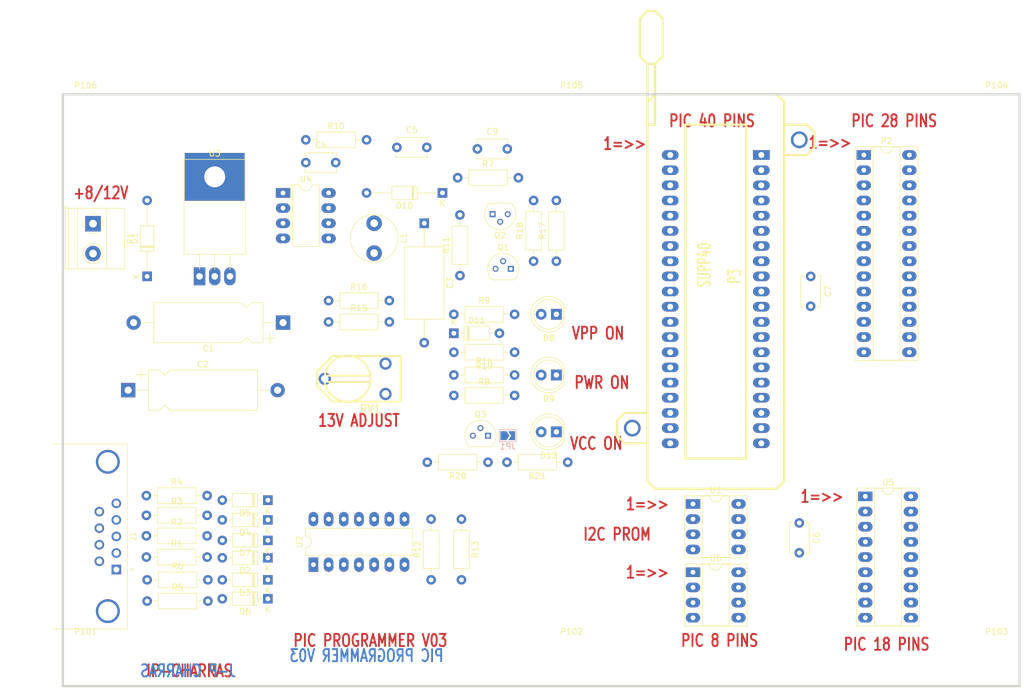
<source format=kicad_pcb>
(kicad_pcb (version 20171130) (host pcbnew 5.1.5-52549c5~84~ubuntu18.04.1)

  (general
    (thickness 1.6)
    (drawings 24)
    (tracks 0)
    (zones 0)
    (modules 63)
    (nets 112)
  )

  (page A4)
  (title_block
    (title "SERIAL PIC PROGRAMMER")
  )

  (layers
    (0 top_layer signal)
    (31 bottom_layer signal)
    (32 B.Adhes user)
    (33 F.Adhes user)
    (34 B.Paste user)
    (35 F.Paste user)
    (36 B.SilkS user)
    (37 F.SilkS user)
    (38 B.Mask user)
    (39 F.Mask user)
    (40 Dwgs.User user)
    (41 Cmts.User user)
    (42 Eco1.User user)
    (43 Eco2.User user)
    (44 Edge.Cuts user)
    (45 Margin user)
    (46 B.CrtYd user)
    (47 F.CrtYd user)
    (48 B.Fab user)
    (49 F.Fab user)
  )

  (setup
    (last_trace_width 0.5)
    (user_trace_width 0.4)
    (user_trace_width 0.5)
    (trace_clearance 0.25)
    (zone_clearance 0.508)
    (zone_45_only no)
    (trace_min 0.25)
    (via_size 1.6)
    (via_drill 0.6)
    (via_min_size 0.9)
    (via_min_drill 0.5)
    (uvia_size 0.508)
    (uvia_drill 0.127)
    (uvias_allowed no)
    (uvia_min_size 0.508)
    (uvia_min_drill 0.127)
    (edge_width 0.381)
    (segment_width 0.381)
    (pcb_text_width 0.3048)
    (pcb_text_size 1.524 2.032)
    (mod_edge_width 0.381)
    (mod_text_size 1.524 1.524)
    (mod_text_width 0.3048)
    (pad_size 4.3 4.3)
    (pad_drill 4.3)
    (pad_to_mask_clearance 0.1)
    (aux_axis_origin 62.23 153.67)
    (visible_elements 7FFFFFFF)
    (pcbplotparams
      (layerselection 0x00030_80000001)
      (usegerberextensions true)
      (usegerberattributes true)
      (usegerberadvancedattributes true)
      (creategerberjobfile true)
      (excludeedgelayer true)
      (linewidth 0.150000)
      (plotframeref false)
      (viasonmask false)
      (mode 1)
      (useauxorigin false)
      (hpglpennumber 1)
      (hpglpenspeed 20)
      (hpglpendiameter 15.000000)
      (psnegative false)
      (psa4output false)
      (plotreference true)
      (plotvalue true)
      (plotinvisibletext false)
      (padsonsilk false)
      (subtractmaskfromsilk false)
      (outputformat 1)
      (mirror false)
      (drillshape 1)
      (scaleselection 1)
      (outputdirectory ""))
  )

  (net 0 "")
  (net 1 /CTS)
  (net 2 /DTR)
  (net 3 /PC-CLOCK-OUT)
  (net 4 /TXD)
  (net 5 GND)
  (net 6 "Net-(C2-Pad1)")
  (net 7 "Net-(C4-Pad1)")
  (net 8 "Net-(C5-Pad1)")
  (net 9 "Net-(C9-Pad2)")
  (net 10 "Net-(D11-Pad1)")
  (net 11 "Net-(D11-Pad2)")
  (net 12 "Net-(Q1-Pad2)")
  (net 13 "Net-(Q2-Pad3)")
  (net 14 "Net-(Q3-Pad2)")
  (net 15 "Net-(R12-Pad1)")
  (net 16 "Net-(R13-Pad1)")
  (net 17 "Net-(R15-Pad1)")
  (net 18 "Net-(R16-Pad1)")
  (net 19 "Net-(R8-Pad1)")
  (net 20 "Net-(RV1-Pad2)")
  (net 21 VCC)
  (net 22 VPP)
  (net 23 /pic_sockets/VCC_PIC)
  (net 24 "Net-(D1-Pad2)")
  (net 25 "Net-(D4-Pad2)")
  (net 26 "Net-(D8-Pad2)")
  (net 27 "Net-(D9-Pad2)")
  (net 28 "Net-(D12-Pad2)")
  (net 29 /VPP/MCLR)
  (net 30 /CLOCK-RB6)
  (net 31 /DATA-RB7)
  (net 32 "Net-(D2-Pad2)")
  (net 33 "Net-(D6-Pad2)")
  (net 34 "Net-(D10-Pad2)")
  (net 35 "Net-(P3-Pad2)")
  (net 36 "Net-(P3-Pad3)")
  (net 37 "Net-(P3-Pad4)")
  (net 38 "Net-(P3-Pad5)")
  (net 39 "Net-(P3-Pad6)")
  (net 40 "Net-(P3-Pad7)")
  (net 41 "Net-(P3-Pad9)")
  (net 42 "Net-(P3-Pad10)")
  (net 43 "Net-(P3-Pad13)")
  (net 44 "Net-(P3-Pad14)")
  (net 45 "Net-(P3-Pad15)")
  (net 46 "Net-(P3-Pad16)")
  (net 47 "Net-(P3-Pad17)")
  (net 48 "Net-(P3-Pad18)")
  (net 49 "Net-(P3-Pad19)")
  (net 50 "Net-(P3-Pad20)")
  (net 51 "Net-(P3-Pad21)")
  (net 52 "Net-(P3-Pad22)")
  (net 53 "Net-(P3-Pad23)")
  (net 54 "Net-(P3-Pad24)")
  (net 55 "Net-(P3-Pad25)")
  (net 56 "Net-(P3-Pad26)")
  (net 57 "Net-(P3-Pad27)")
  (net 58 "Net-(P3-Pad28)")
  (net 59 "Net-(P3-Pad29)")
  (net 60 "Net-(P3-Pad30)")
  (net 61 "Net-(P3-Pad33)")
  (net 62 "Net-(P3-Pad34)")
  (net 63 "Net-(P3-Pad35)")
  (net 64 "Net-(P3-Pad36)")
  (net 65 "Net-(P3-Pad37)")
  (net 66 "Net-(P3-Pad38)")
  (net 67 "Net-(J1-Pad1)")
  (net 68 "Net-(J1-Pad2)")
  (net 69 "Net-(J1-Pad6)")
  (net 70 "Net-(J1-Pad9)")
  (net 71 "Net-(U6-Pad5)")
  (net 72 "Net-(U6-Pad2)")
  (net 73 "Net-(U6-Pad3)")
  (net 74 "Net-(U1-Pad7)")
  (net 75 "Net-(U4-Pad3)")
  (net 76 "Net-(U4-Pad4)")
  (net 77 "Net-(P2-Pad15)")
  (net 78 "Net-(P2-Pad2)")
  (net 79 "Net-(P2-Pad16)")
  (net 80 "Net-(P2-Pad3)")
  (net 81 "Net-(P2-Pad17)")
  (net 82 "Net-(P2-Pad4)")
  (net 83 "Net-(P2-Pad18)")
  (net 84 "Net-(P2-Pad5)")
  (net 85 "Net-(P2-Pad6)")
  (net 86 "Net-(P2-Pad7)")
  (net 87 "Net-(P2-Pad21)")
  (net 88 "Net-(P2-Pad22)")
  (net 89 "Net-(P2-Pad9)")
  (net 90 "Net-(P2-Pad23)")
  (net 91 "Net-(P2-Pad10)")
  (net 92 "Net-(P2-Pad24)")
  (net 93 "Net-(P2-Pad11)")
  (net 94 "Net-(P2-Pad25)")
  (net 95 "Net-(P2-Pad12)")
  (net 96 "Net-(P2-Pad26)")
  (net 97 "Net-(P2-Pad13)")
  (net 98 "Net-(P2-Pad14)")
  (net 99 "Net-(U5-Pad1)")
  (net 100 "Net-(U5-Pad10)")
  (net 101 "Net-(U5-Pad2)")
  (net 102 "Net-(U5-Pad11)")
  (net 103 "Net-(U5-Pad3)")
  (net 104 "Net-(U5-Pad6)")
  (net 105 "Net-(U5-Pad15)")
  (net 106 "Net-(U5-Pad7)")
  (net 107 "Net-(U5-Pad16)")
  (net 108 "Net-(U5-Pad8)")
  (net 109 "Net-(U5-Pad17)")
  (net 110 "Net-(U5-Pad9)")
  (net 111 "Net-(U5-Pad18)")

  (net_class Default "Ceci est la Netclass par défaut"
    (clearance 0.25)
    (trace_width 0.5)
    (via_dia 1.6)
    (via_drill 0.6)
    (uvia_dia 0.508)
    (uvia_drill 0.127)
    (diff_pair_width 0.25)
    (diff_pair_gap 0.25)
    (add_net /CLOCK-RB6)
    (add_net /CTS)
    (add_net /DATA-RB7)
    (add_net /DTR)
    (add_net /PC-CLOCK-OUT)
    (add_net /TXD)
    (add_net /VPP/MCLR)
    (add_net /pic_sockets/VCC_PIC)
    (add_net "Net-(C2-Pad1)")
    (add_net "Net-(C4-Pad1)")
    (add_net "Net-(C5-Pad1)")
    (add_net "Net-(C9-Pad2)")
    (add_net "Net-(D1-Pad2)")
    (add_net "Net-(D10-Pad2)")
    (add_net "Net-(D11-Pad1)")
    (add_net "Net-(D11-Pad2)")
    (add_net "Net-(D12-Pad2)")
    (add_net "Net-(D2-Pad2)")
    (add_net "Net-(D4-Pad2)")
    (add_net "Net-(D6-Pad2)")
    (add_net "Net-(D8-Pad2)")
    (add_net "Net-(D9-Pad2)")
    (add_net "Net-(J1-Pad1)")
    (add_net "Net-(J1-Pad2)")
    (add_net "Net-(J1-Pad6)")
    (add_net "Net-(J1-Pad9)")
    (add_net "Net-(P2-Pad10)")
    (add_net "Net-(P2-Pad11)")
    (add_net "Net-(P2-Pad12)")
    (add_net "Net-(P2-Pad13)")
    (add_net "Net-(P2-Pad14)")
    (add_net "Net-(P2-Pad15)")
    (add_net "Net-(P2-Pad16)")
    (add_net "Net-(P2-Pad17)")
    (add_net "Net-(P2-Pad18)")
    (add_net "Net-(P2-Pad2)")
    (add_net "Net-(P2-Pad21)")
    (add_net "Net-(P2-Pad22)")
    (add_net "Net-(P2-Pad23)")
    (add_net "Net-(P2-Pad24)")
    (add_net "Net-(P2-Pad25)")
    (add_net "Net-(P2-Pad26)")
    (add_net "Net-(P2-Pad3)")
    (add_net "Net-(P2-Pad4)")
    (add_net "Net-(P2-Pad5)")
    (add_net "Net-(P2-Pad6)")
    (add_net "Net-(P2-Pad7)")
    (add_net "Net-(P2-Pad9)")
    (add_net "Net-(P3-Pad10)")
    (add_net "Net-(P3-Pad13)")
    (add_net "Net-(P3-Pad14)")
    (add_net "Net-(P3-Pad15)")
    (add_net "Net-(P3-Pad16)")
    (add_net "Net-(P3-Pad17)")
    (add_net "Net-(P3-Pad18)")
    (add_net "Net-(P3-Pad19)")
    (add_net "Net-(P3-Pad2)")
    (add_net "Net-(P3-Pad20)")
    (add_net "Net-(P3-Pad21)")
    (add_net "Net-(P3-Pad22)")
    (add_net "Net-(P3-Pad23)")
    (add_net "Net-(P3-Pad24)")
    (add_net "Net-(P3-Pad25)")
    (add_net "Net-(P3-Pad26)")
    (add_net "Net-(P3-Pad27)")
    (add_net "Net-(P3-Pad28)")
    (add_net "Net-(P3-Pad29)")
    (add_net "Net-(P3-Pad3)")
    (add_net "Net-(P3-Pad30)")
    (add_net "Net-(P3-Pad33)")
    (add_net "Net-(P3-Pad34)")
    (add_net "Net-(P3-Pad35)")
    (add_net "Net-(P3-Pad36)")
    (add_net "Net-(P3-Pad37)")
    (add_net "Net-(P3-Pad38)")
    (add_net "Net-(P3-Pad4)")
    (add_net "Net-(P3-Pad5)")
    (add_net "Net-(P3-Pad6)")
    (add_net "Net-(P3-Pad7)")
    (add_net "Net-(P3-Pad9)")
    (add_net "Net-(Q1-Pad2)")
    (add_net "Net-(Q2-Pad3)")
    (add_net "Net-(Q3-Pad2)")
    (add_net "Net-(R12-Pad1)")
    (add_net "Net-(R13-Pad1)")
    (add_net "Net-(R15-Pad1)")
    (add_net "Net-(R16-Pad1)")
    (add_net "Net-(R8-Pad1)")
    (add_net "Net-(RV1-Pad2)")
    (add_net "Net-(U1-Pad7)")
    (add_net "Net-(U4-Pad3)")
    (add_net "Net-(U4-Pad4)")
    (add_net "Net-(U5-Pad1)")
    (add_net "Net-(U5-Pad10)")
    (add_net "Net-(U5-Pad11)")
    (add_net "Net-(U5-Pad15)")
    (add_net "Net-(U5-Pad16)")
    (add_net "Net-(U5-Pad17)")
    (add_net "Net-(U5-Pad18)")
    (add_net "Net-(U5-Pad2)")
    (add_net "Net-(U5-Pad3)")
    (add_net "Net-(U5-Pad6)")
    (add_net "Net-(U5-Pad7)")
    (add_net "Net-(U5-Pad8)")
    (add_net "Net-(U5-Pad9)")
    (add_net "Net-(U6-Pad2)")
    (add_net "Net-(U6-Pad3)")
    (add_net "Net-(U6-Pad5)")
    (add_net VPP)
  )

  (net_class POWER ""
    (clearance 0.28)
    (trace_width 0.8)
    (via_dia 1.6)
    (via_drill 0.6)
    (uvia_dia 0.508)
    (uvia_drill 0.127)
    (diff_pair_width 0.28)
    (diff_pair_gap 0.28)
    (add_net GND)
    (add_net VCC)
  )

  (module MountingHole:MountingHole_4.3mm_M4 (layer top_layer) (tedit 5B252FA3) (tstamp 54033021)
    (at 229.87 44.45)
    (descr "Mounting Hole 4.3mm, no annular, M4")
    (tags "mounting hole 4.3mm no annular m4")
    (path /54020DE3)
    (attr virtual)
    (fp_text reference P104 (at 0 -5.3) (layer F.SilkS)
      (effects (font (size 1 1) (thickness 0.15)))
    )
    (fp_text value CONN_1 (at 0 5.3) (layer F.Fab)
      (effects (font (size 1 1) (thickness 0.15)))
    )
    (fp_circle (center 0 0) (end 4.55 0) (layer F.CrtYd) (width 0.05))
    (fp_circle (center 0 0) (end 4.3 0) (layer Cmts.User) (width 0.15))
    (fp_text user %R (at 0.3 0) (layer F.Fab)
      (effects (font (size 1 1) (thickness 0.15)))
    )
    (pad "" np_thru_hole circle (at 0 0) (size 4.3 4.3) (drill 4.3) (layers *.Cu *.Mask))
  )

  (module MountingHole:MountingHole_4.3mm_M4 (layer top_layer) (tedit 5B252FAB) (tstamp 54033012)
    (at 77.47 135.89)
    (descr "Mounting Hole 4.3mm, no annular, M4")
    (tags "mounting hole 4.3mm no annular m4")
    (path /54020BEA)
    (attr virtual)
    (fp_text reference P101 (at 0 -5.3) (layer F.SilkS)
      (effects (font (size 1 1) (thickness 0.15)))
    )
    (fp_text value CONN_1 (at 0 5.3) (layer F.Fab)
      (effects (font (size 1 1) (thickness 0.15)))
    )
    (fp_circle (center 0 0) (end 4.55 0) (layer F.CrtYd) (width 0.05))
    (fp_circle (center 0 0) (end 4.3 0) (layer Cmts.User) (width 0.15))
    (fp_text user %R (at 0.3 0) (layer F.Fab)
      (effects (font (size 1 1) (thickness 0.15)))
    )
    (pad "" np_thru_hole circle (at 0 0) (size 4.3 4.3) (drill 4.3) (layers *.Cu *.Mask))
  )

  (module MountingHole:MountingHole_4.3mm_M4 (layer top_layer) (tedit 5B252FB1) (tstamp 54033017)
    (at 158.75 135.89)
    (descr "Mounting Hole 4.3mm, no annular, M4")
    (tags "mounting hole 4.3mm no annular m4")
    (path /54020DA9)
    (attr virtual)
    (fp_text reference P102 (at 0 -5.3) (layer F.SilkS)
      (effects (font (size 1 1) (thickness 0.15)))
    )
    (fp_text value CONN_1 (at 0 5.3) (layer F.Fab)
      (effects (font (size 1 1) (thickness 0.15)))
    )
    (fp_circle (center 0 0) (end 4.55 0) (layer F.CrtYd) (width 0.05))
    (fp_circle (center 0 0) (end 4.3 0) (layer Cmts.User) (width 0.15))
    (fp_text user %R (at 0.3 0) (layer F.Fab)
      (effects (font (size 1 1) (thickness 0.15)))
    )
    (pad "" np_thru_hole circle (at 0 0) (size 4.3 4.3) (drill 4.3) (layers *.Cu *.Mask))
  )

  (module MountingHole:MountingHole_4.3mm_M4 (layer top_layer) (tedit 5B252FB5) (tstamp 5403301C)
    (at 229.87 135.89)
    (descr "Mounting Hole 4.3mm, no annular, M4")
    (tags "mounting hole 4.3mm no annular m4")
    (path /54020DC2)
    (attr virtual)
    (fp_text reference P103 (at 0 -5.3) (layer F.SilkS)
      (effects (font (size 1 1) (thickness 0.15)))
    )
    (fp_text value CONN_1 (at 0 5.3) (layer F.Fab)
      (effects (font (size 1 1) (thickness 0.15)))
    )
    (fp_circle (center 0 0) (end 4.55 0) (layer F.CrtYd) (width 0.05))
    (fp_circle (center 0 0) (end 4.3 0) (layer Cmts.User) (width 0.15))
    (fp_text user %R (at 0.3 0) (layer F.Fab)
      (effects (font (size 1 1) (thickness 0.15)))
    )
    (pad "" np_thru_hole circle (at 0 0) (size 4.3 4.3) (drill 4.3) (layers *.Cu *.Mask))
  )

  (module MountingHole:MountingHole_4.3mm_M4 (layer top_layer) (tedit 5B252F9E) (tstamp 54033026)
    (at 158.75 44.45)
    (descr "Mounting Hole 4.3mm, no annular, M4")
    (tags "mounting hole 4.3mm no annular m4")
    (path /54020E5D)
    (attr virtual)
    (fp_text reference P105 (at 0 -5.3) (layer F.SilkS)
      (effects (font (size 1 1) (thickness 0.15)))
    )
    (fp_text value CONN_1 (at 0 5.3) (layer F.Fab)
      (effects (font (size 1 1) (thickness 0.15)))
    )
    (fp_circle (center 0 0) (end 4.55 0) (layer F.CrtYd) (width 0.05))
    (fp_circle (center 0 0) (end 4.3 0) (layer Cmts.User) (width 0.15))
    (fp_text user %R (at 0.3 0) (layer F.Fab)
      (effects (font (size 1 1) (thickness 0.15)))
    )
    (pad "" np_thru_hole circle (at 0 0) (size 4.3 4.3) (drill 4.3) (layers *.Cu *.Mask))
  )

  (module MountingHole:MountingHole_4.3mm_M4 (layer top_layer) (tedit 5B252F9A) (tstamp 5403302B)
    (at 77.47 44.45)
    (descr "Mounting Hole 4.3mm, no annular, M4")
    (tags "mounting hole 4.3mm no annular m4")
    (path /54020E76)
    (attr virtual)
    (fp_text reference P106 (at 0 -5.3) (layer F.SilkS)
      (effects (font (size 1 1) (thickness 0.15)))
    )
    (fp_text value CONN_1 (at 0 5.3) (layer F.Fab)
      (effects (font (size 1 1) (thickness 0.15)))
    )
    (fp_circle (center 0 0) (end 4.55 0) (layer F.CrtYd) (width 0.05))
    (fp_circle (center 0 0) (end 4.3 0) (layer Cmts.User) (width 0.15))
    (fp_text user %R (at 0.3 0) (layer F.Fab)
      (effects (font (size 1 1) (thickness 0.15)))
    )
    (pad "" np_thru_hole circle (at 0 0) (size 4.3 4.3) (drill 4.3) (layers *.Cu *.Mask))
  )

  (module Jumper:SolderJumper-2_P1.3mm_Open_TrianglePad1.0x1.5mm (layer bottom_layer) (tedit 5A64794F) (tstamp 5A295FB8)
    (at 148.082 97.79)
    (descr "SMD Solder Jumper, 1x1.5mm Triangular Pads, 0.3mm gap, open")
    (tags "solder jumper open")
    (path /4639BAF8)
    (clearance 0.2)
    (attr virtual)
    (fp_text reference JP1 (at 0 1.8) (layer B.SilkS)
      (effects (font (size 1 1) (thickness 0.15)) (justify mirror))
    )
    (fp_text value JUMPER (at 0 -1.9) (layer B.Fab)
      (effects (font (size 1 1) (thickness 0.15)) (justify mirror))
    )
    (fp_line (start 1.65 -1.25) (end -1.65 -1.25) (layer B.CrtYd) (width 0.05))
    (fp_line (start 1.65 -1.25) (end 1.65 1.25) (layer B.CrtYd) (width 0.05))
    (fp_line (start -1.65 1.25) (end -1.65 -1.25) (layer B.CrtYd) (width 0.05))
    (fp_line (start -1.65 1.25) (end 1.65 1.25) (layer B.CrtYd) (width 0.05))
    (fp_line (start -1.4 1) (end 1.4 1) (layer B.SilkS) (width 0.12))
    (fp_line (start 1.4 1) (end 1.4 -1) (layer B.SilkS) (width 0.12))
    (fp_line (start 1.4 -1) (end -1.4 -1) (layer B.SilkS) (width 0.12))
    (fp_line (start -1.4 -1) (end -1.4 1) (layer B.SilkS) (width 0.12))
    (pad 1 smd custom (at -0.725 0) (size 0.3 0.3) (layers bottom_layer B.Mask)
      (net 21 VCC) (zone_connect 0)
      (options (clearance outline) (anchor rect))
      (primitives
        (gr_poly (pts
           (xy -0.5 0.75) (xy 0.5 0.75) (xy 1 0) (xy 0.5 -0.75) (xy -0.5 -0.75)
) (width 0))
      ))
    (pad 2 smd custom (at 0.725 0) (size 0.3 0.3) (layers bottom_layer B.Mask)
      (net 23 /pic_sockets/VCC_PIC) (zone_connect 0)
      (options (clearance outline) (anchor rect))
      (primitives
        (gr_poly (pts
           (xy -0.65 0.75) (xy 0.5 0.75) (xy 0.5 -0.75) (xy -0.65 -0.75) (xy -0.15 0)
) (width 0))
      ))
  )

  (module Package_TO_SOT_THT:TO-220-3_Horizontal_TabDown (layer top_layer) (tedit 5AF15F61) (tstamp 5A2A01D8)
    (at 96.52 71.12)
    (descr "TO-220-3, Horizontal, RM 2.54mm, see https://www.vishay.com/docs/66542/to-220-1.pdf")
    (tags "TO-220-3 Horizontal RM 2.54mm")
    (path /5A238DF8)
    (fp_text reference U3 (at 2.54 -20.58) (layer F.SilkS)
      (effects (font (size 1 1) (thickness 0.15)))
    )
    (fp_text value 7805 (at 2.54 2) (layer F.Fab)
      (effects (font (size 1 1) (thickness 0.15)))
    )
    (fp_text user %R (at 2.54 -20.58) (layer F.Fab)
      (effects (font (size 1 1) (thickness 0.15)))
    )
    (fp_line (start 7.79 -19.71) (end -2.71 -19.71) (layer F.CrtYd) (width 0.05))
    (fp_line (start 7.79 1.25) (end 7.79 -19.71) (layer F.CrtYd) (width 0.05))
    (fp_line (start -2.71 1.25) (end 7.79 1.25) (layer F.CrtYd) (width 0.05))
    (fp_line (start -2.71 -19.71) (end -2.71 1.25) (layer F.CrtYd) (width 0.05))
    (fp_line (start 5.08 -3.69) (end 5.08 -1.15) (layer F.SilkS) (width 0.12))
    (fp_line (start 2.54 -3.69) (end 2.54 -1.15) (layer F.SilkS) (width 0.12))
    (fp_line (start 0 -3.69) (end 0 -1.15) (layer F.SilkS) (width 0.12))
    (fp_line (start 7.66 -19.58) (end 7.66 -3.69) (layer F.SilkS) (width 0.12))
    (fp_line (start -2.58 -19.58) (end -2.58 -3.69) (layer F.SilkS) (width 0.12))
    (fp_line (start -2.58 -19.58) (end 7.66 -19.58) (layer F.SilkS) (width 0.12))
    (fp_line (start -2.58 -3.69) (end 7.66 -3.69) (layer F.SilkS) (width 0.12))
    (fp_line (start 5.08 -3.81) (end 5.08 0) (layer F.Fab) (width 0.1))
    (fp_line (start 2.54 -3.81) (end 2.54 0) (layer F.Fab) (width 0.1))
    (fp_line (start 0 -3.81) (end 0 0) (layer F.Fab) (width 0.1))
    (fp_line (start 7.54 -3.81) (end -2.46 -3.81) (layer F.Fab) (width 0.1))
    (fp_line (start 7.54 -13.06) (end 7.54 -3.81) (layer F.Fab) (width 0.1))
    (fp_line (start -2.46 -13.06) (end 7.54 -13.06) (layer F.Fab) (width 0.1))
    (fp_line (start -2.46 -3.81) (end -2.46 -13.06) (layer F.Fab) (width 0.1))
    (fp_line (start 7.54 -13.06) (end -2.46 -13.06) (layer F.Fab) (width 0.1))
    (fp_line (start 7.54 -19.46) (end 7.54 -13.06) (layer F.Fab) (width 0.1))
    (fp_line (start -2.46 -19.46) (end 7.54 -19.46) (layer F.Fab) (width 0.1))
    (fp_line (start -2.46 -13.06) (end -2.46 -19.46) (layer F.Fab) (width 0.1))
    (fp_circle (center 2.54 -16.66) (end 4.39 -16.66) (layer F.Fab) (width 0.1))
    (pad 3 thru_hole oval (at 5.08 0) (size 1.905 3) (drill 1.1) (layers *.Cu *.Mask)
      (net 21 VCC))
    (pad 2 thru_hole oval (at 2.54 0) (size 1.905 3) (drill 1.1) (layers *.Cu *.Mask)
      (net 5 GND))
    (pad 1 thru_hole rect (at 0 0) (size 1.905 3) (drill 1.1) (layers *.Cu *.Mask)
      (net 6 "Net-(C2-Pad1)"))
    (pad "" thru_hole rect (at 2.54 -16.66) (size 10 8) (drill 3.5) (layers *.Cu *.Mask))
    (model ${KISYS3DMOD}/Package_TO_SOT_THT.3dshapes/TO-220-3_Horizontal_TabDown.wrl
      (at (xyz 0 0 0))
      (scale (xyz 1 1 1))
      (rotate (xyz 0 0 0))
    )
  )

  (module Inductor_THT:L_Radial_D7.8mm_P5.00mm_Fastron_07HCP (layer top_layer) (tedit 5A142293) (tstamp 5AF1D586)
    (at 125.73 62.23 270)
    (descr "L, Radial series, Radial, pin pitch=5.00mm, , diameter=7.8mm, Fastron, 07HCP, http://www.abracon.com/Magnetics/radial/AISR875.pdf")
    (tags "L Radial series Radial pin pitch 5.00mm  diameter 7.8mm Fastron 07HCP")
    (path /442A57BE)
    (fp_text reference L1 (at 2.5 -4.96 270) (layer F.SilkS)
      (effects (font (size 1 1) (thickness 0.15)))
    )
    (fp_text value 22uH (at 2.5 4.96 270) (layer F.Fab)
      (effects (font (size 1 1) (thickness 0.15)))
    )
    (fp_circle (center 2.5 0) (end 6.49 0) (layer F.SilkS) (width 0.12))
    (fp_circle (center 2.5 0) (end 6.4 0) (layer F.Fab) (width 0.1))
    (fp_line (start 6.75 -4.25) (end -1.75 -4.25) (layer F.CrtYd) (width 0.05))
    (fp_line (start 6.75 4.25) (end 6.75 -4.25) (layer F.CrtYd) (width 0.05))
    (fp_line (start -1.75 4.25) (end 6.75 4.25) (layer F.CrtYd) (width 0.05))
    (fp_line (start -1.75 -4.25) (end -1.75 4.25) (layer F.CrtYd) (width 0.05))
    (fp_text user %R (at 2.5 0 270) (layer F.Fab)
      (effects (font (size 1 1) (thickness 0.15)))
    )
    (pad 2 thru_hole circle (at 5 0 270) (size 2.6 2.6) (drill 1.3) (layers *.Cu *.Mask)
      (net 21 VCC))
    (pad 1 thru_hole circle (at 0 0 270) (size 2.6 2.6) (drill 1.3) (layers *.Cu *.Mask)
      (net 34 "Net-(D10-Pad2)"))
    (model ${KISYS3DMOD}/Inductor_THT.3dshapes/L_Radial_D7.8mm_P5.00mm_Fastron_07HCP.wrl
      (at (xyz 0 0 0))
      (scale (xyz 1 1 1))
      (rotate (xyz 0 0 0))
    )
  )

  (module LED_THT:LED_D5.0mm (layer top_layer) (tedit 5995936A) (tstamp 5A22F4BB)
    (at 156.21 97.155 180)
    (descr "LED, diameter 5.0mm, 2 pins, http://cdn-reichelt.de/documents/datenblatt/A500/LL-504BC2E-009.pdf")
    (tags "LED diameter 5.0mm 2 pins")
    (path /4639B9EA)
    (fp_text reference D12 (at 1.27 -3.96 180) (layer F.SilkS)
      (effects (font (size 1 1) (thickness 0.15)))
    )
    (fp_text value YELLOW-LED (at 1.27 3.96 180) (layer F.Fab)
      (effects (font (size 1 1) (thickness 0.15)))
    )
    (fp_text user %R (at 1.25 0 180) (layer F.Fab)
      (effects (font (size 0.8 0.8) (thickness 0.2)))
    )
    (fp_line (start 4.5 -3.25) (end -1.95 -3.25) (layer F.CrtYd) (width 0.05))
    (fp_line (start 4.5 3.25) (end 4.5 -3.25) (layer F.CrtYd) (width 0.05))
    (fp_line (start -1.95 3.25) (end 4.5 3.25) (layer F.CrtYd) (width 0.05))
    (fp_line (start -1.95 -3.25) (end -1.95 3.25) (layer F.CrtYd) (width 0.05))
    (fp_line (start -1.29 -1.545) (end -1.29 1.545) (layer F.SilkS) (width 0.12))
    (fp_line (start -1.23 -1.469694) (end -1.23 1.469694) (layer F.Fab) (width 0.1))
    (fp_circle (center 1.27 0) (end 3.77 0) (layer F.SilkS) (width 0.12))
    (fp_circle (center 1.27 0) (end 3.77 0) (layer F.Fab) (width 0.1))
    (fp_arc (start 1.27 0) (end -1.29 1.54483) (angle -148.9) (layer F.SilkS) (width 0.12))
    (fp_arc (start 1.27 0) (end -1.29 -1.54483) (angle 148.9) (layer F.SilkS) (width 0.12))
    (fp_arc (start 1.27 0) (end -1.23 -1.469694) (angle 299.1) (layer F.Fab) (width 0.1))
    (pad 2 thru_hole circle (at 2.54 0 180) (size 1.8 1.8) (drill 0.9) (layers *.Cu *.Mask)
      (net 28 "Net-(D12-Pad2)"))
    (pad 1 thru_hole rect (at 0 0 180) (size 1.8 1.8) (drill 0.9) (layers *.Cu *.Mask)
      (net 5 GND))
    (model ${KISYS3DMOD}/LED_THT.3dshapes/LED_D5.0mm.wrl
      (at (xyz 0 0 0))
      (scale (xyz 1 1 1))
      (rotate (xyz 0 0 0))
    )
  )

  (module LED_THT:LED_D5.0mm (layer top_layer) (tedit 5995936A) (tstamp 5A22F4AD)
    (at 156.21 87.63 180)
    (descr "LED, diameter 5.0mm, 2 pins, http://cdn-reichelt.de/documents/datenblatt/A500/LL-504BC2E-009.pdf")
    (tags "LED diameter 5.0mm 2 pins")
    (path /442A5084)
    (fp_text reference D9 (at 1.27 -3.96 180) (layer F.SilkS)
      (effects (font (size 1 1) (thickness 0.15)))
    )
    (fp_text value GREEN-LED (at 1.27 3.96 180) (layer F.Fab)
      (effects (font (size 1 1) (thickness 0.15)))
    )
    (fp_text user %R (at 1.25 0 180) (layer F.Fab)
      (effects (font (size 0.8 0.8) (thickness 0.2)))
    )
    (fp_line (start 4.5 -3.25) (end -1.95 -3.25) (layer F.CrtYd) (width 0.05))
    (fp_line (start 4.5 3.25) (end 4.5 -3.25) (layer F.CrtYd) (width 0.05))
    (fp_line (start -1.95 3.25) (end 4.5 3.25) (layer F.CrtYd) (width 0.05))
    (fp_line (start -1.95 -3.25) (end -1.95 3.25) (layer F.CrtYd) (width 0.05))
    (fp_line (start -1.29 -1.545) (end -1.29 1.545) (layer F.SilkS) (width 0.12))
    (fp_line (start -1.23 -1.469694) (end -1.23 1.469694) (layer F.Fab) (width 0.1))
    (fp_circle (center 1.27 0) (end 3.77 0) (layer F.SilkS) (width 0.12))
    (fp_circle (center 1.27 0) (end 3.77 0) (layer F.Fab) (width 0.1))
    (fp_arc (start 1.27 0) (end -1.29 1.54483) (angle -148.9) (layer F.SilkS) (width 0.12))
    (fp_arc (start 1.27 0) (end -1.29 -1.54483) (angle 148.9) (layer F.SilkS) (width 0.12))
    (fp_arc (start 1.27 0) (end -1.23 -1.469694) (angle 299.1) (layer F.Fab) (width 0.1))
    (pad 2 thru_hole circle (at 2.54 0 180) (size 1.8 1.8) (drill 0.9) (layers *.Cu *.Mask)
      (net 27 "Net-(D9-Pad2)"))
    (pad 1 thru_hole rect (at 0 0 180) (size 1.8 1.8) (drill 0.9) (layers *.Cu *.Mask)
      (net 5 GND))
    (model ${KISYS3DMOD}/LED_THT.3dshapes/LED_D5.0mm.wrl
      (at (xyz 0 0 0))
      (scale (xyz 1 1 1))
      (rotate (xyz 0 0 0))
    )
  )

  (module LED_THT:LED_D5.0mm (layer top_layer) (tedit 5995936A) (tstamp 5A22F49F)
    (at 156.21 77.47 180)
    (descr "LED, diameter 5.0mm, 2 pins, http://cdn-reichelt.de/documents/datenblatt/A500/LL-504BC2E-009.pdf")
    (tags "LED diameter 5.0mm 2 pins")
    (path /442A4F5D)
    (fp_text reference D8 (at 1.27 -3.96 180) (layer F.SilkS)
      (effects (font (size 1 1) (thickness 0.15)))
    )
    (fp_text value RED-LED (at 1.27 3.96 180) (layer F.Fab)
      (effects (font (size 1 1) (thickness 0.15)))
    )
    (fp_text user %R (at 1.25 0 180) (layer F.Fab)
      (effects (font (size 0.8 0.8) (thickness 0.2)))
    )
    (fp_line (start 4.5 -3.25) (end -1.95 -3.25) (layer F.CrtYd) (width 0.05))
    (fp_line (start 4.5 3.25) (end 4.5 -3.25) (layer F.CrtYd) (width 0.05))
    (fp_line (start -1.95 3.25) (end 4.5 3.25) (layer F.CrtYd) (width 0.05))
    (fp_line (start -1.95 -3.25) (end -1.95 3.25) (layer F.CrtYd) (width 0.05))
    (fp_line (start -1.29 -1.545) (end -1.29 1.545) (layer F.SilkS) (width 0.12))
    (fp_line (start -1.23 -1.469694) (end -1.23 1.469694) (layer F.Fab) (width 0.1))
    (fp_circle (center 1.27 0) (end 3.77 0) (layer F.SilkS) (width 0.12))
    (fp_circle (center 1.27 0) (end 3.77 0) (layer F.Fab) (width 0.1))
    (fp_arc (start 1.27 0) (end -1.29 1.54483) (angle -148.9) (layer F.SilkS) (width 0.12))
    (fp_arc (start 1.27 0) (end -1.29 -1.54483) (angle 148.9) (layer F.SilkS) (width 0.12))
    (fp_arc (start 1.27 0) (end -1.23 -1.469694) (angle 299.1) (layer F.Fab) (width 0.1))
    (pad 2 thru_hole circle (at 2.54 0 180) (size 1.8 1.8) (drill 0.9) (layers *.Cu *.Mask)
      (net 26 "Net-(D8-Pad2)"))
    (pad 1 thru_hole rect (at 0 0 180) (size 1.8 1.8) (drill 0.9) (layers *.Cu *.Mask)
      (net 5 GND))
    (model ${KISYS3DMOD}/LED_THT.3dshapes/LED_D5.0mm.wrl
      (at (xyz 0 0 0))
      (scale (xyz 1 1 1))
      (rotate (xyz 0 0 0))
    )
  )

  (module Capacitor_THT:CP_Axial_L18.0mm_D6.5mm_P25.00mm_Horizontal (layer top_layer) (tedit 5A533291) (tstamp 54032B95)
    (at 84.582 90.17)
    (descr "CP, Axial series, Axial, Horizontal, pin pitch=25mm, , length*diameter=18*6.5mm^2, Electrolytic Capacitor, , http://www.vishay.com/docs/28325/021asm.pdf")
    (tags "CP Axial series Axial Horizontal pin pitch 25mm  length 18mm diameter 6.5mm Electrolytic Capacitor")
    (path /442A501D)
    (fp_text reference C2 (at 12.5 -4.31) (layer F.SilkS)
      (effects (font (size 1 1) (thickness 0.15)))
    )
    (fp_text value 220uF (at 12.5 4.31) (layer F.Fab)
      (effects (font (size 1 1) (thickness 0.15)))
    )
    (fp_text user %R (at 12.5 0) (layer F.Fab)
      (effects (font (size 1 1) (thickness 0.15)))
    )
    (fp_line (start 26.45 -3.65) (end -1.45 -3.65) (layer F.CrtYd) (width 0.05))
    (fp_line (start 26.45 3.65) (end 26.45 -3.65) (layer F.CrtYd) (width 0.05))
    (fp_line (start -1.45 3.65) (end 26.45 3.65) (layer F.CrtYd) (width 0.05))
    (fp_line (start -1.45 -3.65) (end -1.45 3.65) (layer F.CrtYd) (width 0.05))
    (fp_line (start 23.56 0) (end 21.62 0) (layer F.SilkS) (width 0.12))
    (fp_line (start 1.44 0) (end 3.38 0) (layer F.SilkS) (width 0.12))
    (fp_line (start 6.98 3.37) (end 21.62 3.37) (layer F.SilkS) (width 0.12))
    (fp_line (start 6.08 2.47) (end 6.98 3.37) (layer F.SilkS) (width 0.12))
    (fp_line (start 5.18 3.37) (end 6.08 2.47) (layer F.SilkS) (width 0.12))
    (fp_line (start 3.38 3.37) (end 5.18 3.37) (layer F.SilkS) (width 0.12))
    (fp_line (start 6.98 -3.37) (end 21.62 -3.37) (layer F.SilkS) (width 0.12))
    (fp_line (start 6.08 -2.47) (end 6.98 -3.37) (layer F.SilkS) (width 0.12))
    (fp_line (start 5.18 -3.37) (end 6.08 -2.47) (layer F.SilkS) (width 0.12))
    (fp_line (start 3.38 -3.37) (end 5.18 -3.37) (layer F.SilkS) (width 0.12))
    (fp_line (start 21.62 -3.37) (end 21.62 3.37) (layer F.SilkS) (width 0.12))
    (fp_line (start 3.38 -3.37) (end 3.38 3.37) (layer F.SilkS) (width 0.12))
    (fp_line (start 2.18 -3.5) (end 2.18 -1.7) (layer F.SilkS) (width 0.12))
    (fp_line (start 1.28 -2.6) (end 3.08 -2.6) (layer F.SilkS) (width 0.12))
    (fp_line (start 6.1 -0.9) (end 6.1 0.9) (layer F.Fab) (width 0.1))
    (fp_line (start 5.2 0) (end 7 0) (layer F.Fab) (width 0.1))
    (fp_line (start 25 0) (end 21.5 0) (layer F.Fab) (width 0.1))
    (fp_line (start 0 0) (end 3.5 0) (layer F.Fab) (width 0.1))
    (fp_line (start 6.98 3.25) (end 21.5 3.25) (layer F.Fab) (width 0.1))
    (fp_line (start 6.08 2.35) (end 6.98 3.25) (layer F.Fab) (width 0.1))
    (fp_line (start 5.18 3.25) (end 6.08 2.35) (layer F.Fab) (width 0.1))
    (fp_line (start 3.5 3.25) (end 5.18 3.25) (layer F.Fab) (width 0.1))
    (fp_line (start 6.98 -3.25) (end 21.5 -3.25) (layer F.Fab) (width 0.1))
    (fp_line (start 6.08 -2.35) (end 6.98 -3.25) (layer F.Fab) (width 0.1))
    (fp_line (start 5.18 -3.25) (end 6.08 -2.35) (layer F.Fab) (width 0.1))
    (fp_line (start 3.5 -3.25) (end 5.18 -3.25) (layer F.Fab) (width 0.1))
    (fp_line (start 21.5 -3.25) (end 21.5 3.25) (layer F.Fab) (width 0.1))
    (fp_line (start 3.5 -3.25) (end 3.5 3.25) (layer F.Fab) (width 0.1))
    (pad 2 thru_hole oval (at 25 0) (size 2.4 2.4) (drill 1.2) (layers *.Cu *.Mask)
      (net 5 GND))
    (pad 1 thru_hole rect (at 0 0) (size 2.4 2.4) (drill 1.2) (layers *.Cu *.Mask)
      (net 6 "Net-(C2-Pad1)"))
    (model ${KISYS3DMOD}/Capacitor_THT.3dshapes/CP_Axial_L18.0mm_D6.5mm_P25.00mm_Horizontal.wrl
      (at (xyz 0 0 0))
      (scale (xyz 1 1 1))
      (rotate (xyz 0 0 0))
    )
  )

  (module Capacitor_THT:CP_Axial_L18.0mm_D6.5mm_P25.00mm_Horizontal (layer top_layer) (tedit 5A533291) (tstamp 54032B86)
    (at 110.49 78.867 180)
    (descr "CP, Axial series, Axial, Horizontal, pin pitch=25mm, , length*diameter=18*6.5mm^2, Electrolytic Capacitor, , http://www.vishay.com/docs/28325/021asm.pdf")
    (tags "CP Axial series Axial Horizontal pin pitch 25mm  length 18mm diameter 6.5mm Electrolytic Capacitor")
    (path /442A5056)
    (fp_text reference C1 (at 12.5 -4.31 180) (layer F.SilkS)
      (effects (font (size 1 1) (thickness 0.15)))
    )
    (fp_text value 100µF (at 12.5 4.31 180) (layer F.Fab)
      (effects (font (size 1 1) (thickness 0.15)))
    )
    (fp_text user %R (at 12.5 0 180) (layer F.Fab)
      (effects (font (size 1 1) (thickness 0.15)))
    )
    (fp_line (start 26.45 -3.65) (end -1.45 -3.65) (layer F.CrtYd) (width 0.05))
    (fp_line (start 26.45 3.65) (end 26.45 -3.65) (layer F.CrtYd) (width 0.05))
    (fp_line (start -1.45 3.65) (end 26.45 3.65) (layer F.CrtYd) (width 0.05))
    (fp_line (start -1.45 -3.65) (end -1.45 3.65) (layer F.CrtYd) (width 0.05))
    (fp_line (start 23.56 0) (end 21.62 0) (layer F.SilkS) (width 0.12))
    (fp_line (start 1.44 0) (end 3.38 0) (layer F.SilkS) (width 0.12))
    (fp_line (start 6.98 3.37) (end 21.62 3.37) (layer F.SilkS) (width 0.12))
    (fp_line (start 6.08 2.47) (end 6.98 3.37) (layer F.SilkS) (width 0.12))
    (fp_line (start 5.18 3.37) (end 6.08 2.47) (layer F.SilkS) (width 0.12))
    (fp_line (start 3.38 3.37) (end 5.18 3.37) (layer F.SilkS) (width 0.12))
    (fp_line (start 6.98 -3.37) (end 21.62 -3.37) (layer F.SilkS) (width 0.12))
    (fp_line (start 6.08 -2.47) (end 6.98 -3.37) (layer F.SilkS) (width 0.12))
    (fp_line (start 5.18 -3.37) (end 6.08 -2.47) (layer F.SilkS) (width 0.12))
    (fp_line (start 3.38 -3.37) (end 5.18 -3.37) (layer F.SilkS) (width 0.12))
    (fp_line (start 21.62 -3.37) (end 21.62 3.37) (layer F.SilkS) (width 0.12))
    (fp_line (start 3.38 -3.37) (end 3.38 3.37) (layer F.SilkS) (width 0.12))
    (fp_line (start 2.18 -3.5) (end 2.18 -1.7) (layer F.SilkS) (width 0.12))
    (fp_line (start 1.28 -2.6) (end 3.08 -2.6) (layer F.SilkS) (width 0.12))
    (fp_line (start 6.1 -0.9) (end 6.1 0.9) (layer F.Fab) (width 0.1))
    (fp_line (start 5.2 0) (end 7 0) (layer F.Fab) (width 0.1))
    (fp_line (start 25 0) (end 21.5 0) (layer F.Fab) (width 0.1))
    (fp_line (start 0 0) (end 3.5 0) (layer F.Fab) (width 0.1))
    (fp_line (start 6.98 3.25) (end 21.5 3.25) (layer F.Fab) (width 0.1))
    (fp_line (start 6.08 2.35) (end 6.98 3.25) (layer F.Fab) (width 0.1))
    (fp_line (start 5.18 3.25) (end 6.08 2.35) (layer F.Fab) (width 0.1))
    (fp_line (start 3.5 3.25) (end 5.18 3.25) (layer F.Fab) (width 0.1))
    (fp_line (start 6.98 -3.25) (end 21.5 -3.25) (layer F.Fab) (width 0.1))
    (fp_line (start 6.08 -2.35) (end 6.98 -3.25) (layer F.Fab) (width 0.1))
    (fp_line (start 5.18 -3.25) (end 6.08 -2.35) (layer F.Fab) (width 0.1))
    (fp_line (start 3.5 -3.25) (end 5.18 -3.25) (layer F.Fab) (width 0.1))
    (fp_line (start 21.5 -3.25) (end 21.5 3.25) (layer F.Fab) (width 0.1))
    (fp_line (start 3.5 -3.25) (end 3.5 3.25) (layer F.Fab) (width 0.1))
    (pad 2 thru_hole oval (at 25 0 180) (size 2.4 2.4) (drill 1.2) (layers *.Cu *.Mask)
      (net 5 GND))
    (pad 1 thru_hole rect (at 0 0 180) (size 2.4 2.4) (drill 1.2) (layers *.Cu *.Mask)
      (net 21 VCC))
    (model ${KISYS3DMOD}/Capacitor_THT.3dshapes/CP_Axial_L18.0mm_D6.5mm_P25.00mm_Horizontal.wrl
      (at (xyz 0 0 0))
      (scale (xyz 1 1 1))
      (rotate (xyz 0 0 0))
    )
  )

  (module Resistor_THT:R_Axial_DIN0207_L6.3mm_D2.5mm_P10.16mm_Horizontal (layer top_layer) (tedit 5A14249F) (tstamp 5A22AD83)
    (at 135.255 121.92 90)
    (descr "Resistor, Axial_DIN0207 series, Axial, Horizontal, pin pitch=10.16mm, 0.25W = 1/4W, length*diameter=6.3*2.5mm^2, http://cdn-reichelt.de/documents/datenblatt/B400/1_4W%23YAG.pdf")
    (tags "Resistor Axial_DIN0207 series Axial Horizontal pin pitch 10.16mm 0.25W = 1/4W length 6.3mm diameter 2.5mm")
    (path /442A4D85)
    (fp_text reference R12 (at 5.08 -2.31 90) (layer F.SilkS)
      (effects (font (size 1 1) (thickness 0.15)))
    )
    (fp_text value 470 (at 5.08 2.31 90) (layer F.Fab)
      (effects (font (size 1 1) (thickness 0.15)))
    )
    (fp_line (start 11.25 -1.6) (end -1.05 -1.6) (layer F.CrtYd) (width 0.05))
    (fp_line (start 11.25 1.6) (end 11.25 -1.6) (layer F.CrtYd) (width 0.05))
    (fp_line (start -1.05 1.6) (end 11.25 1.6) (layer F.CrtYd) (width 0.05))
    (fp_line (start -1.05 -1.6) (end -1.05 1.6) (layer F.CrtYd) (width 0.05))
    (fp_line (start 9.18 0) (end 8.29 0) (layer F.SilkS) (width 0.12))
    (fp_line (start 0.98 0) (end 1.87 0) (layer F.SilkS) (width 0.12))
    (fp_line (start 8.29 -1.31) (end 1.87 -1.31) (layer F.SilkS) (width 0.12))
    (fp_line (start 8.29 1.31) (end 8.29 -1.31) (layer F.SilkS) (width 0.12))
    (fp_line (start 1.87 1.31) (end 8.29 1.31) (layer F.SilkS) (width 0.12))
    (fp_line (start 1.87 -1.31) (end 1.87 1.31) (layer F.SilkS) (width 0.12))
    (fp_line (start 10.16 0) (end 8.23 0) (layer F.Fab) (width 0.1))
    (fp_line (start 0 0) (end 1.93 0) (layer F.Fab) (width 0.1))
    (fp_line (start 8.23 -1.25) (end 1.93 -1.25) (layer F.Fab) (width 0.1))
    (fp_line (start 8.23 1.25) (end 8.23 -1.25) (layer F.Fab) (width 0.1))
    (fp_line (start 1.93 1.25) (end 8.23 1.25) (layer F.Fab) (width 0.1))
    (fp_line (start 1.93 -1.25) (end 1.93 1.25) (layer F.Fab) (width 0.1))
    (fp_text user %R (at 5.08 0 90) (layer F.Fab)
      (effects (font (size 1 1) (thickness 0.15)))
    )
    (pad 2 thru_hole oval (at 10.16 0 90) (size 1.6 1.6) (drill 0.8) (layers *.Cu *.Mask)
      (net 31 /DATA-RB7))
    (pad 1 thru_hole circle (at 0 0 90) (size 1.6 1.6) (drill 0.8) (layers *.Cu *.Mask)
      (net 15 "Net-(R12-Pad1)"))
    (model ${KISYS3DMOD}/Resistor_THT.3dshapes/R_Axial_DIN0207_L6.3mm_D2.5mm_P10.16mm_Horizontal.wrl
      (at (xyz 0 0 0))
      (scale (xyz 1 1 1))
      (rotate (xyz 0 0 0))
    )
  )

  (module Resistor_THT:R_Axial_DIN0207_L6.3mm_D2.5mm_P10.16mm_Horizontal (layer top_layer) (tedit 5A14249F) (tstamp 5A22AD6D)
    (at 139.065 91.059)
    (descr "Resistor, Axial_DIN0207 series, Axial, Horizontal, pin pitch=10.16mm, 0.25W = 1/4W, length*diameter=6.3*2.5mm^2, http://cdn-reichelt.de/documents/datenblatt/B400/1_4W%23YAG.pdf")
    (tags "Resistor Axial_DIN0207 series Axial Horizontal pin pitch 10.16mm 0.25W = 1/4W length 6.3mm diameter 2.5mm")
    (path /442A4D92)
    (fp_text reference R8 (at 5.08 -2.31) (layer F.SilkS)
      (effects (font (size 1 1) (thickness 0.15)))
    )
    (fp_text value 1K (at 5.08 2.31) (layer F.Fab)
      (effects (font (size 1 1) (thickness 0.15)))
    )
    (fp_line (start 11.25 -1.6) (end -1.05 -1.6) (layer F.CrtYd) (width 0.05))
    (fp_line (start 11.25 1.6) (end 11.25 -1.6) (layer F.CrtYd) (width 0.05))
    (fp_line (start -1.05 1.6) (end 11.25 1.6) (layer F.CrtYd) (width 0.05))
    (fp_line (start -1.05 -1.6) (end -1.05 1.6) (layer F.CrtYd) (width 0.05))
    (fp_line (start 9.18 0) (end 8.29 0) (layer F.SilkS) (width 0.12))
    (fp_line (start 0.98 0) (end 1.87 0) (layer F.SilkS) (width 0.12))
    (fp_line (start 8.29 -1.31) (end 1.87 -1.31) (layer F.SilkS) (width 0.12))
    (fp_line (start 8.29 1.31) (end 8.29 -1.31) (layer F.SilkS) (width 0.12))
    (fp_line (start 1.87 1.31) (end 8.29 1.31) (layer F.SilkS) (width 0.12))
    (fp_line (start 1.87 -1.31) (end 1.87 1.31) (layer F.SilkS) (width 0.12))
    (fp_line (start 10.16 0) (end 8.23 0) (layer F.Fab) (width 0.1))
    (fp_line (start 0 0) (end 1.93 0) (layer F.Fab) (width 0.1))
    (fp_line (start 8.23 -1.25) (end 1.93 -1.25) (layer F.Fab) (width 0.1))
    (fp_line (start 8.23 1.25) (end 8.23 -1.25) (layer F.Fab) (width 0.1))
    (fp_line (start 1.93 1.25) (end 8.23 1.25) (layer F.Fab) (width 0.1))
    (fp_line (start 1.93 -1.25) (end 1.93 1.25) (layer F.Fab) (width 0.1))
    (fp_text user %R (at 5.08 0) (layer F.Fab)
      (effects (font (size 1 1) (thickness 0.15)))
    )
    (pad 2 thru_hole oval (at 10.16 0) (size 1.6 1.6) (drill 0.8) (layers *.Cu *.Mask)
      (net 12 "Net-(Q1-Pad2)"))
    (pad 1 thru_hole circle (at 0 0) (size 1.6 1.6) (drill 0.8) (layers *.Cu *.Mask)
      (net 19 "Net-(R8-Pad1)"))
    (model ${KISYS3DMOD}/Resistor_THT.3dshapes/R_Axial_DIN0207_L6.3mm_D2.5mm_P10.16mm_Horizontal.wrl
      (at (xyz 0 0 0))
      (scale (xyz 1 1 1))
      (rotate (xyz 0 0 0))
    )
  )

  (module Resistor_THT:R_Axial_DIN0207_L6.3mm_D2.5mm_P10.16mm_Horizontal (layer top_layer) (tedit 5A14249F) (tstamp 5A22AD57)
    (at 140.335 111.76 270)
    (descr "Resistor, Axial_DIN0207 series, Axial, Horizontal, pin pitch=10.16mm, 0.25W = 1/4W, length*diameter=6.3*2.5mm^2, http://cdn-reichelt.de/documents/datenblatt/B400/1_4W%23YAG.pdf")
    (tags "Resistor Axial_DIN0207 series Axial Horizontal pin pitch 10.16mm 0.25W = 1/4W length 6.3mm diameter 2.5mm")
    (path /442A4D8D)
    (fp_text reference R13 (at 5.08 -2.31 270) (layer F.SilkS)
      (effects (font (size 1 1) (thickness 0.15)))
    )
    (fp_text value 470 (at 5.08 2.31 270) (layer F.Fab)
      (effects (font (size 1 1) (thickness 0.15)))
    )
    (fp_line (start 11.25 -1.6) (end -1.05 -1.6) (layer F.CrtYd) (width 0.05))
    (fp_line (start 11.25 1.6) (end 11.25 -1.6) (layer F.CrtYd) (width 0.05))
    (fp_line (start -1.05 1.6) (end 11.25 1.6) (layer F.CrtYd) (width 0.05))
    (fp_line (start -1.05 -1.6) (end -1.05 1.6) (layer F.CrtYd) (width 0.05))
    (fp_line (start 9.18 0) (end 8.29 0) (layer F.SilkS) (width 0.12))
    (fp_line (start 0.98 0) (end 1.87 0) (layer F.SilkS) (width 0.12))
    (fp_line (start 8.29 -1.31) (end 1.87 -1.31) (layer F.SilkS) (width 0.12))
    (fp_line (start 8.29 1.31) (end 8.29 -1.31) (layer F.SilkS) (width 0.12))
    (fp_line (start 1.87 1.31) (end 8.29 1.31) (layer F.SilkS) (width 0.12))
    (fp_line (start 1.87 -1.31) (end 1.87 1.31) (layer F.SilkS) (width 0.12))
    (fp_line (start 10.16 0) (end 8.23 0) (layer F.Fab) (width 0.1))
    (fp_line (start 0 0) (end 1.93 0) (layer F.Fab) (width 0.1))
    (fp_line (start 8.23 -1.25) (end 1.93 -1.25) (layer F.Fab) (width 0.1))
    (fp_line (start 8.23 1.25) (end 8.23 -1.25) (layer F.Fab) (width 0.1))
    (fp_line (start 1.93 1.25) (end 8.23 1.25) (layer F.Fab) (width 0.1))
    (fp_line (start 1.93 -1.25) (end 1.93 1.25) (layer F.Fab) (width 0.1))
    (fp_text user %R (at 5.08 0 270) (layer F.Fab)
      (effects (font (size 1 1) (thickness 0.15)))
    )
    (pad 2 thru_hole oval (at 10.16 0 270) (size 1.6 1.6) (drill 0.8) (layers *.Cu *.Mask)
      (net 30 /CLOCK-RB6))
    (pad 1 thru_hole circle (at 0 0 270) (size 1.6 1.6) (drill 0.8) (layers *.Cu *.Mask)
      (net 16 "Net-(R13-Pad1)"))
    (model ${KISYS3DMOD}/Resistor_THT.3dshapes/R_Axial_DIN0207_L6.3mm_D2.5mm_P10.16mm_Horizontal.wrl
      (at (xyz 0 0 0))
      (scale (xyz 1 1 1))
      (rotate (xyz 0 0 0))
    )
  )

  (module Resistor_THT:R_Axial_DIN0207_L6.3mm_D2.5mm_P10.16mm_Horizontal (layer top_layer) (tedit 5A14249F) (tstamp 5A22AD41)
    (at 139.065 87.63)
    (descr "Resistor, Axial_DIN0207 series, Axial, Horizontal, pin pitch=10.16mm, 0.25W = 1/4W, length*diameter=6.3*2.5mm^2, http://cdn-reichelt.de/documents/datenblatt/B400/1_4W%23YAG.pdf")
    (tags "Resistor Axial_DIN0207 series Axial Horizontal pin pitch 10.16mm 0.25W = 1/4W length 6.3mm diameter 2.5mm")
    (path /442A5083)
    (fp_text reference R14 (at 5.08 -2.31) (layer F.SilkS)
      (effects (font (size 1 1) (thickness 0.15)))
    )
    (fp_text value 470 (at 5.08 2.31) (layer F.Fab)
      (effects (font (size 1 1) (thickness 0.15)))
    )
    (fp_line (start 11.25 -1.6) (end -1.05 -1.6) (layer F.CrtYd) (width 0.05))
    (fp_line (start 11.25 1.6) (end 11.25 -1.6) (layer F.CrtYd) (width 0.05))
    (fp_line (start -1.05 1.6) (end 11.25 1.6) (layer F.CrtYd) (width 0.05))
    (fp_line (start -1.05 -1.6) (end -1.05 1.6) (layer F.CrtYd) (width 0.05))
    (fp_line (start 9.18 0) (end 8.29 0) (layer F.SilkS) (width 0.12))
    (fp_line (start 0.98 0) (end 1.87 0) (layer F.SilkS) (width 0.12))
    (fp_line (start 8.29 -1.31) (end 1.87 -1.31) (layer F.SilkS) (width 0.12))
    (fp_line (start 8.29 1.31) (end 8.29 -1.31) (layer F.SilkS) (width 0.12))
    (fp_line (start 1.87 1.31) (end 8.29 1.31) (layer F.SilkS) (width 0.12))
    (fp_line (start 1.87 -1.31) (end 1.87 1.31) (layer F.SilkS) (width 0.12))
    (fp_line (start 10.16 0) (end 8.23 0) (layer F.Fab) (width 0.1))
    (fp_line (start 0 0) (end 1.93 0) (layer F.Fab) (width 0.1))
    (fp_line (start 8.23 -1.25) (end 1.93 -1.25) (layer F.Fab) (width 0.1))
    (fp_line (start 8.23 1.25) (end 8.23 -1.25) (layer F.Fab) (width 0.1))
    (fp_line (start 1.93 1.25) (end 8.23 1.25) (layer F.Fab) (width 0.1))
    (fp_line (start 1.93 -1.25) (end 1.93 1.25) (layer F.Fab) (width 0.1))
    (fp_text user %R (at 5.08 0) (layer F.Fab)
      (effects (font (size 1 1) (thickness 0.15)))
    )
    (pad 2 thru_hole oval (at 10.16 0) (size 1.6 1.6) (drill 0.8) (layers *.Cu *.Mask)
      (net 27 "Net-(D9-Pad2)"))
    (pad 1 thru_hole circle (at 0 0) (size 1.6 1.6) (drill 0.8) (layers *.Cu *.Mask)
      (net 21 VCC))
    (model ${KISYS3DMOD}/Resistor_THT.3dshapes/R_Axial_DIN0207_L6.3mm_D2.5mm_P10.16mm_Horizontal.wrl
      (at (xyz 0 0 0))
      (scale (xyz 1 1 1))
      (rotate (xyz 0 0 0))
    )
  )

  (module Resistor_THT:R_Axial_DIN0207_L6.3mm_D2.5mm_P10.16mm_Horizontal (layer top_layer) (tedit 5A14249F) (tstamp 5A22AD2B)
    (at 118.11 78.74)
    (descr "Resistor, Axial_DIN0207 series, Axial, Horizontal, pin pitch=10.16mm, 0.25W = 1/4W, length*diameter=6.3*2.5mm^2, http://cdn-reichelt.de/documents/datenblatt/B400/1_4W%23YAG.pdf")
    (tags "Resistor Axial_DIN0207 series Axial Horizontal pin pitch 10.16mm 0.25W = 1/4W length 6.3mm diameter 2.5mm")
    (path /442A58D7)
    (fp_text reference R15 (at 5.08 -2.31) (layer F.SilkS)
      (effects (font (size 1 1) (thickness 0.15)))
    )
    (fp_text value 6.2K (at 5.08 2.31) (layer F.Fab)
      (effects (font (size 1 1) (thickness 0.15)))
    )
    (fp_line (start 11.25 -1.6) (end -1.05 -1.6) (layer F.CrtYd) (width 0.05))
    (fp_line (start 11.25 1.6) (end 11.25 -1.6) (layer F.CrtYd) (width 0.05))
    (fp_line (start -1.05 1.6) (end 11.25 1.6) (layer F.CrtYd) (width 0.05))
    (fp_line (start -1.05 -1.6) (end -1.05 1.6) (layer F.CrtYd) (width 0.05))
    (fp_line (start 9.18 0) (end 8.29 0) (layer F.SilkS) (width 0.12))
    (fp_line (start 0.98 0) (end 1.87 0) (layer F.SilkS) (width 0.12))
    (fp_line (start 8.29 -1.31) (end 1.87 -1.31) (layer F.SilkS) (width 0.12))
    (fp_line (start 8.29 1.31) (end 8.29 -1.31) (layer F.SilkS) (width 0.12))
    (fp_line (start 1.87 1.31) (end 8.29 1.31) (layer F.SilkS) (width 0.12))
    (fp_line (start 1.87 -1.31) (end 1.87 1.31) (layer F.SilkS) (width 0.12))
    (fp_line (start 10.16 0) (end 8.23 0) (layer F.Fab) (width 0.1))
    (fp_line (start 0 0) (end 1.93 0) (layer F.Fab) (width 0.1))
    (fp_line (start 8.23 -1.25) (end 1.93 -1.25) (layer F.Fab) (width 0.1))
    (fp_line (start 8.23 1.25) (end 8.23 -1.25) (layer F.Fab) (width 0.1))
    (fp_line (start 1.93 1.25) (end 8.23 1.25) (layer F.Fab) (width 0.1))
    (fp_line (start 1.93 -1.25) (end 1.93 1.25) (layer F.Fab) (width 0.1))
    (fp_text user %R (at 5.08 0) (layer F.Fab)
      (effects (font (size 1 1) (thickness 0.15)))
    )
    (pad 2 thru_hole oval (at 10.16 0) (size 1.6 1.6) (drill 0.8) (layers *.Cu *.Mask)
      (net 5 GND))
    (pad 1 thru_hole circle (at 0 0) (size 1.6 1.6) (drill 0.8) (layers *.Cu *.Mask)
      (net 17 "Net-(R15-Pad1)"))
    (model ${KISYS3DMOD}/Resistor_THT.3dshapes/R_Axial_DIN0207_L6.3mm_D2.5mm_P10.16mm_Horizontal.wrl
      (at (xyz 0 0 0))
      (scale (xyz 1 1 1))
      (rotate (xyz 0 0 0))
    )
  )

  (module Resistor_THT:R_Axial_DIN0207_L6.3mm_D2.5mm_P10.16mm_Horizontal (layer top_layer) (tedit 5A14249F) (tstamp 5A22AD15)
    (at 118.11 75.184)
    (descr "Resistor, Axial_DIN0207 series, Axial, Horizontal, pin pitch=10.16mm, 0.25W = 1/4W, length*diameter=6.3*2.5mm^2, http://cdn-reichelt.de/documents/datenblatt/B400/1_4W%23YAG.pdf")
    (tags "Resistor Axial_DIN0207 series Axial Horizontal pin pitch 10.16mm 0.25W = 1/4W length 6.3mm diameter 2.5mm")
    (path /442A58DC)
    (fp_text reference R16 (at 5.08 -2.31) (layer F.SilkS)
      (effects (font (size 1 1) (thickness 0.15)))
    )
    (fp_text value 62K (at 5.08 2.31) (layer F.Fab)
      (effects (font (size 1 1) (thickness 0.15)))
    )
    (fp_line (start 11.25 -1.6) (end -1.05 -1.6) (layer F.CrtYd) (width 0.05))
    (fp_line (start 11.25 1.6) (end 11.25 -1.6) (layer F.CrtYd) (width 0.05))
    (fp_line (start -1.05 1.6) (end 11.25 1.6) (layer F.CrtYd) (width 0.05))
    (fp_line (start -1.05 -1.6) (end -1.05 1.6) (layer F.CrtYd) (width 0.05))
    (fp_line (start 9.18 0) (end 8.29 0) (layer F.SilkS) (width 0.12))
    (fp_line (start 0.98 0) (end 1.87 0) (layer F.SilkS) (width 0.12))
    (fp_line (start 8.29 -1.31) (end 1.87 -1.31) (layer F.SilkS) (width 0.12))
    (fp_line (start 8.29 1.31) (end 8.29 -1.31) (layer F.SilkS) (width 0.12))
    (fp_line (start 1.87 1.31) (end 8.29 1.31) (layer F.SilkS) (width 0.12))
    (fp_line (start 1.87 -1.31) (end 1.87 1.31) (layer F.SilkS) (width 0.12))
    (fp_line (start 10.16 0) (end 8.23 0) (layer F.Fab) (width 0.1))
    (fp_line (start 0 0) (end 1.93 0) (layer F.Fab) (width 0.1))
    (fp_line (start 8.23 -1.25) (end 1.93 -1.25) (layer F.Fab) (width 0.1))
    (fp_line (start 8.23 1.25) (end 8.23 -1.25) (layer F.Fab) (width 0.1))
    (fp_line (start 1.93 1.25) (end 8.23 1.25) (layer F.Fab) (width 0.1))
    (fp_line (start 1.93 -1.25) (end 1.93 1.25) (layer F.Fab) (width 0.1))
    (fp_text user %R (at 5.08 0) (layer F.Fab)
      (effects (font (size 1 1) (thickness 0.15)))
    )
    (pad 2 thru_hole oval (at 10.16 0) (size 1.6 1.6) (drill 0.8) (layers *.Cu *.Mask)
      (net 22 VPP))
    (pad 1 thru_hole circle (at 0 0) (size 1.6 1.6) (drill 0.8) (layers *.Cu *.Mask)
      (net 18 "Net-(R16-Pad1)"))
    (model ${KISYS3DMOD}/Resistor_THT.3dshapes/R_Axial_DIN0207_L6.3mm_D2.5mm_P10.16mm_Horizontal.wrl
      (at (xyz 0 0 0))
      (scale (xyz 1 1 1))
      (rotate (xyz 0 0 0))
    )
  )

  (module Resistor_THT:R_Axial_DIN0207_L6.3mm_D2.5mm_P10.16mm_Horizontal (layer top_layer) (tedit 5A14249F) (tstamp 5A22ACFF)
    (at 156.21 68.58 90)
    (descr "Resistor, Axial_DIN0207 series, Axial, Horizontal, pin pitch=10.16mm, 0.25W = 1/4W, length*diameter=6.3*2.5mm^2, http://cdn-reichelt.de/documents/datenblatt/B400/1_4W%23YAG.pdf")
    (tags "Resistor Axial_DIN0207 series Axial Horizontal pin pitch 10.16mm 0.25W = 1/4W length 6.3mm diameter 2.5mm")
    (path /442A50BF)
    (fp_text reference R17 (at 5.08 -2.31 90) (layer F.SilkS)
      (effects (font (size 1 1) (thickness 0.15)))
    )
    (fp_text value 22K (at 5.08 2.31 90) (layer F.Fab)
      (effects (font (size 1 1) (thickness 0.15)))
    )
    (fp_line (start 11.25 -1.6) (end -1.05 -1.6) (layer F.CrtYd) (width 0.05))
    (fp_line (start 11.25 1.6) (end 11.25 -1.6) (layer F.CrtYd) (width 0.05))
    (fp_line (start -1.05 1.6) (end 11.25 1.6) (layer F.CrtYd) (width 0.05))
    (fp_line (start -1.05 -1.6) (end -1.05 1.6) (layer F.CrtYd) (width 0.05))
    (fp_line (start 9.18 0) (end 8.29 0) (layer F.SilkS) (width 0.12))
    (fp_line (start 0.98 0) (end 1.87 0) (layer F.SilkS) (width 0.12))
    (fp_line (start 8.29 -1.31) (end 1.87 -1.31) (layer F.SilkS) (width 0.12))
    (fp_line (start 8.29 1.31) (end 8.29 -1.31) (layer F.SilkS) (width 0.12))
    (fp_line (start 1.87 1.31) (end 8.29 1.31) (layer F.SilkS) (width 0.12))
    (fp_line (start 1.87 -1.31) (end 1.87 1.31) (layer F.SilkS) (width 0.12))
    (fp_line (start 10.16 0) (end 8.23 0) (layer F.Fab) (width 0.1))
    (fp_line (start 0 0) (end 1.93 0) (layer F.Fab) (width 0.1))
    (fp_line (start 8.23 -1.25) (end 1.93 -1.25) (layer F.Fab) (width 0.1))
    (fp_line (start 8.23 1.25) (end 8.23 -1.25) (layer F.Fab) (width 0.1))
    (fp_line (start 1.93 1.25) (end 8.23 1.25) (layer F.Fab) (width 0.1))
    (fp_line (start 1.93 -1.25) (end 1.93 1.25) (layer F.Fab) (width 0.1))
    (fp_text user %R (at 5.08 0 90) (layer F.Fab)
      (effects (font (size 1 1) (thickness 0.15)))
    )
    (pad 2 thru_hole oval (at 10.16 0 90) (size 1.6 1.6) (drill 0.8) (layers *.Cu *.Mask)
      (net 5 GND))
    (pad 1 thru_hole circle (at 0 0 90) (size 1.6 1.6) (drill 0.8) (layers *.Cu *.Mask)
      (net 13 "Net-(Q2-Pad3)"))
    (model ${KISYS3DMOD}/Resistor_THT.3dshapes/R_Axial_DIN0207_L6.3mm_D2.5mm_P10.16mm_Horizontal.wrl
      (at (xyz 0 0 0))
      (scale (xyz 1 1 1))
      (rotate (xyz 0 0 0))
    )
  )

  (module Resistor_THT:R_Axial_DIN0207_L6.3mm_D2.5mm_P10.16mm_Horizontal (layer top_layer) (tedit 5A14249F) (tstamp 5A22ACE9)
    (at 149.225 83.82 180)
    (descr "Resistor, Axial_DIN0207 series, Axial, Horizontal, pin pitch=10.16mm, 0.25W = 1/4W, length*diameter=6.3*2.5mm^2, http://cdn-reichelt.de/documents/datenblatt/B400/1_4W%23YAG.pdf")
    (tags "Resistor Axial_DIN0207 series Axial Horizontal pin pitch 10.16mm 0.25W = 1/4W length 6.3mm diameter 2.5mm")
    (path /4639B9B0)
    (fp_text reference R19 (at 5.08 -2.31 180) (layer F.SilkS)
      (effects (font (size 1 1) (thickness 0.15)))
    )
    (fp_text value 2.2K (at 5.08 2.31 180) (layer F.Fab)
      (effects (font (size 1 1) (thickness 0.15)))
    )
    (fp_line (start 11.25 -1.6) (end -1.05 -1.6) (layer F.CrtYd) (width 0.05))
    (fp_line (start 11.25 1.6) (end 11.25 -1.6) (layer F.CrtYd) (width 0.05))
    (fp_line (start -1.05 1.6) (end 11.25 1.6) (layer F.CrtYd) (width 0.05))
    (fp_line (start -1.05 -1.6) (end -1.05 1.6) (layer F.CrtYd) (width 0.05))
    (fp_line (start 9.18 0) (end 8.29 0) (layer F.SilkS) (width 0.12))
    (fp_line (start 0.98 0) (end 1.87 0) (layer F.SilkS) (width 0.12))
    (fp_line (start 8.29 -1.31) (end 1.87 -1.31) (layer F.SilkS) (width 0.12))
    (fp_line (start 8.29 1.31) (end 8.29 -1.31) (layer F.SilkS) (width 0.12))
    (fp_line (start 1.87 1.31) (end 8.29 1.31) (layer F.SilkS) (width 0.12))
    (fp_line (start 1.87 -1.31) (end 1.87 1.31) (layer F.SilkS) (width 0.12))
    (fp_line (start 10.16 0) (end 8.23 0) (layer F.Fab) (width 0.1))
    (fp_line (start 0 0) (end 1.93 0) (layer F.Fab) (width 0.1))
    (fp_line (start 8.23 -1.25) (end 1.93 -1.25) (layer F.Fab) (width 0.1))
    (fp_line (start 8.23 1.25) (end 8.23 -1.25) (layer F.Fab) (width 0.1))
    (fp_line (start 1.93 1.25) (end 8.23 1.25) (layer F.Fab) (width 0.1))
    (fp_line (start 1.93 -1.25) (end 1.93 1.25) (layer F.Fab) (width 0.1))
    (fp_text user %R (at 5.08 0 180) (layer F.Fab)
      (effects (font (size 1 1) (thickness 0.15)))
    )
    (pad 2 thru_hole oval (at 10.16 0 180) (size 1.6 1.6) (drill 0.8) (layers *.Cu *.Mask)
      (net 14 "Net-(Q3-Pad2)"))
    (pad 1 thru_hole circle (at 0 0 180) (size 1.6 1.6) (drill 0.8) (layers *.Cu *.Mask)
      (net 11 "Net-(D11-Pad2)"))
    (model ${KISYS3DMOD}/Resistor_THT.3dshapes/R_Axial_DIN0207_L6.3mm_D2.5mm_P10.16mm_Horizontal.wrl
      (at (xyz 0 0 0))
      (scale (xyz 1 1 1))
      (rotate (xyz 0 0 0))
    )
  )

  (module Resistor_THT:R_Axial_DIN0207_L6.3mm_D2.5mm_P10.16mm_Horizontal (layer top_layer) (tedit 5A14249F) (tstamp 5A22ACD3)
    (at 144.78 102.235 180)
    (descr "Resistor, Axial_DIN0207 series, Axial, Horizontal, pin pitch=10.16mm, 0.25W = 1/4W, length*diameter=6.3*2.5mm^2, http://cdn-reichelt.de/documents/datenblatt/B400/1_4W%23YAG.pdf")
    (tags "Resistor Axial_DIN0207 series Axial Horizontal pin pitch 10.16mm 0.25W = 1/4W length 6.3mm diameter 2.5mm")
    (path /4639B9B3)
    (fp_text reference R20 (at 5.08 -2.31 180) (layer F.SilkS)
      (effects (font (size 1 1) (thickness 0.15)))
    )
    (fp_text value 2.2K (at 5.08 2.31 180) (layer F.Fab)
      (effects (font (size 1 1) (thickness 0.15)))
    )
    (fp_line (start 11.25 -1.6) (end -1.05 -1.6) (layer F.CrtYd) (width 0.05))
    (fp_line (start 11.25 1.6) (end 11.25 -1.6) (layer F.CrtYd) (width 0.05))
    (fp_line (start -1.05 1.6) (end 11.25 1.6) (layer F.CrtYd) (width 0.05))
    (fp_line (start -1.05 -1.6) (end -1.05 1.6) (layer F.CrtYd) (width 0.05))
    (fp_line (start 9.18 0) (end 8.29 0) (layer F.SilkS) (width 0.12))
    (fp_line (start 0.98 0) (end 1.87 0) (layer F.SilkS) (width 0.12))
    (fp_line (start 8.29 -1.31) (end 1.87 -1.31) (layer F.SilkS) (width 0.12))
    (fp_line (start 8.29 1.31) (end 8.29 -1.31) (layer F.SilkS) (width 0.12))
    (fp_line (start 1.87 1.31) (end 8.29 1.31) (layer F.SilkS) (width 0.12))
    (fp_line (start 1.87 -1.31) (end 1.87 1.31) (layer F.SilkS) (width 0.12))
    (fp_line (start 10.16 0) (end 8.23 0) (layer F.Fab) (width 0.1))
    (fp_line (start 0 0) (end 1.93 0) (layer F.Fab) (width 0.1))
    (fp_line (start 8.23 -1.25) (end 1.93 -1.25) (layer F.Fab) (width 0.1))
    (fp_line (start 8.23 1.25) (end 8.23 -1.25) (layer F.Fab) (width 0.1))
    (fp_line (start 1.93 1.25) (end 8.23 1.25) (layer F.Fab) (width 0.1))
    (fp_line (start 1.93 -1.25) (end 1.93 1.25) (layer F.Fab) (width 0.1))
    (fp_text user %R (at 5.08 0 180) (layer F.Fab)
      (effects (font (size 1 1) (thickness 0.15)))
    )
    (pad 2 thru_hole oval (at 10.16 0 180) (size 1.6 1.6) (drill 0.8) (layers *.Cu *.Mask)
      (net 14 "Net-(Q3-Pad2)"))
    (pad 1 thru_hole circle (at 0 0 180) (size 1.6 1.6) (drill 0.8) (layers *.Cu *.Mask)
      (net 21 VCC))
    (model ${KISYS3DMOD}/Resistor_THT.3dshapes/R_Axial_DIN0207_L6.3mm_D2.5mm_P10.16mm_Horizontal.wrl
      (at (xyz 0 0 0))
      (scale (xyz 1 1 1))
      (rotate (xyz 0 0 0))
    )
  )

  (module Resistor_THT:R_Axial_DIN0207_L6.3mm_D2.5mm_P10.16mm_Horizontal (layer top_layer) (tedit 5A14249F) (tstamp 5A22ACBD)
    (at 158.115 102.235 180)
    (descr "Resistor, Axial_DIN0207 series, Axial, Horizontal, pin pitch=10.16mm, 0.25W = 1/4W, length*diameter=6.3*2.5mm^2, http://cdn-reichelt.de/documents/datenblatt/B400/1_4W%23YAG.pdf")
    (tags "Resistor Axial_DIN0207 series Axial Horizontal pin pitch 10.16mm 0.25W = 1/4W length 6.3mm diameter 2.5mm")
    (path /4639B9E9)
    (fp_text reference R21 (at 5.08 -2.31 180) (layer F.SilkS)
      (effects (font (size 1 1) (thickness 0.15)))
    )
    (fp_text value 470 (at 5.08 2.31 180) (layer F.Fab)
      (effects (font (size 1 1) (thickness 0.15)))
    )
    (fp_line (start 11.25 -1.6) (end -1.05 -1.6) (layer F.CrtYd) (width 0.05))
    (fp_line (start 11.25 1.6) (end 11.25 -1.6) (layer F.CrtYd) (width 0.05))
    (fp_line (start -1.05 1.6) (end 11.25 1.6) (layer F.CrtYd) (width 0.05))
    (fp_line (start -1.05 -1.6) (end -1.05 1.6) (layer F.CrtYd) (width 0.05))
    (fp_line (start 9.18 0) (end 8.29 0) (layer F.SilkS) (width 0.12))
    (fp_line (start 0.98 0) (end 1.87 0) (layer F.SilkS) (width 0.12))
    (fp_line (start 8.29 -1.31) (end 1.87 -1.31) (layer F.SilkS) (width 0.12))
    (fp_line (start 8.29 1.31) (end 8.29 -1.31) (layer F.SilkS) (width 0.12))
    (fp_line (start 1.87 1.31) (end 8.29 1.31) (layer F.SilkS) (width 0.12))
    (fp_line (start 1.87 -1.31) (end 1.87 1.31) (layer F.SilkS) (width 0.12))
    (fp_line (start 10.16 0) (end 8.23 0) (layer F.Fab) (width 0.1))
    (fp_line (start 0 0) (end 1.93 0) (layer F.Fab) (width 0.1))
    (fp_line (start 8.23 -1.25) (end 1.93 -1.25) (layer F.Fab) (width 0.1))
    (fp_line (start 8.23 1.25) (end 8.23 -1.25) (layer F.Fab) (width 0.1))
    (fp_line (start 1.93 1.25) (end 8.23 1.25) (layer F.Fab) (width 0.1))
    (fp_line (start 1.93 -1.25) (end 1.93 1.25) (layer F.Fab) (width 0.1))
    (fp_text user %R (at 5.08 0 180) (layer F.Fab)
      (effects (font (size 1 1) (thickness 0.15)))
    )
    (pad 2 thru_hole oval (at 10.16 0 180) (size 1.6 1.6) (drill 0.8) (layers *.Cu *.Mask)
      (net 23 /pic_sockets/VCC_PIC))
    (pad 1 thru_hole circle (at 0 0 180) (size 1.6 1.6) (drill 0.8) (layers *.Cu *.Mask)
      (net 28 "Net-(D12-Pad2)"))
    (model ${KISYS3DMOD}/Resistor_THT.3dshapes/R_Axial_DIN0207_L6.3mm_D2.5mm_P10.16mm_Horizontal.wrl
      (at (xyz 0 0 0))
      (scale (xyz 1 1 1))
      (rotate (xyz 0 0 0))
    )
  )

  (module Resistor_THT:R_Axial_DIN0207_L6.3mm_D2.5mm_P10.16mm_Horizontal (layer top_layer) (tedit 5A14249F) (tstamp 5A22ACA7)
    (at 87.757 121.92)
    (descr "Resistor, Axial_DIN0207 series, Axial, Horizontal, pin pitch=10.16mm, 0.25W = 1/4W, length*diameter=6.3*2.5mm^2, http://cdn-reichelt.de/documents/datenblatt/B400/1_4W%23YAG.pdf")
    (tags "Resistor Axial_DIN0207 series Axial Horizontal pin pitch 10.16mm 0.25W = 1/4W length 6.3mm diameter 2.5mm")
    (path /442A4D63)
    (fp_text reference R6 (at 5.08 -2.31) (layer F.SilkS)
      (effects (font (size 1 1) (thickness 0.15)))
    )
    (fp_text value 10K (at 5.08 2.31) (layer F.Fab)
      (effects (font (size 1 1) (thickness 0.15)))
    )
    (fp_line (start 11.25 -1.6) (end -1.05 -1.6) (layer F.CrtYd) (width 0.05))
    (fp_line (start 11.25 1.6) (end 11.25 -1.6) (layer F.CrtYd) (width 0.05))
    (fp_line (start -1.05 1.6) (end 11.25 1.6) (layer F.CrtYd) (width 0.05))
    (fp_line (start -1.05 -1.6) (end -1.05 1.6) (layer F.CrtYd) (width 0.05))
    (fp_line (start 9.18 0) (end 8.29 0) (layer F.SilkS) (width 0.12))
    (fp_line (start 0.98 0) (end 1.87 0) (layer F.SilkS) (width 0.12))
    (fp_line (start 8.29 -1.31) (end 1.87 -1.31) (layer F.SilkS) (width 0.12))
    (fp_line (start 8.29 1.31) (end 8.29 -1.31) (layer F.SilkS) (width 0.12))
    (fp_line (start 1.87 1.31) (end 8.29 1.31) (layer F.SilkS) (width 0.12))
    (fp_line (start 1.87 -1.31) (end 1.87 1.31) (layer F.SilkS) (width 0.12))
    (fp_line (start 10.16 0) (end 8.23 0) (layer F.Fab) (width 0.1))
    (fp_line (start 0 0) (end 1.93 0) (layer F.Fab) (width 0.1))
    (fp_line (start 8.23 -1.25) (end 1.93 -1.25) (layer F.Fab) (width 0.1))
    (fp_line (start 8.23 1.25) (end 8.23 -1.25) (layer F.Fab) (width 0.1))
    (fp_line (start 1.93 1.25) (end 8.23 1.25) (layer F.Fab) (width 0.1))
    (fp_line (start 1.93 -1.25) (end 1.93 1.25) (layer F.Fab) (width 0.1))
    (fp_text user %R (at 5.08 0) (layer F.Fab)
      (effects (font (size 1 1) (thickness 0.15)))
    )
    (pad 2 thru_hole oval (at 10.16 0) (size 1.6 1.6) (drill 0.8) (layers *.Cu *.Mask)
      (net 5 GND))
    (pad 1 thru_hole circle (at 0 0) (size 1.6 1.6) (drill 0.8) (layers *.Cu *.Mask)
      (net 3 /PC-CLOCK-OUT))
    (model ${KISYS3DMOD}/Resistor_THT.3dshapes/R_Axial_DIN0207_L6.3mm_D2.5mm_P10.16mm_Horizontal.wrl
      (at (xyz 0 0 0))
      (scale (xyz 1 1 1))
      (rotate (xyz 0 0 0))
    )
  )

  (module Resistor_THT:R_Axial_DIN0207_L6.3mm_D2.5mm_P10.16mm_Horizontal (layer top_layer) (tedit 5A14249F) (tstamp 5A22AC91)
    (at 139.7 54.61)
    (descr "Resistor, Axial_DIN0207 series, Axial, Horizontal, pin pitch=10.16mm, 0.25W = 1/4W, length*diameter=6.3*2.5mm^2, http://cdn-reichelt.de/documents/datenblatt/B400/1_4W%23YAG.pdf")
    (tags "Resistor Axial_DIN0207 series Axial Horizontal pin pitch 10.16mm 0.25W = 1/4W length 6.3mm diameter 2.5mm")
    (path /442A4F2A)
    (fp_text reference R7 (at 5.08 -2.31) (layer F.SilkS)
      (effects (font (size 1 1) (thickness 0.15)))
    )
    (fp_text value 10K (at 5.08 2.31) (layer F.Fab)
      (effects (font (size 1 1) (thickness 0.15)))
    )
    (fp_line (start 11.25 -1.6) (end -1.05 -1.6) (layer F.CrtYd) (width 0.05))
    (fp_line (start 11.25 1.6) (end 11.25 -1.6) (layer F.CrtYd) (width 0.05))
    (fp_line (start -1.05 1.6) (end 11.25 1.6) (layer F.CrtYd) (width 0.05))
    (fp_line (start -1.05 -1.6) (end -1.05 1.6) (layer F.CrtYd) (width 0.05))
    (fp_line (start 9.18 0) (end 8.29 0) (layer F.SilkS) (width 0.12))
    (fp_line (start 0.98 0) (end 1.87 0) (layer F.SilkS) (width 0.12))
    (fp_line (start 8.29 -1.31) (end 1.87 -1.31) (layer F.SilkS) (width 0.12))
    (fp_line (start 8.29 1.31) (end 8.29 -1.31) (layer F.SilkS) (width 0.12))
    (fp_line (start 1.87 1.31) (end 8.29 1.31) (layer F.SilkS) (width 0.12))
    (fp_line (start 1.87 -1.31) (end 1.87 1.31) (layer F.SilkS) (width 0.12))
    (fp_line (start 10.16 0) (end 8.23 0) (layer F.Fab) (width 0.1))
    (fp_line (start 0 0) (end 1.93 0) (layer F.Fab) (width 0.1))
    (fp_line (start 8.23 -1.25) (end 1.93 -1.25) (layer F.Fab) (width 0.1))
    (fp_line (start 8.23 1.25) (end 8.23 -1.25) (layer F.Fab) (width 0.1))
    (fp_line (start 1.93 1.25) (end 8.23 1.25) (layer F.Fab) (width 0.1))
    (fp_line (start 1.93 -1.25) (end 1.93 1.25) (layer F.Fab) (width 0.1))
    (fp_text user %R (at 5.08 0) (layer F.Fab)
      (effects (font (size 1 1) (thickness 0.15)))
    )
    (pad 2 thru_hole oval (at 10.16 0) (size 1.6 1.6) (drill 0.8) (layers *.Cu *.Mask)
      (net 9 "Net-(C9-Pad2)"))
    (pad 1 thru_hole circle (at 0 0) (size 1.6 1.6) (drill 0.8) (layers *.Cu *.Mask)
      (net 22 VPP))
    (model ${KISYS3DMOD}/Resistor_THT.3dshapes/R_Axial_DIN0207_L6.3mm_D2.5mm_P10.16mm_Horizontal.wrl
      (at (xyz 0 0 0))
      (scale (xyz 1 1 1))
      (rotate (xyz 0 0 0))
    )
  )

  (module Resistor_THT:R_Axial_DIN0207_L6.3mm_D2.5mm_P10.16mm_Horizontal (layer top_layer) (tedit 5A14249F) (tstamp 5A22AC7B)
    (at 87.757 125.476)
    (descr "Resistor, Axial_DIN0207 series, Axial, Horizontal, pin pitch=10.16mm, 0.25W = 1/4W, length*diameter=6.3*2.5mm^2, http://cdn-reichelt.de/documents/datenblatt/B400/1_4W%23YAG.pdf")
    (tags "Resistor Axial_DIN0207 series Axial Horizontal pin pitch 10.16mm 0.25W = 1/4W length 6.3mm diameter 2.5mm")
    (path /442A4D62)
    (fp_text reference R5 (at 5.08 -2.31) (layer F.SilkS)
      (effects (font (size 1 1) (thickness 0.15)))
    )
    (fp_text value 10K (at 5.08 2.31) (layer F.Fab)
      (effects (font (size 1 1) (thickness 0.15)))
    )
    (fp_line (start 11.25 -1.6) (end -1.05 -1.6) (layer F.CrtYd) (width 0.05))
    (fp_line (start 11.25 1.6) (end 11.25 -1.6) (layer F.CrtYd) (width 0.05))
    (fp_line (start -1.05 1.6) (end 11.25 1.6) (layer F.CrtYd) (width 0.05))
    (fp_line (start -1.05 -1.6) (end -1.05 1.6) (layer F.CrtYd) (width 0.05))
    (fp_line (start 9.18 0) (end 8.29 0) (layer F.SilkS) (width 0.12))
    (fp_line (start 0.98 0) (end 1.87 0) (layer F.SilkS) (width 0.12))
    (fp_line (start 8.29 -1.31) (end 1.87 -1.31) (layer F.SilkS) (width 0.12))
    (fp_line (start 8.29 1.31) (end 8.29 -1.31) (layer F.SilkS) (width 0.12))
    (fp_line (start 1.87 1.31) (end 8.29 1.31) (layer F.SilkS) (width 0.12))
    (fp_line (start 1.87 -1.31) (end 1.87 1.31) (layer F.SilkS) (width 0.12))
    (fp_line (start 10.16 0) (end 8.23 0) (layer F.Fab) (width 0.1))
    (fp_line (start 0 0) (end 1.93 0) (layer F.Fab) (width 0.1))
    (fp_line (start 8.23 -1.25) (end 1.93 -1.25) (layer F.Fab) (width 0.1))
    (fp_line (start 8.23 1.25) (end 8.23 -1.25) (layer F.Fab) (width 0.1))
    (fp_line (start 1.93 1.25) (end 8.23 1.25) (layer F.Fab) (width 0.1))
    (fp_line (start 1.93 -1.25) (end 1.93 1.25) (layer F.Fab) (width 0.1))
    (fp_text user %R (at 5.08 0) (layer F.Fab)
      (effects (font (size 1 1) (thickness 0.15)))
    )
    (pad 2 thru_hole oval (at 10.16 0) (size 1.6 1.6) (drill 0.8) (layers *.Cu *.Mask)
      (net 33 "Net-(D6-Pad2)"))
    (pad 1 thru_hole circle (at 0 0) (size 1.6 1.6) (drill 0.8) (layers *.Cu *.Mask)
      (net 3 /PC-CLOCK-OUT))
    (model ${KISYS3DMOD}/Resistor_THT.3dshapes/R_Axial_DIN0207_L6.3mm_D2.5mm_P10.16mm_Horizontal.wrl
      (at (xyz 0 0 0))
      (scale (xyz 1 1 1))
      (rotate (xyz 0 0 0))
    )
  )

  (module Resistor_THT:R_Axial_DIN0207_L6.3mm_D2.5mm_P10.16mm_Horizontal (layer top_layer) (tedit 5A14249F) (tstamp 5A22AC65)
    (at 87.63 107.823)
    (descr "Resistor, Axial_DIN0207 series, Axial, Horizontal, pin pitch=10.16mm, 0.25W = 1/4W, length*diameter=6.3*2.5mm^2, http://cdn-reichelt.de/documents/datenblatt/B400/1_4W%23YAG.pdf")
    (tags "Resistor Axial_DIN0207 series Axial Horizontal pin pitch 10.16mm 0.25W = 1/4W length 6.3mm diameter 2.5mm")
    (path /442A4D5B)
    (fp_text reference R4 (at 5.08 -2.31) (layer F.SilkS)
      (effects (font (size 1 1) (thickness 0.15)))
    )
    (fp_text value 10K (at 5.08 2.31) (layer F.Fab)
      (effects (font (size 1 1) (thickness 0.15)))
    )
    (fp_line (start 11.25 -1.6) (end -1.05 -1.6) (layer F.CrtYd) (width 0.05))
    (fp_line (start 11.25 1.6) (end 11.25 -1.6) (layer F.CrtYd) (width 0.05))
    (fp_line (start -1.05 1.6) (end 11.25 1.6) (layer F.CrtYd) (width 0.05))
    (fp_line (start -1.05 -1.6) (end -1.05 1.6) (layer F.CrtYd) (width 0.05))
    (fp_line (start 9.18 0) (end 8.29 0) (layer F.SilkS) (width 0.12))
    (fp_line (start 0.98 0) (end 1.87 0) (layer F.SilkS) (width 0.12))
    (fp_line (start 8.29 -1.31) (end 1.87 -1.31) (layer F.SilkS) (width 0.12))
    (fp_line (start 8.29 1.31) (end 8.29 -1.31) (layer F.SilkS) (width 0.12))
    (fp_line (start 1.87 1.31) (end 8.29 1.31) (layer F.SilkS) (width 0.12))
    (fp_line (start 1.87 -1.31) (end 1.87 1.31) (layer F.SilkS) (width 0.12))
    (fp_line (start 10.16 0) (end 8.23 0) (layer F.Fab) (width 0.1))
    (fp_line (start 0 0) (end 1.93 0) (layer F.Fab) (width 0.1))
    (fp_line (start 8.23 -1.25) (end 1.93 -1.25) (layer F.Fab) (width 0.1))
    (fp_line (start 8.23 1.25) (end 8.23 -1.25) (layer F.Fab) (width 0.1))
    (fp_line (start 1.93 1.25) (end 8.23 1.25) (layer F.Fab) (width 0.1))
    (fp_line (start 1.93 -1.25) (end 1.93 1.25) (layer F.Fab) (width 0.1))
    (fp_text user %R (at 5.08 0) (layer F.Fab)
      (effects (font (size 1 1) (thickness 0.15)))
    )
    (pad 2 thru_hole oval (at 10.16 0) (size 1.6 1.6) (drill 0.8) (layers *.Cu *.Mask)
      (net 5 GND))
    (pad 1 thru_hole circle (at 0 0) (size 1.6 1.6) (drill 0.8) (layers *.Cu *.Mask)
      (net 2 /DTR))
    (model ${KISYS3DMOD}/Resistor_THT.3dshapes/R_Axial_DIN0207_L6.3mm_D2.5mm_P10.16mm_Horizontal.wrl
      (at (xyz 0 0 0))
      (scale (xyz 1 1 1))
      (rotate (xyz 0 0 0))
    )
  )

  (module Resistor_THT:R_Axial_DIN0207_L6.3mm_D2.5mm_P10.16mm_Horizontal (layer top_layer) (tedit 5A14249F) (tstamp 5A22AC4F)
    (at 87.63 111.125)
    (descr "Resistor, Axial_DIN0207 series, Axial, Horizontal, pin pitch=10.16mm, 0.25W = 1/4W, length*diameter=6.3*2.5mm^2, http://cdn-reichelt.de/documents/datenblatt/B400/1_4W%23YAG.pdf")
    (tags "Resistor Axial_DIN0207 series Axial Horizontal pin pitch 10.16mm 0.25W = 1/4W length 6.3mm diameter 2.5mm")
    (path /442A4D5A)
    (fp_text reference R3 (at 5.08 -2.31) (layer F.SilkS)
      (effects (font (size 1 1) (thickness 0.15)))
    )
    (fp_text value 10K (at 5.08 2.31) (layer F.Fab)
      (effects (font (size 1 1) (thickness 0.15)))
    )
    (fp_line (start 11.25 -1.6) (end -1.05 -1.6) (layer F.CrtYd) (width 0.05))
    (fp_line (start 11.25 1.6) (end 11.25 -1.6) (layer F.CrtYd) (width 0.05))
    (fp_line (start -1.05 1.6) (end 11.25 1.6) (layer F.CrtYd) (width 0.05))
    (fp_line (start -1.05 -1.6) (end -1.05 1.6) (layer F.CrtYd) (width 0.05))
    (fp_line (start 9.18 0) (end 8.29 0) (layer F.SilkS) (width 0.12))
    (fp_line (start 0.98 0) (end 1.87 0) (layer F.SilkS) (width 0.12))
    (fp_line (start 8.29 -1.31) (end 1.87 -1.31) (layer F.SilkS) (width 0.12))
    (fp_line (start 8.29 1.31) (end 8.29 -1.31) (layer F.SilkS) (width 0.12))
    (fp_line (start 1.87 1.31) (end 8.29 1.31) (layer F.SilkS) (width 0.12))
    (fp_line (start 1.87 -1.31) (end 1.87 1.31) (layer F.SilkS) (width 0.12))
    (fp_line (start 10.16 0) (end 8.23 0) (layer F.Fab) (width 0.1))
    (fp_line (start 0 0) (end 1.93 0) (layer F.Fab) (width 0.1))
    (fp_line (start 8.23 -1.25) (end 1.93 -1.25) (layer F.Fab) (width 0.1))
    (fp_line (start 8.23 1.25) (end 8.23 -1.25) (layer F.Fab) (width 0.1))
    (fp_line (start 1.93 1.25) (end 8.23 1.25) (layer F.Fab) (width 0.1))
    (fp_line (start 1.93 -1.25) (end 1.93 1.25) (layer F.Fab) (width 0.1))
    (fp_text user %R (at 5.08 0) (layer F.Fab)
      (effects (font (size 1 1) (thickness 0.15)))
    )
    (pad 2 thru_hole oval (at 10.16 0) (size 1.6 1.6) (drill 0.8) (layers *.Cu *.Mask)
      (net 25 "Net-(D4-Pad2)"))
    (pad 1 thru_hole circle (at 0 0) (size 1.6 1.6) (drill 0.8) (layers *.Cu *.Mask)
      (net 2 /DTR))
    (model ${KISYS3DMOD}/Resistor_THT.3dshapes/R_Axial_DIN0207_L6.3mm_D2.5mm_P10.16mm_Horizontal.wrl
      (at (xyz 0 0 0))
      (scale (xyz 1 1 1))
      (rotate (xyz 0 0 0))
    )
  )

  (module Resistor_THT:R_Axial_DIN0207_L6.3mm_D2.5mm_P10.16mm_Horizontal (layer top_layer) (tedit 5A14249F) (tstamp 5A22AC39)
    (at 87.63 114.554)
    (descr "Resistor, Axial_DIN0207 series, Axial, Horizontal, pin pitch=10.16mm, 0.25W = 1/4W, length*diameter=6.3*2.5mm^2, http://cdn-reichelt.de/documents/datenblatt/B400/1_4W%23YAG.pdf")
    (tags "Resistor Axial_DIN0207 series Axial Horizontal pin pitch 10.16mm 0.25W = 1/4W length 6.3mm diameter 2.5mm")
    (path /442A4CFB)
    (fp_text reference R2 (at 5.08 -2.31) (layer F.SilkS)
      (effects (font (size 1 1) (thickness 0.15)))
    )
    (fp_text value 10K (at 5.08 2.31) (layer F.Fab)
      (effects (font (size 1 1) (thickness 0.15)))
    )
    (fp_line (start 11.25 -1.6) (end -1.05 -1.6) (layer F.CrtYd) (width 0.05))
    (fp_line (start 11.25 1.6) (end 11.25 -1.6) (layer F.CrtYd) (width 0.05))
    (fp_line (start -1.05 1.6) (end 11.25 1.6) (layer F.CrtYd) (width 0.05))
    (fp_line (start -1.05 -1.6) (end -1.05 1.6) (layer F.CrtYd) (width 0.05))
    (fp_line (start 9.18 0) (end 8.29 0) (layer F.SilkS) (width 0.12))
    (fp_line (start 0.98 0) (end 1.87 0) (layer F.SilkS) (width 0.12))
    (fp_line (start 8.29 -1.31) (end 1.87 -1.31) (layer F.SilkS) (width 0.12))
    (fp_line (start 8.29 1.31) (end 8.29 -1.31) (layer F.SilkS) (width 0.12))
    (fp_line (start 1.87 1.31) (end 8.29 1.31) (layer F.SilkS) (width 0.12))
    (fp_line (start 1.87 -1.31) (end 1.87 1.31) (layer F.SilkS) (width 0.12))
    (fp_line (start 10.16 0) (end 8.23 0) (layer F.Fab) (width 0.1))
    (fp_line (start 0 0) (end 1.93 0) (layer F.Fab) (width 0.1))
    (fp_line (start 8.23 -1.25) (end 1.93 -1.25) (layer F.Fab) (width 0.1))
    (fp_line (start 8.23 1.25) (end 8.23 -1.25) (layer F.Fab) (width 0.1))
    (fp_line (start 1.93 1.25) (end 8.23 1.25) (layer F.Fab) (width 0.1))
    (fp_line (start 1.93 -1.25) (end 1.93 1.25) (layer F.Fab) (width 0.1))
    (fp_text user %R (at 5.08 0) (layer F.Fab)
      (effects (font (size 1 1) (thickness 0.15)))
    )
    (pad 2 thru_hole oval (at 10.16 0) (size 1.6 1.6) (drill 0.8) (layers *.Cu *.Mask)
      (net 5 GND))
    (pad 1 thru_hole circle (at 0 0) (size 1.6 1.6) (drill 0.8) (layers *.Cu *.Mask)
      (net 4 /TXD))
    (model ${KISYS3DMOD}/Resistor_THT.3dshapes/R_Axial_DIN0207_L6.3mm_D2.5mm_P10.16mm_Horizontal.wrl
      (at (xyz 0 0 0))
      (scale (xyz 1 1 1))
      (rotate (xyz 0 0 0))
    )
  )

  (module Resistor_THT:R_Axial_DIN0207_L6.3mm_D2.5mm_P10.16mm_Horizontal (layer top_layer) (tedit 5A14249F) (tstamp 5A22AC23)
    (at 87.63 118.11)
    (descr "Resistor, Axial_DIN0207 series, Axial, Horizontal, pin pitch=10.16mm, 0.25W = 1/4W, length*diameter=6.3*2.5mm^2, http://cdn-reichelt.de/documents/datenblatt/B400/1_4W%23YAG.pdf")
    (tags "Resistor Axial_DIN0207 series Axial Horizontal pin pitch 10.16mm 0.25W = 1/4W length 6.3mm diameter 2.5mm")
    (path /442A4CF4)
    (fp_text reference R1 (at 5.08 -2.31) (layer F.SilkS)
      (effects (font (size 1 1) (thickness 0.15)))
    )
    (fp_text value 10K (at 5.08 2.31) (layer F.Fab)
      (effects (font (size 1 1) (thickness 0.15)))
    )
    (fp_line (start 11.25 -1.6) (end -1.05 -1.6) (layer F.CrtYd) (width 0.05))
    (fp_line (start 11.25 1.6) (end 11.25 -1.6) (layer F.CrtYd) (width 0.05))
    (fp_line (start -1.05 1.6) (end 11.25 1.6) (layer F.CrtYd) (width 0.05))
    (fp_line (start -1.05 -1.6) (end -1.05 1.6) (layer F.CrtYd) (width 0.05))
    (fp_line (start 9.18 0) (end 8.29 0) (layer F.SilkS) (width 0.12))
    (fp_line (start 0.98 0) (end 1.87 0) (layer F.SilkS) (width 0.12))
    (fp_line (start 8.29 -1.31) (end 1.87 -1.31) (layer F.SilkS) (width 0.12))
    (fp_line (start 8.29 1.31) (end 8.29 -1.31) (layer F.SilkS) (width 0.12))
    (fp_line (start 1.87 1.31) (end 8.29 1.31) (layer F.SilkS) (width 0.12))
    (fp_line (start 1.87 -1.31) (end 1.87 1.31) (layer F.SilkS) (width 0.12))
    (fp_line (start 10.16 0) (end 8.23 0) (layer F.Fab) (width 0.1))
    (fp_line (start 0 0) (end 1.93 0) (layer F.Fab) (width 0.1))
    (fp_line (start 8.23 -1.25) (end 1.93 -1.25) (layer F.Fab) (width 0.1))
    (fp_line (start 8.23 1.25) (end 8.23 -1.25) (layer F.Fab) (width 0.1))
    (fp_line (start 1.93 1.25) (end 8.23 1.25) (layer F.Fab) (width 0.1))
    (fp_line (start 1.93 -1.25) (end 1.93 1.25) (layer F.Fab) (width 0.1))
    (fp_text user %R (at 5.08 0) (layer F.Fab)
      (effects (font (size 1 1) (thickness 0.15)))
    )
    (pad 2 thru_hole oval (at 10.16 0) (size 1.6 1.6) (drill 0.8) (layers *.Cu *.Mask)
      (net 32 "Net-(D2-Pad2)"))
    (pad 1 thru_hole circle (at 0 0) (size 1.6 1.6) (drill 0.8) (layers *.Cu *.Mask)
      (net 4 /TXD))
    (model ${KISYS3DMOD}/Resistor_THT.3dshapes/R_Axial_DIN0207_L6.3mm_D2.5mm_P10.16mm_Horizontal.wrl
      (at (xyz 0 0 0))
      (scale (xyz 1 1 1))
      (rotate (xyz 0 0 0))
    )
  )

  (module Resistor_THT:R_Axial_DIN0207_L6.3mm_D2.5mm_P10.16mm_Horizontal (layer top_layer) (tedit 5A14249F) (tstamp 5A22AC0D)
    (at 139.065 77.47)
    (descr "Resistor, Axial_DIN0207 series, Axial, Horizontal, pin pitch=10.16mm, 0.25W = 1/4W, length*diameter=6.3*2.5mm^2, http://cdn-reichelt.de/documents/datenblatt/B400/1_4W%23YAG.pdf")
    (tags "Resistor Axial_DIN0207 series Axial Horizontal pin pitch 10.16mm 0.25W = 1/4W length 6.3mm diameter 2.5mm")
    (path /442A4F52)
    (fp_text reference R9 (at 5.08 -2.31) (layer F.SilkS)
      (effects (font (size 1 1) (thickness 0.15)))
    )
    (fp_text value 2.2K (at 5.08 2.31) (layer F.Fab)
      (effects (font (size 1 1) (thickness 0.15)))
    )
    (fp_line (start 11.25 -1.6) (end -1.05 -1.6) (layer F.CrtYd) (width 0.05))
    (fp_line (start 11.25 1.6) (end 11.25 -1.6) (layer F.CrtYd) (width 0.05))
    (fp_line (start -1.05 1.6) (end 11.25 1.6) (layer F.CrtYd) (width 0.05))
    (fp_line (start -1.05 -1.6) (end -1.05 1.6) (layer F.CrtYd) (width 0.05))
    (fp_line (start 9.18 0) (end 8.29 0) (layer F.SilkS) (width 0.12))
    (fp_line (start 0.98 0) (end 1.87 0) (layer F.SilkS) (width 0.12))
    (fp_line (start 8.29 -1.31) (end 1.87 -1.31) (layer F.SilkS) (width 0.12))
    (fp_line (start 8.29 1.31) (end 8.29 -1.31) (layer F.SilkS) (width 0.12))
    (fp_line (start 1.87 1.31) (end 8.29 1.31) (layer F.SilkS) (width 0.12))
    (fp_line (start 1.87 -1.31) (end 1.87 1.31) (layer F.SilkS) (width 0.12))
    (fp_line (start 10.16 0) (end 8.23 0) (layer F.Fab) (width 0.1))
    (fp_line (start 0 0) (end 1.93 0) (layer F.Fab) (width 0.1))
    (fp_line (start 8.23 -1.25) (end 1.93 -1.25) (layer F.Fab) (width 0.1))
    (fp_line (start 8.23 1.25) (end 8.23 -1.25) (layer F.Fab) (width 0.1))
    (fp_line (start 1.93 1.25) (end 8.23 1.25) (layer F.Fab) (width 0.1))
    (fp_line (start 1.93 -1.25) (end 1.93 1.25) (layer F.Fab) (width 0.1))
    (fp_text user %R (at 5.08 0) (layer F.Fab)
      (effects (font (size 1 1) (thickness 0.15)))
    )
    (pad 2 thru_hole oval (at 10.16 0) (size 1.6 1.6) (drill 0.8) (layers *.Cu *.Mask)
      (net 26 "Net-(D8-Pad2)"))
    (pad 1 thru_hole circle (at 0 0) (size 1.6 1.6) (drill 0.8) (layers *.Cu *.Mask)
      (net 13 "Net-(Q2-Pad3)"))
    (model ${KISYS3DMOD}/Resistor_THT.3dshapes/R_Axial_DIN0207_L6.3mm_D2.5mm_P10.16mm_Horizontal.wrl
      (at (xyz 0 0 0))
      (scale (xyz 1 1 1))
      (rotate (xyz 0 0 0))
    )
  )

  (module Resistor_THT:R_Axial_DIN0207_L6.3mm_D2.5mm_P10.16mm_Horizontal (layer top_layer) (tedit 5A14249F) (tstamp 5A22ABF7)
    (at 114.3 48.26)
    (descr "Resistor, Axial_DIN0207 series, Axial, Horizontal, pin pitch=10.16mm, 0.25W = 1/4W, length*diameter=6.3*2.5mm^2, http://cdn-reichelt.de/documents/datenblatt/B400/1_4W%23YAG.pdf")
    (tags "Resistor Axial_DIN0207 series Axial Horizontal pin pitch 10.16mm 0.25W = 1/4W length 6.3mm diameter 2.5mm")
    (path /442A5F83)
    (fp_text reference R10 (at 5.08 -2.31) (layer F.SilkS)
      (effects (font (size 1 1) (thickness 0.15)))
    )
    (fp_text value 5,1K (at 5.08 2.31) (layer F.Fab)
      (effects (font (size 1 1) (thickness 0.15)))
    )
    (fp_line (start 11.25 -1.6) (end -1.05 -1.6) (layer F.CrtYd) (width 0.05))
    (fp_line (start 11.25 1.6) (end 11.25 -1.6) (layer F.CrtYd) (width 0.05))
    (fp_line (start -1.05 1.6) (end 11.25 1.6) (layer F.CrtYd) (width 0.05))
    (fp_line (start -1.05 -1.6) (end -1.05 1.6) (layer F.CrtYd) (width 0.05))
    (fp_line (start 9.18 0) (end 8.29 0) (layer F.SilkS) (width 0.12))
    (fp_line (start 0.98 0) (end 1.87 0) (layer F.SilkS) (width 0.12))
    (fp_line (start 8.29 -1.31) (end 1.87 -1.31) (layer F.SilkS) (width 0.12))
    (fp_line (start 8.29 1.31) (end 8.29 -1.31) (layer F.SilkS) (width 0.12))
    (fp_line (start 1.87 1.31) (end 8.29 1.31) (layer F.SilkS) (width 0.12))
    (fp_line (start 1.87 -1.31) (end 1.87 1.31) (layer F.SilkS) (width 0.12))
    (fp_line (start 10.16 0) (end 8.23 0) (layer F.Fab) (width 0.1))
    (fp_line (start 0 0) (end 1.93 0) (layer F.Fab) (width 0.1))
    (fp_line (start 8.23 -1.25) (end 1.93 -1.25) (layer F.Fab) (width 0.1))
    (fp_line (start 8.23 1.25) (end 8.23 -1.25) (layer F.Fab) (width 0.1))
    (fp_line (start 1.93 1.25) (end 8.23 1.25) (layer F.Fab) (width 0.1))
    (fp_line (start 1.93 -1.25) (end 1.93 1.25) (layer F.Fab) (width 0.1))
    (fp_text user %R (at 5.08 0) (layer F.Fab)
      (effects (font (size 1 1) (thickness 0.15)))
    )
    (pad 2 thru_hole oval (at 10.16 0) (size 1.6 1.6) (drill 0.8) (layers *.Cu *.Mask)
      (net 8 "Net-(C5-Pad1)"))
    (pad 1 thru_hole circle (at 0 0) (size 1.6 1.6) (drill 0.8) (layers *.Cu *.Mask)
      (net 7 "Net-(C4-Pad1)"))
    (model ${KISYS3DMOD}/Resistor_THT.3dshapes/R_Axial_DIN0207_L6.3mm_D2.5mm_P10.16mm_Horizontal.wrl
      (at (xyz 0 0 0))
      (scale (xyz 1 1 1))
      (rotate (xyz 0 0 0))
    )
  )

  (module Resistor_THT:R_Axial_DIN0207_L6.3mm_D2.5mm_P10.16mm_Horizontal (layer top_layer) (tedit 5A14249F) (tstamp 5A22ABE1)
    (at 152.4 68.58 90)
    (descr "Resistor, Axial_DIN0207 series, Axial, Horizontal, pin pitch=10.16mm, 0.25W = 1/4W, length*diameter=6.3*2.5mm^2, http://cdn-reichelt.de/documents/datenblatt/B400/1_4W%23YAG.pdf")
    (tags "Resistor Axial_DIN0207 series Axial Horizontal pin pitch 10.16mm 0.25W = 1/4W length 6.3mm diameter 2.5mm")
    (path /44369638)
    (fp_text reference R18 (at 5.08 -2.31 90) (layer F.SilkS)
      (effects (font (size 1 1) (thickness 0.15)))
    )
    (fp_text value 220 (at 5.08 2.31 90) (layer F.Fab)
      (effects (font (size 1 1) (thickness 0.15)))
    )
    (fp_line (start 11.25 -1.6) (end -1.05 -1.6) (layer F.CrtYd) (width 0.05))
    (fp_line (start 11.25 1.6) (end 11.25 -1.6) (layer F.CrtYd) (width 0.05))
    (fp_line (start -1.05 1.6) (end 11.25 1.6) (layer F.CrtYd) (width 0.05))
    (fp_line (start -1.05 -1.6) (end -1.05 1.6) (layer F.CrtYd) (width 0.05))
    (fp_line (start 9.18 0) (end 8.29 0) (layer F.SilkS) (width 0.12))
    (fp_line (start 0.98 0) (end 1.87 0) (layer F.SilkS) (width 0.12))
    (fp_line (start 8.29 -1.31) (end 1.87 -1.31) (layer F.SilkS) (width 0.12))
    (fp_line (start 8.29 1.31) (end 8.29 -1.31) (layer F.SilkS) (width 0.12))
    (fp_line (start 1.87 1.31) (end 8.29 1.31) (layer F.SilkS) (width 0.12))
    (fp_line (start 1.87 -1.31) (end 1.87 1.31) (layer F.SilkS) (width 0.12))
    (fp_line (start 10.16 0) (end 8.23 0) (layer F.Fab) (width 0.1))
    (fp_line (start 0 0) (end 1.93 0) (layer F.Fab) (width 0.1))
    (fp_line (start 8.23 -1.25) (end 1.93 -1.25) (layer F.Fab) (width 0.1))
    (fp_line (start 8.23 1.25) (end 8.23 -1.25) (layer F.Fab) (width 0.1))
    (fp_line (start 1.93 1.25) (end 8.23 1.25) (layer F.Fab) (width 0.1))
    (fp_line (start 1.93 -1.25) (end 1.93 1.25) (layer F.Fab) (width 0.1))
    (fp_text user %R (at 5.08 0 90) (layer F.Fab)
      (effects (font (size 1 1) (thickness 0.15)))
    )
    (pad 2 thru_hole oval (at 10.16 0 90) (size 1.6 1.6) (drill 0.8) (layers *.Cu *.Mask)
      (net 29 /VPP/MCLR))
    (pad 1 thru_hole circle (at 0 0 90) (size 1.6 1.6) (drill 0.8) (layers *.Cu *.Mask)
      (net 13 "Net-(Q2-Pad3)"))
    (model ${KISYS3DMOD}/Resistor_THT.3dshapes/R_Axial_DIN0207_L6.3mm_D2.5mm_P10.16mm_Horizontal.wrl
      (at (xyz 0 0 0))
      (scale (xyz 1 1 1))
      (rotate (xyz 0 0 0))
    )
  )

  (module Resistor_THT:R_Axial_DIN0207_L6.3mm_D2.5mm_P10.16mm_Horizontal (layer top_layer) (tedit 5A14249F) (tstamp 5A2A0231)
    (at 140.081 70.993 90)
    (descr "Resistor, Axial_DIN0207 series, Axial, Horizontal, pin pitch=10.16mm, 0.25W = 1/4W, length*diameter=6.3*2.5mm^2, http://cdn-reichelt.de/documents/datenblatt/B400/1_4W%23YAG.pdf")
    (tags "Resistor Axial_DIN0207 series Axial Horizontal pin pitch 10.16mm 0.25W = 1/4W length 6.3mm diameter 2.5mm")
    (path /442A4F23)
    (fp_text reference R11 (at 5.08 -2.31 90) (layer F.SilkS)
      (effects (font (size 1 1) (thickness 0.15)))
    )
    (fp_text value 22K (at 5.08 2.31 90) (layer F.Fab)
      (effects (font (size 1 1) (thickness 0.15)))
    )
    (fp_line (start 11.25 -1.6) (end -1.05 -1.6) (layer F.CrtYd) (width 0.05))
    (fp_line (start 11.25 1.6) (end 11.25 -1.6) (layer F.CrtYd) (width 0.05))
    (fp_line (start -1.05 1.6) (end 11.25 1.6) (layer F.CrtYd) (width 0.05))
    (fp_line (start -1.05 -1.6) (end -1.05 1.6) (layer F.CrtYd) (width 0.05))
    (fp_line (start 9.18 0) (end 8.29 0) (layer F.SilkS) (width 0.12))
    (fp_line (start 0.98 0) (end 1.87 0) (layer F.SilkS) (width 0.12))
    (fp_line (start 8.29 -1.31) (end 1.87 -1.31) (layer F.SilkS) (width 0.12))
    (fp_line (start 8.29 1.31) (end 8.29 -1.31) (layer F.SilkS) (width 0.12))
    (fp_line (start 1.87 1.31) (end 8.29 1.31) (layer F.SilkS) (width 0.12))
    (fp_line (start 1.87 -1.31) (end 1.87 1.31) (layer F.SilkS) (width 0.12))
    (fp_line (start 10.16 0) (end 8.23 0) (layer F.Fab) (width 0.1))
    (fp_line (start 0 0) (end 1.93 0) (layer F.Fab) (width 0.1))
    (fp_line (start 8.23 -1.25) (end 1.93 -1.25) (layer F.Fab) (width 0.1))
    (fp_line (start 8.23 1.25) (end 8.23 -1.25) (layer F.Fab) (width 0.1))
    (fp_line (start 1.93 1.25) (end 8.23 1.25) (layer F.Fab) (width 0.1))
    (fp_line (start 1.93 -1.25) (end 1.93 1.25) (layer F.Fab) (width 0.1))
    (fp_text user %R (at 5.08 0 90) (layer F.Fab)
      (effects (font (size 1 1) (thickness 0.15)))
    )
    (pad 2 thru_hole oval (at 10.16 0 90) (size 1.6 1.6) (drill 0.8) (layers *.Cu *.Mask)
      (net 9 "Net-(C9-Pad2)"))
    (pad 1 thru_hole circle (at 0 0 90) (size 1.6 1.6) (drill 0.8) (layers *.Cu *.Mask)
      (net 10 "Net-(D11-Pad1)"))
    (model ${KISYS3DMOD}/Resistor_THT.3dshapes/R_Axial_DIN0207_L6.3mm_D2.5mm_P10.16mm_Horizontal.wrl
      (at (xyz 0 0 0))
      (scale (xyz 1 1 1))
      (rotate (xyz 0 0 0))
    )
  )

  (module footprints:40tex-Ell600 (layer top_layer) (tedit 5A29799A) (tstamp 541E1940)
    (at 182.88 74.93 270)
    (descr "Support TEXTOOL Dil 40 pins, pads elliptiques, e=600 mils")
    (tags DEV)
    (path /4804A5E2/442A88ED)
    (fp_text reference P3 (at -3.81 -3.175 270) (layer F.SilkS)
      (effects (font (size 2.032 1.27) (thickness 0.3048)))
    )
    (fp_text value SUPP40 (at -5.715 1.905 270) (layer F.SilkS)
      (effects (font (size 2.032 1.27) (thickness 0.3048)))
    )
    (fp_line (start -50 8) (end -35 8) (layer F.CrtYd) (width 0.15))
    (fp_line (start -50 13.5) (end -50 8) (layer F.CrtYd) (width 0.15))
    (fp_line (start -35 13.5) (end -50 13.5) (layer F.CrtYd) (width 0.15))
    (fp_line (start -35 12) (end -35 13.5) (layer F.CrtYd) (width 0.15))
    (fp_line (start 18.5 12) (end -35 12) (layer F.CrtYd) (width 0.15))
    (fp_line (start 18.5 17) (end 18.5 12) (layer F.CrtYd) (width 0.15))
    (fp_line (start 24.5 17) (end 18.5 17) (layer F.CrtYd) (width 0.15))
    (fp_line (start 24.5 12) (end 24.5 17) (layer F.CrtYd) (width 0.15))
    (fp_line (start 32.5 12) (end 24.5 12) (layer F.CrtYd) (width 0.15))
    (fp_line (start 32.5 -12) (end 32.5 12) (layer F.CrtYd) (width 0.15))
    (fp_line (start -23.5 -12) (end 32.5 -12) (layer F.CrtYd) (width 0.15))
    (fp_line (start -23.5 -17) (end -23.5 -12) (layer F.CrtYd) (width 0.15))
    (fp_line (start -30 -17) (end -23.5 -17) (layer F.CrtYd) (width 0.15))
    (fp_line (start -30 -12) (end -30 -17) (layer F.CrtYd) (width 0.15))
    (fp_line (start -35 -12) (end -30 -12) (layer F.CrtYd) (width 0.15))
    (fp_line (start -35 8) (end -35 -12) (layer F.CrtYd) (width 0.15))
    (fp_line (start -34.29 -10.16) (end -33.02 -11.43) (layer F.SilkS) (width 0.381))
    (fp_line (start -34.29 10.16) (end -34.29 -10.16) (layer F.SilkS) (width 0.381))
    (fp_line (start -33.02 11.43) (end -34.29 10.16) (layer F.SilkS) (width 0.381))
    (fp_line (start 30.48 11.43) (end -33.02 11.43) (layer F.SilkS) (width 0.381))
    (fp_line (start 31.75 10.16) (end 30.48 11.43) (layer F.SilkS) (width 0.381))
    (fp_line (start 31.75 -10.16) (end 31.75 10.16) (layer F.SilkS) (width 0.381))
    (fp_line (start 30.48 -11.43) (end 31.75 -10.16) (layer F.SilkS) (width 0.381))
    (fp_line (start -33.02 -11.43) (end 30.48 -11.43) (layer F.SilkS) (width 0.381))
    (fp_line (start -46.99 8.89) (end -48.26 10.16) (layer F.SilkS) (width 0.381))
    (fp_line (start -40.64 8.89) (end -46.99 8.89) (layer F.SilkS) (width 0.381))
    (fp_line (start -39.37 10.16) (end -40.64 8.89) (layer F.SilkS) (width 0.381))
    (fp_line (start -39.37 11.43) (end -33.02 11.43) (layer F.SilkS) (width 0.381))
    (fp_line (start -39.37 10.16) (end -29.21 10.16) (layer F.SilkS) (width 0.381))
    (fp_line (start -39.37 11.43) (end -39.37 10.16) (layer F.SilkS) (width 0.381))
    (fp_line (start -40.64 12.7) (end -39.37 11.43) (layer F.SilkS) (width 0.381))
    (fp_line (start -46.99 12.7) (end -40.64 12.7) (layer F.SilkS) (width 0.381))
    (fp_line (start -48.26 11.43) (end -46.99 12.7) (layer F.SilkS) (width 0.381))
    (fp_line (start -48.26 10.16) (end -48.26 11.43) (layer F.SilkS) (width 0.381))
    (fp_line (start -29.21 10.16) (end -29.21 11.43) (layer F.SilkS) (width 0.381))
    (fp_line (start 19.05 15.24) (end 19.05 11.43) (layer F.SilkS) (width 0.381))
    (fp_line (start 20.32 16.51) (end 19.05 15.24) (layer F.SilkS) (width 0.381))
    (fp_line (start 22.86 16.51) (end 20.32 16.51) (layer F.SilkS) (width 0.381))
    (fp_line (start 24.13 15.24) (end 22.86 16.51) (layer F.SilkS) (width 0.381))
    (fp_line (start 24.13 11.43) (end 24.13 15.24) (layer F.SilkS) (width 0.381))
    (fp_line (start -29.21 -15.24) (end -29.21 -11.43) (layer F.SilkS) (width 0.381))
    (fp_line (start -27.94 -16.51) (end -29.21 -15.24) (layer F.SilkS) (width 0.381))
    (fp_line (start -25.4 -16.51) (end -27.94 -16.51) (layer F.SilkS) (width 0.381))
    (fp_line (start -24.13 -15.24) (end -25.4 -16.51) (layer F.SilkS) (width 0.381))
    (fp_line (start -24.13 -11.43) (end -24.13 -15.24) (layer F.SilkS) (width 0.381))
    (fp_line (start -29.21 5.08) (end -29.21 -5.08) (layer F.SilkS) (width 0.381))
    (fp_line (start 26.67 5.08) (end -29.21 5.08) (layer F.SilkS) (width 0.381))
    (fp_line (start 26.67 -5.08) (end 26.67 5.08) (layer F.SilkS) (width 0.381))
    (fp_line (start -29.21 -5.08) (end 26.67 -5.08) (layer F.SilkS) (width 0.381))
    (pad HOLE thru_hole circle (at 21.59 13.97 270) (size 2.8 2.8) (drill 2) (layers *.Cu *.Mask))
    (pad HOLE thru_hole circle (at -26.67 -13.97 270) (size 2.8 2.8) (drill 2) (layers *.Cu *.Mask))
    (pad 40 thru_hole rect (at -24.13 -7.62 270) (size 1.6 2.8) (drill 1) (layers *.Cu *.Mask)
      (net 31 /DATA-RB7))
    (pad 39 thru_hole oval (at -21.59 -7.62 270) (size 1.6 2.8) (drill 1) (layers *.Cu *.Mask)
      (net 30 /CLOCK-RB6))
    (pad 38 thru_hole oval (at -19.05 -7.62 270) (size 1.6 2.8) (drill 1) (layers *.Cu *.Mask)
      (net 66 "Net-(P3-Pad38)"))
    (pad 37 thru_hole oval (at -16.51 -7.62 270) (size 1.6 2.8) (drill 1) (layers *.Cu *.Mask)
      (net 65 "Net-(P3-Pad37)"))
    (pad 36 thru_hole oval (at -13.97 -7.62 270) (size 1.6 2.8) (drill 1) (layers *.Cu *.Mask)
      (net 64 "Net-(P3-Pad36)"))
    (pad 35 thru_hole oval (at -11.43 -7.62 270) (size 1.6 2.8) (drill 1) (layers *.Cu *.Mask)
      (net 63 "Net-(P3-Pad35)"))
    (pad 34 thru_hole oval (at -8.89 -7.62 270) (size 1.6 2.8) (drill 1) (layers *.Cu *.Mask)
      (net 62 "Net-(P3-Pad34)"))
    (pad 33 thru_hole oval (at -6.35 -7.62 270) (size 1.6 2.8) (drill 1) (layers *.Cu *.Mask)
      (net 61 "Net-(P3-Pad33)"))
    (pad 32 thru_hole oval (at -3.81 -7.62 270) (size 1.6 2.8) (drill 1) (layers *.Cu *.Mask)
      (net 23 /pic_sockets/VCC_PIC))
    (pad 31 thru_hole oval (at -1.27 -7.62 270) (size 1.6 2.8) (drill 1) (layers *.Cu *.Mask)
      (net 5 GND))
    (pad 30 thru_hole oval (at 1.27 -7.62 270) (size 1.6 2.8) (drill 1) (layers *.Cu *.Mask)
      (net 60 "Net-(P3-Pad30)"))
    (pad 29 thru_hole oval (at 3.81 -7.62 270) (size 1.6 2.8) (drill 1) (layers *.Cu *.Mask)
      (net 59 "Net-(P3-Pad29)"))
    (pad 28 thru_hole oval (at 6.35 -7.62 270) (size 1.6 2.8) (drill 1) (layers *.Cu *.Mask)
      (net 58 "Net-(P3-Pad28)"))
    (pad 27 thru_hole oval (at 8.89 -7.62 270) (size 1.6 2.8) (drill 1) (layers *.Cu *.Mask)
      (net 57 "Net-(P3-Pad27)"))
    (pad 26 thru_hole oval (at 11.43 -7.62 270) (size 1.6 2.8) (drill 1) (layers *.Cu *.Mask)
      (net 56 "Net-(P3-Pad26)"))
    (pad 25 thru_hole oval (at 13.97 -7.62 270) (size 1.6 2.8) (drill 1) (layers *.Cu *.Mask)
      (net 55 "Net-(P3-Pad25)"))
    (pad 24 thru_hole oval (at 16.51 -7.62 270) (size 1.6 2.8) (drill 1) (layers *.Cu *.Mask)
      (net 54 "Net-(P3-Pad24)"))
    (pad 23 thru_hole oval (at 19.05 -7.62 270) (size 1.6 2.8) (drill 1) (layers *.Cu *.Mask)
      (net 53 "Net-(P3-Pad23)"))
    (pad 22 thru_hole oval (at 21.59 -7.62 270) (size 1.6 2.8) (drill 1) (layers *.Cu *.Mask)
      (net 52 "Net-(P3-Pad22)"))
    (pad 21 thru_hole oval (at 24.13 -7.62 270) (size 1.6 2.8) (drill 1) (layers *.Cu *.Mask)
      (net 51 "Net-(P3-Pad21)"))
    (pad 20 thru_hole oval (at 24.13 7.62 270) (size 1.6 2.8) (drill 1) (layers *.Cu *.Mask)
      (net 50 "Net-(P3-Pad20)"))
    (pad 19 thru_hole oval (at 21.59 7.62 270) (size 1.6 2.8) (drill 1) (layers *.Cu *.Mask)
      (net 49 "Net-(P3-Pad19)"))
    (pad 18 thru_hole oval (at 19.05 7.62 270) (size 1.6 2.8) (drill 1) (layers *.Cu *.Mask)
      (net 48 "Net-(P3-Pad18)"))
    (pad 17 thru_hole oval (at 16.51 7.62 270) (size 1.6 2.8) (drill 1) (layers *.Cu *.Mask)
      (net 47 "Net-(P3-Pad17)"))
    (pad 16 thru_hole oval (at 13.97 7.62 270) (size 1.6 2.8) (drill 1) (layers *.Cu *.Mask)
      (net 46 "Net-(P3-Pad16)"))
    (pad 15 thru_hole oval (at 11.43 7.62 270) (size 1.6 2.8) (drill 1) (layers *.Cu *.Mask)
      (net 45 "Net-(P3-Pad15)"))
    (pad 14 thru_hole oval (at 8.89 7.62 270) (size 1.6 2.8) (drill 1) (layers *.Cu *.Mask)
      (net 44 "Net-(P3-Pad14)"))
    (pad 13 thru_hole oval (at 6.35 7.62 270) (size 1.6 2.8) (drill 1) (layers *.Cu *.Mask)
      (net 43 "Net-(P3-Pad13)"))
    (pad 12 thru_hole oval (at 3.81 7.62 270) (size 1.6 2.8) (drill 1) (layers *.Cu *.Mask)
      (net 5 GND))
    (pad 11 thru_hole oval (at 1.27 7.62 270) (size 1.6 2.8) (drill 1) (layers *.Cu *.Mask)
      (net 23 /pic_sockets/VCC_PIC))
    (pad 10 thru_hole oval (at -1.27 7.62 270) (size 1.6 2.8) (drill 1) (layers *.Cu *.Mask)
      (net 42 "Net-(P3-Pad10)"))
    (pad 9 thru_hole oval (at -3.81 7.62 270) (size 1.6 2.8) (drill 1) (layers *.Cu *.Mask)
      (net 41 "Net-(P3-Pad9)"))
    (pad 8 thru_hole oval (at -6.35 7.62 270) (size 1.6 2.8) (drill 1) (layers *.Cu *.Mask)
      (net 5 GND))
    (pad 7 thru_hole oval (at -8.89 7.62 270) (size 1.6 2.8) (drill 1) (layers *.Cu *.Mask)
      (net 40 "Net-(P3-Pad7)"))
    (pad 6 thru_hole oval (at -11.43 7.62 270) (size 1.6 2.8) (drill 1) (layers *.Cu *.Mask)
      (net 39 "Net-(P3-Pad6)"))
    (pad 5 thru_hole oval (at -13.97 7.62 270) (size 1.6 2.8) (drill 1) (layers *.Cu *.Mask)
      (net 38 "Net-(P3-Pad5)"))
    (pad 4 thru_hole oval (at -16.51 7.62 270) (size 1.6 2.8) (drill 1) (layers *.Cu *.Mask)
      (net 37 "Net-(P3-Pad4)"))
    (pad 3 thru_hole oval (at -19.05 7.62 270) (size 1.6 2.8) (drill 1) (layers *.Cu *.Mask)
      (net 36 "Net-(P3-Pad3)"))
    (pad 2 thru_hole oval (at -21.59 7.62 270) (size 1.6 2.8) (drill 1) (layers *.Cu *.Mask)
      (net 35 "Net-(P3-Pad2)"))
    (pad 1 thru_hole oval (at -24.13 7.62 270) (size 1.6 2.8) (drill 1) (layers *.Cu *.Mask)
      (net 29 /VPP/MCLR))
    (model Sockets.3dshapes/40tex600.wrl
      (at (xyz 0 0 0))
      (scale (xyz 1 1 1))
      (rotate (xyz 0 0 0))
    )
  )

  (module footprints:RV2X4 (layer top_layer) (tedit 5A295CAE) (tstamp 5A29ABCA)
    (at 122.555 88.265 180)
    (descr "Resistance variable / Potentiometre")
    (tags R)
    (path /443D0101)
    (fp_text reference RV1 (at -2.54 -5.08 180) (layer F.SilkS)
      (effects (font (size 1.397 1.27) (thickness 0.2032)))
    )
    (fp_text value 1K (at -1.651 5.461 180) (layer F.Fab)
      (effects (font (size 1.397 1.27) (thickness 0.2032)))
    )
    (fp_line (start -8 4.25) (end -8 -4.25) (layer F.CrtYd) (width 0.15))
    (fp_line (start 4.25 4.25) (end -8 4.25) (layer F.CrtYd) (width 0.15))
    (fp_line (start 7 1.5) (end 4.25 4.25) (layer F.CrtYd) (width 0.15))
    (fp_line (start 7 -1.5) (end 7 1.5) (layer F.CrtYd) (width 0.15))
    (fp_line (start 4.25 -4.25) (end 7 -1.5) (layer F.CrtYd) (width 0.15))
    (fp_line (start -8 -4.25) (end 4.25 -4.25) (layer F.CrtYd) (width 0.15))
    (fp_circle (center 1.27 0) (end -2.54 -0.635) (layer F.SilkS) (width 0.3048))
    (fp_line (start -2.54 0.508) (end 4.953 0.508) (layer F.SilkS) (width 0.3048))
    (fp_line (start -2.54 -0.508) (end 4.953 -0.508) (layer F.SilkS) (width 0.3048))
    (fp_line (start 1.651 3.81) (end 0.762 3.81) (layer F.SilkS) (width 0.3048))
    (fp_line (start 0.762 -3.81) (end 1.905 -3.81) (layer F.SilkS) (width 0.3048))
    (fp_line (start -7.62 3.81) (end -7.62 -3.81) (layer F.SilkS) (width 0.3048))
    (fp_line (start 3.81 3.81) (end -7.62 3.81) (layer F.SilkS) (width 0.3048))
    (fp_line (start 6.35 1.27) (end 3.81 3.81) (layer F.SilkS) (width 0.3048))
    (fp_line (start 6.35 -1.27) (end 6.35 1.27) (layer F.SilkS) (width 0.3048))
    (fp_line (start 3.81 -3.81) (end 6.35 -1.27) (layer F.SilkS) (width 0.3048))
    (fp_line (start -7.62 -3.81) (end 3.81 -3.81) (layer F.SilkS) (width 0.3048))
    (pad 3 thru_hole circle (at -5.08 2.54 180) (size 2.032 2.032) (drill 1.27) (layers *.Cu *.Mask)
      (net 18 "Net-(R16-Pad1)"))
    (pad 2 thru_hole circle (at 5.08 0 180) (size 2.032 2.032) (drill 1.27) (layers *.Cu *.Mask)
      (net 20 "Net-(RV1-Pad2)"))
    (pad 1 thru_hole circle (at -5.08 -2.54 180) (size 2.032 2.032) (drill 1.27) (layers *.Cu *.Mask)
      (net 17 "Net-(R15-Pad1)"))
    (model Discret.3dshapes/RV2X4.wrl
      (at (xyz 0 0 0))
      (scale (xyz 1 1 1))
      (rotate (xyz 0 0 0))
    )
  )

  (module TerminalBlock_Phoenix:TerminalBlock_Phoenix_MKDS-1,5-2_1x02_P5.00mm_Horizontal (layer top_layer) (tedit 5A082035) (tstamp 5A29E47A)
    (at 78.7 62.3 270)
    (descr "Terminal Block Phoenix MKDS-1,5-2, 2 pins, pitch 05mm, size 10.0x9.8mm^2, drill diamater 1.3mm, pad diameter 2.6mm, see http://www.farnell.com/datasheets/100425.pdf, script-generated using https://github.com/pointhi/kicad-footprint-generator/scripts/TerminalBlock_Phoenix")
    (tags "THT Terminal Block Phoenix MKDS-1.5-2 pitch 05mm size 10.0x9.8mm^2 drill 1.3mm pad 2.6mm")
    (path /442A4FE7)
    (fp_text reference P1 (at 2.5 -6.26 270) (layer F.SilkS)
      (effects (font (size 1 1) (thickness 0.15)))
    )
    (fp_text value CONN_2 (at 2.5 5.66 270) (layer F.Fab)
      (effects (font (size 1 1) (thickness 0.15)))
    )
    (fp_text user %R (at 2.5 3.2 270) (layer F.Fab)
      (effects (font (size 1 1) (thickness 0.15)))
    )
    (fp_line (start 8 -5.75) (end -3 -5.75) (layer F.CrtYd) (width 0.05))
    (fp_line (start 8 5.1) (end 8 -5.75) (layer F.CrtYd) (width 0.05))
    (fp_line (start -3 5.1) (end 8 5.1) (layer F.CrtYd) (width 0.05))
    (fp_line (start -3 -5.75) (end -3 5.1) (layer F.CrtYd) (width 0.05))
    (fp_line (start -2.8 4.9) (end -2.3 4.9) (layer F.SilkS) (width 0.12))
    (fp_line (start -2.8 4.16) (end -2.8 4.9) (layer F.SilkS) (width 0.12))
    (fp_line (start 3.773 1.023) (end 3.726 1.069) (layer F.SilkS) (width 0.12))
    (fp_line (start 6.07 -1.275) (end 6.035 -1.239) (layer F.SilkS) (width 0.12))
    (fp_line (start 3.966 1.239) (end 3.931 1.274) (layer F.SilkS) (width 0.12))
    (fp_line (start 6.275 -1.069) (end 6.228 -1.023) (layer F.SilkS) (width 0.12))
    (fp_line (start 5.955 -1.138) (end 3.863 0.955) (layer F.Fab) (width 0.1))
    (fp_line (start 6.138 -0.955) (end 4.046 1.138) (layer F.Fab) (width 0.1))
    (fp_line (start 0.955 -1.138) (end -1.138 0.955) (layer F.Fab) (width 0.1))
    (fp_line (start 1.138 -0.955) (end -0.955 1.138) (layer F.Fab) (width 0.1))
    (fp_line (start 7.56 -5.261) (end 7.56 4.66) (layer F.SilkS) (width 0.12))
    (fp_line (start -2.56 -5.261) (end -2.56 4.66) (layer F.SilkS) (width 0.12))
    (fp_line (start -2.56 4.66) (end 7.56 4.66) (layer F.SilkS) (width 0.12))
    (fp_line (start -2.56 -5.261) (end 7.56 -5.261) (layer F.SilkS) (width 0.12))
    (fp_line (start -2.56 -2.301) (end 7.56 -2.301) (layer F.SilkS) (width 0.12))
    (fp_line (start -2.5 -2.3) (end 7.5 -2.3) (layer F.Fab) (width 0.1))
    (fp_line (start -2.56 2.6) (end 7.56 2.6) (layer F.SilkS) (width 0.12))
    (fp_line (start -2.5 2.6) (end 7.5 2.6) (layer F.Fab) (width 0.1))
    (fp_line (start -2.56 4.1) (end 7.56 4.1) (layer F.SilkS) (width 0.12))
    (fp_line (start -2.5 4.1) (end 7.5 4.1) (layer F.Fab) (width 0.1))
    (fp_line (start -2.5 4.1) (end -2.5 -5.2) (layer F.Fab) (width 0.1))
    (fp_line (start -2 4.6) (end -2.5 4.1) (layer F.Fab) (width 0.1))
    (fp_line (start 7.5 4.6) (end -2 4.6) (layer F.Fab) (width 0.1))
    (fp_line (start 7.5 -5.2) (end 7.5 4.6) (layer F.Fab) (width 0.1))
    (fp_line (start -2.5 -5.2) (end 7.5 -5.2) (layer F.Fab) (width 0.1))
    (fp_circle (center 5 0) (end 6.68 0) (layer F.SilkS) (width 0.12))
    (fp_circle (center 5 0) (end 6.5 0) (layer F.Fab) (width 0.1))
    (fp_circle (center 0 0) (end 1.5 0) (layer F.Fab) (width 0.1))
    (fp_arc (start 0 0) (end -0.684 1.535) (angle -25) (layer F.SilkS) (width 0.12))
    (fp_arc (start 0 0) (end -1.535 -0.684) (angle -48) (layer F.SilkS) (width 0.12))
    (fp_arc (start 0 0) (end 0.684 -1.535) (angle -48) (layer F.SilkS) (width 0.12))
    (fp_arc (start 0 0) (end 1.535 0.684) (angle -48) (layer F.SilkS) (width 0.12))
    (fp_arc (start 0 0) (end 0 1.68) (angle -24) (layer F.SilkS) (width 0.12))
    (pad 2 thru_hole circle (at 5 0 270) (size 2.6 2.6) (drill 1.3) (layers *.Cu *.Mask)
      (net 24 "Net-(D1-Pad2)"))
    (pad 1 thru_hole rect (at 0 0 270) (size 2.6 2.6) (drill 1.3) (layers *.Cu *.Mask)
      (net 5 GND))
    (model ${KISYS3DMOD}/TerminalBlock_Phoenix.3dshapes/TerminalBlock_Phoenix_MKDS-1,5-2_1x02_P5.00mm_Horizontal.wrl
      (at (xyz 0 0 0))
      (scale (xyz 1 1 1))
      (rotate (xyz 0 0 0))
    )
  )

  (module Diode_THT:D_DO-35_SOD27_P12.70mm_Horizontal (layer top_layer) (tedit 5A195B5A) (tstamp 5A286264)
    (at 137.16 57.15 180)
    (descr "D, DO-35_SOD27 series, Axial, Horizontal, pin pitch=12.7mm, , length*diameter=4*2mm^2, , http://www.diodes.com/_files/packages/DO-35.pdf")
    (tags "D DO-35_SOD27 series Axial Horizontal pin pitch 12.7mm  length 4mm diameter 2mm")
    (path /442A6026)
    (fp_text reference D10 (at 6.35 -2.12 180) (layer F.SilkS)
      (effects (font (size 1 1) (thickness 0.15)))
    )
    (fp_text value SCHOTTKY (at 6.35 2.12 180) (layer F.Fab)
      (effects (font (size 1 1) (thickness 0.15)))
    )
    (fp_text user K (at 0 -1.8 180) (layer F.SilkS)
      (effects (font (size 1 1) (thickness 0.15)))
    )
    (fp_text user K (at 0 -1.8 180) (layer F.Fab)
      (effects (font (size 1 1) (thickness 0.15)))
    )
    (fp_text user %R (at 6.65 0 180) (layer F.Fab)
      (effects (font (size 0.8 0.8) (thickness 0.12)))
    )
    (fp_line (start 13.75 -1.4) (end -1.05 -1.4) (layer F.CrtYd) (width 0.05))
    (fp_line (start 13.75 1.4) (end 13.75 -1.4) (layer F.CrtYd) (width 0.05))
    (fp_line (start -1.05 1.4) (end 13.75 1.4) (layer F.CrtYd) (width 0.05))
    (fp_line (start -1.05 -1.4) (end -1.05 1.4) (layer F.CrtYd) (width 0.05))
    (fp_line (start 4.83 -1.12) (end 4.83 1.12) (layer F.SilkS) (width 0.12))
    (fp_line (start 5.07 -1.12) (end 5.07 1.12) (layer F.SilkS) (width 0.12))
    (fp_line (start 4.95 -1.12) (end 4.95 1.12) (layer F.SilkS) (width 0.12))
    (fp_line (start 11.66 0) (end 8.47 0) (layer F.SilkS) (width 0.12))
    (fp_line (start 1.04 0) (end 4.23 0) (layer F.SilkS) (width 0.12))
    (fp_line (start 8.47 -1.12) (end 4.23 -1.12) (layer F.SilkS) (width 0.12))
    (fp_line (start 8.47 1.12) (end 8.47 -1.12) (layer F.SilkS) (width 0.12))
    (fp_line (start 4.23 1.12) (end 8.47 1.12) (layer F.SilkS) (width 0.12))
    (fp_line (start 4.23 -1.12) (end 4.23 1.12) (layer F.SilkS) (width 0.12))
    (fp_line (start 4.85 -1) (end 4.85 1) (layer F.Fab) (width 0.1))
    (fp_line (start 5.05 -1) (end 5.05 1) (layer F.Fab) (width 0.1))
    (fp_line (start 4.95 -1) (end 4.95 1) (layer F.Fab) (width 0.1))
    (fp_line (start 12.7 0) (end 8.35 0) (layer F.Fab) (width 0.1))
    (fp_line (start 0 0) (end 4.35 0) (layer F.Fab) (width 0.1))
    (fp_line (start 8.35 -1) (end 4.35 -1) (layer F.Fab) (width 0.1))
    (fp_line (start 8.35 1) (end 8.35 -1) (layer F.Fab) (width 0.1))
    (fp_line (start 4.35 1) (end 8.35 1) (layer F.Fab) (width 0.1))
    (fp_line (start 4.35 -1) (end 4.35 1) (layer F.Fab) (width 0.1))
    (pad 2 thru_hole oval (at 12.7 0 180) (size 1.6 1.6) (drill 0.8) (layers *.Cu *.Mask)
      (net 34 "Net-(D10-Pad2)"))
    (pad 1 thru_hole rect (at 0 0 180) (size 1.6 1.6) (drill 0.8) (layers *.Cu *.Mask)
      (net 22 VPP))
    (model ${KISYS3DMOD}/Diode_THT.3dshapes/D_DO-35_SOD27_P12.70mm_Horizontal.wrl
      (at (xyz 0 0 0))
      (scale (xyz 1 1 1))
      (rotate (xyz 0 0 0))
    )
  )

  (module Diode_THT:D_DO-35_SOD27_P12.70mm_Horizontal (layer top_layer) (tedit 5A195B5A) (tstamp 5A23D878)
    (at 87.757 71.12 90)
    (descr "D, DO-35_SOD27 series, Axial, Horizontal, pin pitch=12.7mm, , length*diameter=4*2mm^2, , http://www.diodes.com/_files/packages/DO-35.pdf")
    (tags "D DO-35_SOD27 series Axial Horizontal pin pitch 12.7mm  length 4mm diameter 2mm")
    (path /442A500B)
    (fp_text reference D1 (at 6.35 -2.12 90) (layer F.SilkS)
      (effects (font (size 1 1) (thickness 0.15)))
    )
    (fp_text value 1N4004 (at 6.35 2.12 90) (layer F.Fab)
      (effects (font (size 1 1) (thickness 0.15)))
    )
    (fp_text user K (at 0 -1.8 90) (layer F.SilkS)
      (effects (font (size 1 1) (thickness 0.15)))
    )
    (fp_text user K (at 0 -1.8 90) (layer F.Fab)
      (effects (font (size 1 1) (thickness 0.15)))
    )
    (fp_text user %R (at 6.65 0 90) (layer F.Fab)
      (effects (font (size 0.8 0.8) (thickness 0.12)))
    )
    (fp_line (start 13.75 -1.4) (end -1.05 -1.4) (layer F.CrtYd) (width 0.05))
    (fp_line (start 13.75 1.4) (end 13.75 -1.4) (layer F.CrtYd) (width 0.05))
    (fp_line (start -1.05 1.4) (end 13.75 1.4) (layer F.CrtYd) (width 0.05))
    (fp_line (start -1.05 -1.4) (end -1.05 1.4) (layer F.CrtYd) (width 0.05))
    (fp_line (start 4.83 -1.12) (end 4.83 1.12) (layer F.SilkS) (width 0.12))
    (fp_line (start 5.07 -1.12) (end 5.07 1.12) (layer F.SilkS) (width 0.12))
    (fp_line (start 4.95 -1.12) (end 4.95 1.12) (layer F.SilkS) (width 0.12))
    (fp_line (start 11.66 0) (end 8.47 0) (layer F.SilkS) (width 0.12))
    (fp_line (start 1.04 0) (end 4.23 0) (layer F.SilkS) (width 0.12))
    (fp_line (start 8.47 -1.12) (end 4.23 -1.12) (layer F.SilkS) (width 0.12))
    (fp_line (start 8.47 1.12) (end 8.47 -1.12) (layer F.SilkS) (width 0.12))
    (fp_line (start 4.23 1.12) (end 8.47 1.12) (layer F.SilkS) (width 0.12))
    (fp_line (start 4.23 -1.12) (end 4.23 1.12) (layer F.SilkS) (width 0.12))
    (fp_line (start 4.85 -1) (end 4.85 1) (layer F.Fab) (width 0.1))
    (fp_line (start 5.05 -1) (end 5.05 1) (layer F.Fab) (width 0.1))
    (fp_line (start 4.95 -1) (end 4.95 1) (layer F.Fab) (width 0.1))
    (fp_line (start 12.7 0) (end 8.35 0) (layer F.Fab) (width 0.1))
    (fp_line (start 0 0) (end 4.35 0) (layer F.Fab) (width 0.1))
    (fp_line (start 8.35 -1) (end 4.35 -1) (layer F.Fab) (width 0.1))
    (fp_line (start 8.35 1) (end 8.35 -1) (layer F.Fab) (width 0.1))
    (fp_line (start 4.35 1) (end 8.35 1) (layer F.Fab) (width 0.1))
    (fp_line (start 4.35 -1) (end 4.35 1) (layer F.Fab) (width 0.1))
    (pad 2 thru_hole oval (at 12.7 0 90) (size 1.6 1.6) (drill 0.8) (layers *.Cu *.Mask)
      (net 24 "Net-(D1-Pad2)"))
    (pad 1 thru_hole rect (at 0 0 90) (size 1.6 1.6) (drill 0.8) (layers *.Cu *.Mask)
      (net 6 "Net-(C2-Pad1)"))
    (model ${KISYS3DMOD}/Diode_THT.3dshapes/D_DO-35_SOD27_P12.70mm_Horizontal.wrl
      (at (xyz 0 0 0))
      (scale (xyz 1 1 1))
      (rotate (xyz 0 0 0))
    )
  )

  (module Capacitor_THT:C_Disc_D5.1mm_W3.2mm_P5.00mm (layer top_layer) (tedit 5A142A3B) (tstamp 5A250C34)
    (at 143.002 49.784)
    (descr "C, Disc series, Radial, pin pitch=5.00mm, diameter*width=5.1*3.2mm^2, Capacitor, http://www.vishay.com/docs/45233/krseries.pdf")
    (tags "C Disc series Radial pin pitch 5.00mm  diameter 5.1mm width 3.2mm Capacitor")
    (path /464AD280)
    (fp_text reference C9 (at 2.5 -2.91) (layer F.SilkS)
      (effects (font (size 1 1) (thickness 0.15)))
    )
    (fp_text value 220nF (at 2.5 2.91) (layer F.Fab)
      (effects (font (size 1 1) (thickness 0.15)))
    )
    (fp_text user %R (at 2.5 0) (layer F.Fab)
      (effects (font (size 1 1) (thickness 0.15)))
    )
    (fp_line (start 6.05 -1.95) (end -1.05 -1.95) (layer F.CrtYd) (width 0.05))
    (fp_line (start 6.05 1.95) (end 6.05 -1.95) (layer F.CrtYd) (width 0.05))
    (fp_line (start -1.05 1.95) (end 6.05 1.95) (layer F.CrtYd) (width 0.05))
    (fp_line (start -1.05 -1.95) (end -1.05 1.95) (layer F.CrtYd) (width 0.05))
    (fp_line (start 5.11 0.996) (end 5.11 1.66) (layer F.SilkS) (width 0.12))
    (fp_line (start 5.11 -1.66) (end 5.11 -0.996) (layer F.SilkS) (width 0.12))
    (fp_line (start -0.11 0.996) (end -0.11 1.66) (layer F.SilkS) (width 0.12))
    (fp_line (start -0.11 -1.66) (end -0.11 -0.996) (layer F.SilkS) (width 0.12))
    (fp_line (start -0.11 1.66) (end 5.11 1.66) (layer F.SilkS) (width 0.12))
    (fp_line (start -0.11 -1.66) (end 5.11 -1.66) (layer F.SilkS) (width 0.12))
    (fp_line (start 5.05 -1.6) (end -0.05 -1.6) (layer F.Fab) (width 0.1))
    (fp_line (start 5.05 1.6) (end 5.05 -1.6) (layer F.Fab) (width 0.1))
    (fp_line (start -0.05 1.6) (end 5.05 1.6) (layer F.Fab) (width 0.1))
    (fp_line (start -0.05 -1.6) (end -0.05 1.6) (layer F.Fab) (width 0.1))
    (pad 2 thru_hole circle (at 5 0) (size 1.6 1.6) (drill 0.8) (layers *.Cu *.Mask)
      (net 9 "Net-(C9-Pad2)"))
    (pad 1 thru_hole circle (at 0 0) (size 1.6 1.6) (drill 0.8) (layers *.Cu *.Mask)
      (net 22 VPP))
    (model ${KISYS3DMOD}/Capacitor_THT.3dshapes/C_Disc_D5.1mm_W3.2mm_P5.00mm.wrl
      (at (xyz 0 0 0))
      (scale (xyz 1 1 1))
      (rotate (xyz 0 0 0))
    )
  )

  (module Capacitor_THT:C_Disc_D5.1mm_W3.2mm_P5.00mm (layer top_layer) (tedit 5A142A3B) (tstamp 5A250C20)
    (at 198.755 71.12 270)
    (descr "C, Disc series, Radial, pin pitch=5.00mm, diameter*width=5.1*3.2mm^2, Capacitor, http://www.vishay.com/docs/45233/krseries.pdf")
    (tags "C Disc series Radial pin pitch 5.00mm  diameter 5.1mm width 3.2mm Capacitor")
    (path /4804A5E2/442AA145)
    (fp_text reference C7 (at 2.5 -2.91 270) (layer F.SilkS)
      (effects (font (size 1 1) (thickness 0.15)))
    )
    (fp_text value 100nF (at 2.5 2.91 270) (layer F.Fab)
      (effects (font (size 1 1) (thickness 0.15)))
    )
    (fp_text user %R (at 2.5 0 270) (layer F.Fab)
      (effects (font (size 1 1) (thickness 0.15)))
    )
    (fp_line (start 6.05 -1.95) (end -1.05 -1.95) (layer F.CrtYd) (width 0.05))
    (fp_line (start 6.05 1.95) (end 6.05 -1.95) (layer F.CrtYd) (width 0.05))
    (fp_line (start -1.05 1.95) (end 6.05 1.95) (layer F.CrtYd) (width 0.05))
    (fp_line (start -1.05 -1.95) (end -1.05 1.95) (layer F.CrtYd) (width 0.05))
    (fp_line (start 5.11 0.996) (end 5.11 1.66) (layer F.SilkS) (width 0.12))
    (fp_line (start 5.11 -1.66) (end 5.11 -0.996) (layer F.SilkS) (width 0.12))
    (fp_line (start -0.11 0.996) (end -0.11 1.66) (layer F.SilkS) (width 0.12))
    (fp_line (start -0.11 -1.66) (end -0.11 -0.996) (layer F.SilkS) (width 0.12))
    (fp_line (start -0.11 1.66) (end 5.11 1.66) (layer F.SilkS) (width 0.12))
    (fp_line (start -0.11 -1.66) (end 5.11 -1.66) (layer F.SilkS) (width 0.12))
    (fp_line (start 5.05 -1.6) (end -0.05 -1.6) (layer F.Fab) (width 0.1))
    (fp_line (start 5.05 1.6) (end 5.05 -1.6) (layer F.Fab) (width 0.1))
    (fp_line (start -0.05 1.6) (end 5.05 1.6) (layer F.Fab) (width 0.1))
    (fp_line (start -0.05 -1.6) (end -0.05 1.6) (layer F.Fab) (width 0.1))
    (pad 2 thru_hole circle (at 5 0 270) (size 1.6 1.6) (drill 0.8) (layers *.Cu *.Mask)
      (net 5 GND))
    (pad 1 thru_hole circle (at 0 0 270) (size 1.6 1.6) (drill 0.8) (layers *.Cu *.Mask)
      (net 23 /pic_sockets/VCC_PIC))
    (model ${KISYS3DMOD}/Capacitor_THT.3dshapes/C_Disc_D5.1mm_W3.2mm_P5.00mm.wrl
      (at (xyz 0 0 0))
      (scale (xyz 1 1 1))
      (rotate (xyz 0 0 0))
    )
  )

  (module Capacitor_THT:C_Disc_D5.1mm_W3.2mm_P5.00mm (layer top_layer) (tedit 5A142A3B) (tstamp 5A250CC6)
    (at 196.85 112.395 270)
    (descr "C, Disc series, Radial, pin pitch=5.00mm, diameter*width=5.1*3.2mm^2, Capacitor, http://www.vishay.com/docs/45233/krseries.pdf")
    (tags "C Disc series Radial pin pitch 5.00mm  diameter 5.1mm width 3.2mm Capacitor")
    (path /4804A5E2/442AA12B)
    (fp_text reference C6 (at 2.5 -2.91 270) (layer F.SilkS)
      (effects (font (size 1 1) (thickness 0.15)))
    )
    (fp_text value 100nF (at 2.5 2.91 270) (layer F.Fab)
      (effects (font (size 1 1) (thickness 0.15)))
    )
    (fp_text user %R (at 2.5 0 270) (layer F.Fab)
      (effects (font (size 1 1) (thickness 0.15)))
    )
    (fp_line (start 6.05 -1.95) (end -1.05 -1.95) (layer F.CrtYd) (width 0.05))
    (fp_line (start 6.05 1.95) (end 6.05 -1.95) (layer F.CrtYd) (width 0.05))
    (fp_line (start -1.05 1.95) (end 6.05 1.95) (layer F.CrtYd) (width 0.05))
    (fp_line (start -1.05 -1.95) (end -1.05 1.95) (layer F.CrtYd) (width 0.05))
    (fp_line (start 5.11 0.996) (end 5.11 1.66) (layer F.SilkS) (width 0.12))
    (fp_line (start 5.11 -1.66) (end 5.11 -0.996) (layer F.SilkS) (width 0.12))
    (fp_line (start -0.11 0.996) (end -0.11 1.66) (layer F.SilkS) (width 0.12))
    (fp_line (start -0.11 -1.66) (end -0.11 -0.996) (layer F.SilkS) (width 0.12))
    (fp_line (start -0.11 1.66) (end 5.11 1.66) (layer F.SilkS) (width 0.12))
    (fp_line (start -0.11 -1.66) (end 5.11 -1.66) (layer F.SilkS) (width 0.12))
    (fp_line (start 5.05 -1.6) (end -0.05 -1.6) (layer F.Fab) (width 0.1))
    (fp_line (start 5.05 1.6) (end 5.05 -1.6) (layer F.Fab) (width 0.1))
    (fp_line (start -0.05 1.6) (end 5.05 1.6) (layer F.Fab) (width 0.1))
    (fp_line (start -0.05 -1.6) (end -0.05 1.6) (layer F.Fab) (width 0.1))
    (pad 2 thru_hole circle (at 5 0 270) (size 1.6 1.6) (drill 0.8) (layers *.Cu *.Mask)
      (net 5 GND))
    (pad 1 thru_hole circle (at 0 0 270) (size 1.6 1.6) (drill 0.8) (layers *.Cu *.Mask)
      (net 23 /pic_sockets/VCC_PIC))
    (model ${KISYS3DMOD}/Capacitor_THT.3dshapes/C_Disc_D5.1mm_W3.2mm_P5.00mm.wrl
      (at (xyz 0 0 0))
      (scale (xyz 1 1 1))
      (rotate (xyz 0 0 0))
    )
  )

  (module Capacitor_THT:C_Disc_D5.1mm_W3.2mm_P5.00mm (layer top_layer) (tedit 5A142A3B) (tstamp 5A250BF8)
    (at 129.54 49.53)
    (descr "C, Disc series, Radial, pin pitch=5.00mm, diameter*width=5.1*3.2mm^2, Capacitor, http://www.vishay.com/docs/45233/krseries.pdf")
    (tags "C Disc series Radial pin pitch 5.00mm  diameter 5.1mm width 3.2mm Capacitor")
    (path /442A58B1)
    (fp_text reference C5 (at 2.5 -2.91) (layer F.SilkS)
      (effects (font (size 1 1) (thickness 0.15)))
    )
    (fp_text value 10nF (at 2.5 2.91) (layer F.Fab)
      (effects (font (size 1 1) (thickness 0.15)))
    )
    (fp_text user %R (at 2.5 0) (layer F.Fab)
      (effects (font (size 1 1) (thickness 0.15)))
    )
    (fp_line (start 6.05 -1.95) (end -1.05 -1.95) (layer F.CrtYd) (width 0.05))
    (fp_line (start 6.05 1.95) (end 6.05 -1.95) (layer F.CrtYd) (width 0.05))
    (fp_line (start -1.05 1.95) (end 6.05 1.95) (layer F.CrtYd) (width 0.05))
    (fp_line (start -1.05 -1.95) (end -1.05 1.95) (layer F.CrtYd) (width 0.05))
    (fp_line (start 5.11 0.996) (end 5.11 1.66) (layer F.SilkS) (width 0.12))
    (fp_line (start 5.11 -1.66) (end 5.11 -0.996) (layer F.SilkS) (width 0.12))
    (fp_line (start -0.11 0.996) (end -0.11 1.66) (layer F.SilkS) (width 0.12))
    (fp_line (start -0.11 -1.66) (end -0.11 -0.996) (layer F.SilkS) (width 0.12))
    (fp_line (start -0.11 1.66) (end 5.11 1.66) (layer F.SilkS) (width 0.12))
    (fp_line (start -0.11 -1.66) (end 5.11 -1.66) (layer F.SilkS) (width 0.12))
    (fp_line (start 5.05 -1.6) (end -0.05 -1.6) (layer F.Fab) (width 0.1))
    (fp_line (start 5.05 1.6) (end 5.05 -1.6) (layer F.Fab) (width 0.1))
    (fp_line (start -0.05 1.6) (end 5.05 1.6) (layer F.Fab) (width 0.1))
    (fp_line (start -0.05 -1.6) (end -0.05 1.6) (layer F.Fab) (width 0.1))
    (pad 2 thru_hole circle (at 5 0) (size 1.6 1.6) (drill 0.8) (layers *.Cu *.Mask)
      (net 5 GND))
    (pad 1 thru_hole circle (at 0 0) (size 1.6 1.6) (drill 0.8) (layers *.Cu *.Mask)
      (net 8 "Net-(C5-Pad1)"))
    (model ${KISYS3DMOD}/Capacitor_THT.3dshapes/C_Disc_D5.1mm_W3.2mm_P5.00mm.wrl
      (at (xyz 0 0 0))
      (scale (xyz 1 1 1))
      (rotate (xyz 0 0 0))
    )
  )

  (module Capacitor_THT:C_Disc_D5.1mm_W3.2mm_P5.00mm (layer top_layer) (tedit 5A142A3B) (tstamp 5A250BE4)
    (at 114.3 52.07)
    (descr "C, Disc series, Radial, pin pitch=5.00mm, diameter*width=5.1*3.2mm^2, Capacitor, http://www.vishay.com/docs/45233/krseries.pdf")
    (tags "C Disc series Radial pin pitch 5.00mm  diameter 5.1mm width 3.2mm Capacitor")
    (path /442A5F61)
    (fp_text reference C4 (at 2.5 -2.91) (layer F.SilkS)
      (effects (font (size 1 1) (thickness 0.15)))
    )
    (fp_text value 0 (at 2.5 2.91) (layer F.Fab)
      (effects (font (size 1 1) (thickness 0.15)))
    )
    (fp_text user %R (at 2.5 0) (layer F.Fab)
      (effects (font (size 1 1) (thickness 0.15)))
    )
    (fp_line (start 6.05 -1.95) (end -1.05 -1.95) (layer F.CrtYd) (width 0.05))
    (fp_line (start 6.05 1.95) (end 6.05 -1.95) (layer F.CrtYd) (width 0.05))
    (fp_line (start -1.05 1.95) (end 6.05 1.95) (layer F.CrtYd) (width 0.05))
    (fp_line (start -1.05 -1.95) (end -1.05 1.95) (layer F.CrtYd) (width 0.05))
    (fp_line (start 5.11 0.996) (end 5.11 1.66) (layer F.SilkS) (width 0.12))
    (fp_line (start 5.11 -1.66) (end 5.11 -0.996) (layer F.SilkS) (width 0.12))
    (fp_line (start -0.11 0.996) (end -0.11 1.66) (layer F.SilkS) (width 0.12))
    (fp_line (start -0.11 -1.66) (end -0.11 -0.996) (layer F.SilkS) (width 0.12))
    (fp_line (start -0.11 1.66) (end 5.11 1.66) (layer F.SilkS) (width 0.12))
    (fp_line (start -0.11 -1.66) (end 5.11 -1.66) (layer F.SilkS) (width 0.12))
    (fp_line (start 5.05 -1.6) (end -0.05 -1.6) (layer F.Fab) (width 0.1))
    (fp_line (start 5.05 1.6) (end 5.05 -1.6) (layer F.Fab) (width 0.1))
    (fp_line (start -0.05 1.6) (end 5.05 1.6) (layer F.Fab) (width 0.1))
    (fp_line (start -0.05 -1.6) (end -0.05 1.6) (layer F.Fab) (width 0.1))
    (pad 2 thru_hole circle (at 5 0) (size 1.6 1.6) (drill 0.8) (layers *.Cu *.Mask)
      (net 5 GND))
    (pad 1 thru_hole circle (at 0 0) (size 1.6 1.6) (drill 0.8) (layers *.Cu *.Mask)
      (net 7 "Net-(C4-Pad1)"))
    (model ${KISYS3DMOD}/Capacitor_THT.3dshapes/C_Disc_D5.1mm_W3.2mm_P5.00mm.wrl
      (at (xyz 0 0 0))
      (scale (xyz 1 1 1))
      (rotate (xyz 0 0 0))
    )
  )

  (module footprints:TO-92_BC237_307 (layer top_layer) (tedit 5A227438) (tstamp 5A228A38)
    (at 148.082 60.706 180)
    (descr "TO-92 leads molded, narrow, drill 0.6mm")
    (tags "to-92 transistor")
    (path /442A4F30)
    (fp_text reference Q2 (at 1.27 -3.56 180) (layer F.SilkS)
      (effects (font (size 1 1) (thickness 0.15)))
    )
    (fp_text value BC307 (at 1.27 2.79 180) (layer F.Fab)
      (effects (font (size 1 1) (thickness 0.15)))
    )
    (fp_arc (start 1.27 0) (end 1.27 -2.6) (angle 135) (layer F.SilkS) (width 0.12))
    (fp_arc (start 1.27 0) (end 1.27 -2.48) (angle -135) (layer F.Fab) (width 0.1))
    (fp_arc (start 1.27 0) (end 1.27 -2.6) (angle -135) (layer F.SilkS) (width 0.12))
    (fp_arc (start 1.27 0) (end 1.27 -2.48) (angle 135) (layer F.Fab) (width 0.1))
    (fp_line (start 4 2.01) (end -1.46 2.01) (layer F.CrtYd) (width 0.05))
    (fp_line (start 4 2.01) (end 4 -2.73) (layer F.CrtYd) (width 0.05))
    (fp_line (start -1.46 -2.73) (end -1.46 2.01) (layer F.CrtYd) (width 0.05))
    (fp_line (start -1.46 -2.73) (end 4 -2.73) (layer F.CrtYd) (width 0.05))
    (fp_line (start -0.5 1.75) (end 3 1.75) (layer F.Fab) (width 0.1))
    (fp_line (start -0.53 1.85) (end 3.07 1.85) (layer F.SilkS) (width 0.12))
    (fp_text user %R (at 1.27 -3.56 180) (layer F.Fab)
      (effects (font (size 1 1) (thickness 0.15)))
    )
    (pad 3 thru_hole circle (at 0 0 270) (size 1 1) (drill 0.6) (layers *.Cu *.Mask)
      (net 13 "Net-(Q2-Pad3)"))
    (pad 1 thru_hole rect (at 2.54 0 270) (size 1 1) (drill 0.6) (layers *.Cu *.Mask)
      (net 22 VPP))
    (pad 2 thru_hole circle (at 1.27 -1.27 270) (size 1 1) (drill 0.6) (layers *.Cu *.Mask)
      (net 9 "Net-(C9-Pad2)"))
    (model ${KISYS3DMOD}/Package_TO_SOT_THT.3dshapes/TO-92.wrl
      (at (xyz 0 0 0))
      (scale (xyz 1 1 1))
      (rotate (xyz 0 0 0))
    )
  )

  (module footprints:TO-92_BC237_307 (layer top_layer) (tedit 5A227438) (tstamp 5A228A49)
    (at 146.05 69.85)
    (descr "TO-92 leads molded, narrow, drill 0.6mm")
    (tags "to-92 transistor")
    (path /442A4EB9)
    (fp_text reference Q1 (at 1.27 -3.56) (layer F.SilkS)
      (effects (font (size 1 1) (thickness 0.15)))
    )
    (fp_text value BC237 (at 1.27 2.79) (layer F.Fab)
      (effects (font (size 1 1) (thickness 0.15)))
    )
    (fp_arc (start 1.27 0) (end 1.27 -2.6) (angle 135) (layer F.SilkS) (width 0.12))
    (fp_arc (start 1.27 0) (end 1.27 -2.48) (angle -135) (layer F.Fab) (width 0.1))
    (fp_arc (start 1.27 0) (end 1.27 -2.6) (angle -135) (layer F.SilkS) (width 0.12))
    (fp_arc (start 1.27 0) (end 1.27 -2.48) (angle 135) (layer F.Fab) (width 0.1))
    (fp_line (start 4 2.01) (end -1.46 2.01) (layer F.CrtYd) (width 0.05))
    (fp_line (start 4 2.01) (end 4 -2.73) (layer F.CrtYd) (width 0.05))
    (fp_line (start -1.46 -2.73) (end -1.46 2.01) (layer F.CrtYd) (width 0.05))
    (fp_line (start -1.46 -2.73) (end 4 -2.73) (layer F.CrtYd) (width 0.05))
    (fp_line (start -0.5 1.75) (end 3 1.75) (layer F.Fab) (width 0.1))
    (fp_line (start -0.53 1.85) (end 3.07 1.85) (layer F.SilkS) (width 0.12))
    (fp_text user %R (at 1.27 -3.56) (layer F.Fab)
      (effects (font (size 1 1) (thickness 0.15)))
    )
    (pad 3 thru_hole circle (at 0 0 90) (size 1 1) (drill 0.6) (layers *.Cu *.Mask)
      (net 10 "Net-(D11-Pad1)"))
    (pad 1 thru_hole rect (at 2.54 0 90) (size 1 1) (drill 0.6) (layers *.Cu *.Mask)
      (net 5 GND))
    (pad 2 thru_hole circle (at 1.27 -1.27 90) (size 1 1) (drill 0.6) (layers *.Cu *.Mask)
      (net 12 "Net-(Q1-Pad2)"))
    (model ${KISYS3DMOD}/Package_TO_SOT_THT.3dshapes/TO-92.wrl
      (at (xyz 0 0 0))
      (scale (xyz 1 1 1))
      (rotate (xyz 0 0 0))
    )
  )

  (module footprints:TO-92_BC237_307 (layer top_layer) (tedit 5A227438) (tstamp 5A228A27)
    (at 142.24 97.79)
    (descr "TO-92 leads molded, narrow, drill 0.6mm")
    (tags "to-92 transistor")
    (path /4639B996)
    (fp_text reference Q3 (at 1.27 -3.56) (layer F.SilkS)
      (effects (font (size 1 1) (thickness 0.15)))
    )
    (fp_text value BC307 (at 1.27 2.79) (layer F.Fab)
      (effects (font (size 1 1) (thickness 0.15)))
    )
    (fp_arc (start 1.27 0) (end 1.27 -2.6) (angle 135) (layer F.SilkS) (width 0.12))
    (fp_arc (start 1.27 0) (end 1.27 -2.48) (angle -135) (layer F.Fab) (width 0.1))
    (fp_arc (start 1.27 0) (end 1.27 -2.6) (angle -135) (layer F.SilkS) (width 0.12))
    (fp_arc (start 1.27 0) (end 1.27 -2.48) (angle 135) (layer F.Fab) (width 0.1))
    (fp_line (start 4 2.01) (end -1.46 2.01) (layer F.CrtYd) (width 0.05))
    (fp_line (start 4 2.01) (end 4 -2.73) (layer F.CrtYd) (width 0.05))
    (fp_line (start -1.46 -2.73) (end -1.46 2.01) (layer F.CrtYd) (width 0.05))
    (fp_line (start -1.46 -2.73) (end 4 -2.73) (layer F.CrtYd) (width 0.05))
    (fp_line (start -0.5 1.75) (end 3 1.75) (layer F.Fab) (width 0.1))
    (fp_line (start -0.53 1.85) (end 3.07 1.85) (layer F.SilkS) (width 0.12))
    (fp_text user %R (at 1.27 -3.56) (layer F.Fab)
      (effects (font (size 1 1) (thickness 0.15)))
    )
    (pad 3 thru_hole circle (at 0 0 90) (size 1 1) (drill 0.6) (layers *.Cu *.Mask)
      (net 23 /pic_sockets/VCC_PIC))
    (pad 1 thru_hole rect (at 2.54 0 90) (size 1 1) (drill 0.6) (layers *.Cu *.Mask)
      (net 21 VCC))
    (pad 2 thru_hole circle (at 1.27 -1.27 90) (size 1 1) (drill 0.6) (layers *.Cu *.Mask)
      (net 14 "Net-(Q3-Pad2)"))
    (model ${KISYS3DMOD}/Package_TO_SOT_THT.3dshapes/TO-92.wrl
      (at (xyz 0 0 0))
      (scale (xyz 1 1 1))
      (rotate (xyz 0 0 0))
    )
  )

  (module Connector_Dsub:DSUB-9_Female_Horizontal_P2.77x2.84mm_EdgePinOffset7.70mm_Housed_MountingHolesOffset9.12mm (layer top_layer) (tedit 59FEDEE2) (tstamp 5A222DBD)
    (at 82.6 120.2 270)
    (descr "9-pin D-Sub connector, horizontal/angled (90 deg), THT-mount, female, pitch 2.77x2.84mm, pin-PCB-offset 7.699999999999999mm, distance of mounting holes 25mm, distance of mounting holes to PCB edge 9.12mm, see https://disti-assets.s3.amazonaws.com/tonar/files/datasheets/16730.pdf")
    (tags "9-pin D-Sub connector horizontal angled 90deg THT female pitch 2.77x2.84mm pin-PCB-offset 7.699999999999999mm mounting-holes-distance 25mm mounting-hole-offset 25mm")
    (path /442A4C93)
    (fp_text reference J1 (at -5.54 -2.8 270) (layer F.SilkS)
      (effects (font (size 1 1) (thickness 0.15)))
    )
    (fp_text value DB9-FEMAL (at -5.54 18.61 270) (layer F.Fab)
      (effects (font (size 1 1) (thickness 0.15)))
    )
    (fp_text user %R (at -5.54 14.025 270) (layer F.Fab)
      (effects (font (size 1 1) (thickness 0.15)))
    )
    (fp_line (start 10.4 -2.35) (end -21.5 -2.35) (layer F.CrtYd) (width 0.05))
    (fp_line (start 10.4 17.65) (end 10.4 -2.35) (layer F.CrtYd) (width 0.05))
    (fp_line (start -21.5 17.65) (end 10.4 17.65) (layer F.CrtYd) (width 0.05))
    (fp_line (start -21.5 -2.35) (end -21.5 17.65) (layer F.CrtYd) (width 0.05))
    (fp_line (start 0 -2.321325) (end -0.25 -2.754338) (layer F.SilkS) (width 0.12))
    (fp_line (start 0.25 -2.754338) (end 0 -2.321325) (layer F.SilkS) (width 0.12))
    (fp_line (start -0.25 -2.754338) (end 0.25 -2.754338) (layer F.SilkS) (width 0.12))
    (fp_line (start 9.945 -1.86) (end 9.945 10.48) (layer F.SilkS) (width 0.12))
    (fp_line (start -21.025 -1.86) (end 9.945 -1.86) (layer F.SilkS) (width 0.12))
    (fp_line (start -21.025 10.48) (end -21.025 -1.86) (layer F.SilkS) (width 0.12))
    (fp_line (start 8.56 10.54) (end 8.56 1.42) (layer F.Fab) (width 0.1))
    (fp_line (start 5.36 10.54) (end 5.36 1.42) (layer F.Fab) (width 0.1))
    (fp_line (start -16.44 10.54) (end -16.44 1.42) (layer F.Fab) (width 0.1))
    (fp_line (start -19.64 10.54) (end -19.64 1.42) (layer F.Fab) (width 0.1))
    (fp_line (start 9.46 10.94) (end 4.46 10.94) (layer F.Fab) (width 0.1))
    (fp_line (start 9.46 15.94) (end 9.46 10.94) (layer F.Fab) (width 0.1))
    (fp_line (start 4.46 15.94) (end 9.46 15.94) (layer F.Fab) (width 0.1))
    (fp_line (start 4.46 10.94) (end 4.46 15.94) (layer F.Fab) (width 0.1))
    (fp_line (start -15.54 10.94) (end -20.54 10.94) (layer F.Fab) (width 0.1))
    (fp_line (start -15.54 15.94) (end -15.54 10.94) (layer F.Fab) (width 0.1))
    (fp_line (start -20.54 15.94) (end -15.54 15.94) (layer F.Fab) (width 0.1))
    (fp_line (start -20.54 10.94) (end -20.54 15.94) (layer F.Fab) (width 0.1))
    (fp_line (start 2.61 10.94) (end -13.69 10.94) (layer F.Fab) (width 0.1))
    (fp_line (start 2.61 17.11) (end 2.61 10.94) (layer F.Fab) (width 0.1))
    (fp_line (start -13.69 17.11) (end 2.61 17.11) (layer F.Fab) (width 0.1))
    (fp_line (start -13.69 10.94) (end -13.69 17.11) (layer F.Fab) (width 0.1))
    (fp_line (start 9.885 10.54) (end -20.965 10.54) (layer F.Fab) (width 0.1))
    (fp_line (start 9.885 10.94) (end 9.885 10.54) (layer F.Fab) (width 0.1))
    (fp_line (start -20.965 10.94) (end 9.885 10.94) (layer F.Fab) (width 0.1))
    (fp_line (start -20.965 10.54) (end -20.965 10.94) (layer F.Fab) (width 0.1))
    (fp_line (start 9.885 -1.8) (end -20.965 -1.8) (layer F.Fab) (width 0.1))
    (fp_line (start 9.885 10.54) (end 9.885 -1.8) (layer F.Fab) (width 0.1))
    (fp_line (start -20.965 10.54) (end 9.885 10.54) (layer F.Fab) (width 0.1))
    (fp_line (start -20.965 -1.8) (end -20.965 10.54) (layer F.Fab) (width 0.1))
    (fp_arc (start 6.96 1.42) (end 5.36 1.42) (angle 180) (layer F.Fab) (width 0.1))
    (fp_arc (start -18.04 1.42) (end -19.64 1.42) (angle 180) (layer F.Fab) (width 0.1))
    (pad 0 thru_hole circle (at 6.96 1.42 270) (size 4 4) (drill 3.2) (layers *.Cu *.Mask))
    (pad 0 thru_hole circle (at -18.04 1.42 270) (size 4 4) (drill 3.2) (layers *.Cu *.Mask))
    (pad 9 thru_hole circle (at -9.695 2.84 270) (size 1.6 1.6) (drill 1) (layers *.Cu *.Mask)
      (net 70 "Net-(J1-Pad9)"))
    (pad 8 thru_hole circle (at -6.925 2.84 270) (size 1.6 1.6) (drill 1) (layers *.Cu *.Mask)
      (net 1 /CTS))
    (pad 7 thru_hole circle (at -4.155 2.84 270) (size 1.6 1.6) (drill 1) (layers *.Cu *.Mask)
      (net 3 /PC-CLOCK-OUT))
    (pad 6 thru_hole circle (at -1.385 2.84 270) (size 1.6 1.6) (drill 1) (layers *.Cu *.Mask)
      (net 69 "Net-(J1-Pad6)"))
    (pad 5 thru_hole circle (at -11.08 0 270) (size 1.6 1.6) (drill 1) (layers *.Cu *.Mask)
      (net 5 GND))
    (pad 4 thru_hole circle (at -8.31 0 270) (size 1.6 1.6) (drill 1) (layers *.Cu *.Mask)
      (net 2 /DTR))
    (pad 3 thru_hole circle (at -5.54 0 270) (size 1.6 1.6) (drill 1) (layers *.Cu *.Mask)
      (net 4 /TXD))
    (pad 2 thru_hole circle (at -2.77 0 270) (size 1.6 1.6) (drill 1) (layers *.Cu *.Mask)
      (net 68 "Net-(J1-Pad2)"))
    (pad 1 thru_hole rect (at 0 0 270) (size 1.6 1.6) (drill 1) (layers *.Cu *.Mask)
      (net 67 "Net-(J1-Pad1)"))
    (model ${KISYS3DMOD}/Connector_Dsub.3dshapes/DSUB-9_Female_Horizontal_P2.77x2.84mm_EdgePinOffset7.70mm_Housed_MountingHolesOffset9.12mm.wrl
      (at (xyz 0 0 0))
      (scale (xyz 1 1 1))
      (rotate (xyz 0 0 0))
    )
  )

  (module Diode_THT:D_DO-35_SOD27_P7.62mm_Horizontal (layer top_layer) (tedit 5A195B5A) (tstamp 5A217AE2)
    (at 107.95 125.095 180)
    (descr "D, DO-35_SOD27 series, Axial, Horizontal, pin pitch=7.62mm, , length*diameter=4*2mm^2, , http://www.diodes.com/_files/packages/DO-35.pdf")
    (tags "D DO-35_SOD27 series Axial Horizontal pin pitch 7.62mm  length 4mm diameter 2mm")
    (path /442A4D64)
    (fp_text reference D6 (at 3.81 -2.12 180) (layer F.SilkS)
      (effects (font (size 1 1) (thickness 0.15)))
    )
    (fp_text value BAT43 (at 3.81 2.12 180) (layer F.Fab)
      (effects (font (size 1 1) (thickness 0.15)))
    )
    (fp_text user K (at 0 -1.8 180) (layer F.SilkS)
      (effects (font (size 1 1) (thickness 0.15)))
    )
    (fp_text user K (at 0 -1.8 180) (layer F.Fab)
      (effects (font (size 1 1) (thickness 0.15)))
    )
    (fp_text user %R (at 4.11 0 180) (layer F.Fab)
      (effects (font (size 0.8 0.8) (thickness 0.12)))
    )
    (fp_line (start 8.7 -1.4) (end -1.05 -1.4) (layer F.CrtYd) (width 0.05))
    (fp_line (start 8.7 1.4) (end 8.7 -1.4) (layer F.CrtYd) (width 0.05))
    (fp_line (start -1.05 1.4) (end 8.7 1.4) (layer F.CrtYd) (width 0.05))
    (fp_line (start -1.05 -1.4) (end -1.05 1.4) (layer F.CrtYd) (width 0.05))
    (fp_line (start 2.29 -1.12) (end 2.29 1.12) (layer F.SilkS) (width 0.12))
    (fp_line (start 2.53 -1.12) (end 2.53 1.12) (layer F.SilkS) (width 0.12))
    (fp_line (start 2.41 -1.12) (end 2.41 1.12) (layer F.SilkS) (width 0.12))
    (fp_line (start 6.58 0) (end 5.93 0) (layer F.SilkS) (width 0.12))
    (fp_line (start 1.04 0) (end 1.69 0) (layer F.SilkS) (width 0.12))
    (fp_line (start 5.93 -1.12) (end 1.69 -1.12) (layer F.SilkS) (width 0.12))
    (fp_line (start 5.93 1.12) (end 5.93 -1.12) (layer F.SilkS) (width 0.12))
    (fp_line (start 1.69 1.12) (end 5.93 1.12) (layer F.SilkS) (width 0.12))
    (fp_line (start 1.69 -1.12) (end 1.69 1.12) (layer F.SilkS) (width 0.12))
    (fp_line (start 2.31 -1) (end 2.31 1) (layer F.Fab) (width 0.1))
    (fp_line (start 2.51 -1) (end 2.51 1) (layer F.Fab) (width 0.1))
    (fp_line (start 2.41 -1) (end 2.41 1) (layer F.Fab) (width 0.1))
    (fp_line (start 7.62 0) (end 5.81 0) (layer F.Fab) (width 0.1))
    (fp_line (start 0 0) (end 1.81 0) (layer F.Fab) (width 0.1))
    (fp_line (start 5.81 -1) (end 1.81 -1) (layer F.Fab) (width 0.1))
    (fp_line (start 5.81 1) (end 5.81 -1) (layer F.Fab) (width 0.1))
    (fp_line (start 1.81 1) (end 5.81 1) (layer F.Fab) (width 0.1))
    (fp_line (start 1.81 -1) (end 1.81 1) (layer F.Fab) (width 0.1))
    (pad 2 thru_hole oval (at 7.62 0 180) (size 1.6 1.6) (drill 0.8) (layers *.Cu *.Mask)
      (net 33 "Net-(D6-Pad2)"))
    (pad 1 thru_hole rect (at 0 0 180) (size 1.6 1.6) (drill 0.8) (layers *.Cu *.Mask)
      (net 21 VCC))
    (model ${KISYS3DMOD}/Diode_THT.3dshapes/D_DO-35_SOD27_P7.62mm_Horizontal.wrl
      (at (xyz 0 0 0))
      (scale (xyz 1 1 1))
      (rotate (xyz 0 0 0))
    )
  )

  (module Diode_THT:D_DO-35_SOD27_P7.62mm_Horizontal (layer top_layer) (tedit 5A195B5A) (tstamp 5A217AC4)
    (at 107.95 115.316 180)
    (descr "D, DO-35_SOD27 series, Axial, Horizontal, pin pitch=7.62mm, , length*diameter=4*2mm^2, , http://www.diodes.com/_files/packages/DO-35.pdf")
    (tags "D DO-35_SOD27 series Axial Horizontal pin pitch 7.62mm  length 4mm diameter 2mm")
    (path /442A4D65)
    (fp_text reference D7 (at 3.81 -2.12 180) (layer F.SilkS)
      (effects (font (size 1 1) (thickness 0.15)))
    )
    (fp_text value BAT43 (at 3.81 2.12 180) (layer F.Fab)
      (effects (font (size 1 1) (thickness 0.15)))
    )
    (fp_text user K (at 0 -1.8 180) (layer F.SilkS)
      (effects (font (size 1 1) (thickness 0.15)))
    )
    (fp_text user K (at 0 -1.8 180) (layer F.Fab)
      (effects (font (size 1 1) (thickness 0.15)))
    )
    (fp_text user %R (at 4.11 0 180) (layer F.Fab)
      (effects (font (size 0.8 0.8) (thickness 0.12)))
    )
    (fp_line (start 8.7 -1.4) (end -1.05 -1.4) (layer F.CrtYd) (width 0.05))
    (fp_line (start 8.7 1.4) (end 8.7 -1.4) (layer F.CrtYd) (width 0.05))
    (fp_line (start -1.05 1.4) (end 8.7 1.4) (layer F.CrtYd) (width 0.05))
    (fp_line (start -1.05 -1.4) (end -1.05 1.4) (layer F.CrtYd) (width 0.05))
    (fp_line (start 2.29 -1.12) (end 2.29 1.12) (layer F.SilkS) (width 0.12))
    (fp_line (start 2.53 -1.12) (end 2.53 1.12) (layer F.SilkS) (width 0.12))
    (fp_line (start 2.41 -1.12) (end 2.41 1.12) (layer F.SilkS) (width 0.12))
    (fp_line (start 6.58 0) (end 5.93 0) (layer F.SilkS) (width 0.12))
    (fp_line (start 1.04 0) (end 1.69 0) (layer F.SilkS) (width 0.12))
    (fp_line (start 5.93 -1.12) (end 1.69 -1.12) (layer F.SilkS) (width 0.12))
    (fp_line (start 5.93 1.12) (end 5.93 -1.12) (layer F.SilkS) (width 0.12))
    (fp_line (start 1.69 1.12) (end 5.93 1.12) (layer F.SilkS) (width 0.12))
    (fp_line (start 1.69 -1.12) (end 1.69 1.12) (layer F.SilkS) (width 0.12))
    (fp_line (start 2.31 -1) (end 2.31 1) (layer F.Fab) (width 0.1))
    (fp_line (start 2.51 -1) (end 2.51 1) (layer F.Fab) (width 0.1))
    (fp_line (start 2.41 -1) (end 2.41 1) (layer F.Fab) (width 0.1))
    (fp_line (start 7.62 0) (end 5.81 0) (layer F.Fab) (width 0.1))
    (fp_line (start 0 0) (end 1.81 0) (layer F.Fab) (width 0.1))
    (fp_line (start 5.81 -1) (end 1.81 -1) (layer F.Fab) (width 0.1))
    (fp_line (start 5.81 1) (end 5.81 -1) (layer F.Fab) (width 0.1))
    (fp_line (start 1.81 1) (end 5.81 1) (layer F.Fab) (width 0.1))
    (fp_line (start 1.81 -1) (end 1.81 1) (layer F.Fab) (width 0.1))
    (pad 2 thru_hole oval (at 7.62 0 180) (size 1.6 1.6) (drill 0.8) (layers *.Cu *.Mask)
      (net 5 GND))
    (pad 1 thru_hole rect (at 0 0 180) (size 1.6 1.6) (drill 0.8) (layers *.Cu *.Mask)
      (net 33 "Net-(D6-Pad2)"))
    (model ${KISYS3DMOD}/Diode_THT.3dshapes/D_DO-35_SOD27_P7.62mm_Horizontal.wrl
      (at (xyz 0 0 0))
      (scale (xyz 1 1 1))
      (rotate (xyz 0 0 0))
    )
  )

  (module Diode_THT:D_DO-35_SOD27_P7.62mm_Horizontal (layer top_layer) (tedit 5A195B5A) (tstamp 5A217AA6)
    (at 139.065 80.645)
    (descr "D, DO-35_SOD27 series, Axial, Horizontal, pin pitch=7.62mm, , length*diameter=4*2mm^2, , http://www.diodes.com/_files/packages/DO-35.pdf")
    (tags "D DO-35_SOD27 series Axial Horizontal pin pitch 7.62mm  length 4mm diameter 2mm")
    (path /4639BA28)
    (fp_text reference D11 (at 3.81 -2.12) (layer F.SilkS)
      (effects (font (size 1 1) (thickness 0.15)))
    )
    (fp_text value BAT43 (at 3.81 2.12) (layer F.Fab)
      (effects (font (size 1 1) (thickness 0.15)))
    )
    (fp_text user K (at 0 -1.8) (layer F.SilkS)
      (effects (font (size 1 1) (thickness 0.15)))
    )
    (fp_text user K (at 0 -1.8) (layer F.Fab)
      (effects (font (size 1 1) (thickness 0.15)))
    )
    (fp_text user %R (at 4.11 0) (layer F.Fab)
      (effects (font (size 0.8 0.8) (thickness 0.12)))
    )
    (fp_line (start 8.7 -1.4) (end -1.05 -1.4) (layer F.CrtYd) (width 0.05))
    (fp_line (start 8.7 1.4) (end 8.7 -1.4) (layer F.CrtYd) (width 0.05))
    (fp_line (start -1.05 1.4) (end 8.7 1.4) (layer F.CrtYd) (width 0.05))
    (fp_line (start -1.05 -1.4) (end -1.05 1.4) (layer F.CrtYd) (width 0.05))
    (fp_line (start 2.29 -1.12) (end 2.29 1.12) (layer F.SilkS) (width 0.12))
    (fp_line (start 2.53 -1.12) (end 2.53 1.12) (layer F.SilkS) (width 0.12))
    (fp_line (start 2.41 -1.12) (end 2.41 1.12) (layer F.SilkS) (width 0.12))
    (fp_line (start 6.58 0) (end 5.93 0) (layer F.SilkS) (width 0.12))
    (fp_line (start 1.04 0) (end 1.69 0) (layer F.SilkS) (width 0.12))
    (fp_line (start 5.93 -1.12) (end 1.69 -1.12) (layer F.SilkS) (width 0.12))
    (fp_line (start 5.93 1.12) (end 5.93 -1.12) (layer F.SilkS) (width 0.12))
    (fp_line (start 1.69 1.12) (end 5.93 1.12) (layer F.SilkS) (width 0.12))
    (fp_line (start 1.69 -1.12) (end 1.69 1.12) (layer F.SilkS) (width 0.12))
    (fp_line (start 2.31 -1) (end 2.31 1) (layer F.Fab) (width 0.1))
    (fp_line (start 2.51 -1) (end 2.51 1) (layer F.Fab) (width 0.1))
    (fp_line (start 2.41 -1) (end 2.41 1) (layer F.Fab) (width 0.1))
    (fp_line (start 7.62 0) (end 5.81 0) (layer F.Fab) (width 0.1))
    (fp_line (start 0 0) (end 1.81 0) (layer F.Fab) (width 0.1))
    (fp_line (start 5.81 -1) (end 1.81 -1) (layer F.Fab) (width 0.1))
    (fp_line (start 5.81 1) (end 5.81 -1) (layer F.Fab) (width 0.1))
    (fp_line (start 1.81 1) (end 5.81 1) (layer F.Fab) (width 0.1))
    (fp_line (start 1.81 -1) (end 1.81 1) (layer F.Fab) (width 0.1))
    (pad 2 thru_hole oval (at 7.62 0) (size 1.6 1.6) (drill 0.8) (layers *.Cu *.Mask)
      (net 11 "Net-(D11-Pad2)"))
    (pad 1 thru_hole rect (at 0 0) (size 1.6 1.6) (drill 0.8) (layers *.Cu *.Mask)
      (net 10 "Net-(D11-Pad1)"))
    (model ${KISYS3DMOD}/Diode_THT.3dshapes/D_DO-35_SOD27_P7.62mm_Horizontal.wrl
      (at (xyz 0 0 0))
      (scale (xyz 1 1 1))
      (rotate (xyz 0 0 0))
    )
  )

  (module Diode_THT:D_DO-35_SOD27_P7.62mm_Horizontal (layer top_layer) (tedit 5A195B5A) (tstamp 5A217A88)
    (at 107.95 108.585 180)
    (descr "D, DO-35_SOD27 series, Axial, Horizontal, pin pitch=7.62mm, , length*diameter=4*2mm^2, , http://www.diodes.com/_files/packages/DO-35.pdf")
    (tags "D DO-35_SOD27 series Axial Horizontal pin pitch 7.62mm  length 4mm diameter 2mm")
    (path /442A4D5D)
    (fp_text reference D5 (at 3.81 -2.12 180) (layer F.SilkS)
      (effects (font (size 1 1) (thickness 0.15)))
    )
    (fp_text value BAT43 (at 3.81 2.12 180) (layer F.Fab)
      (effects (font (size 1 1) (thickness 0.15)))
    )
    (fp_text user K (at 0 -1.8 180) (layer F.SilkS)
      (effects (font (size 1 1) (thickness 0.15)))
    )
    (fp_text user K (at 0 -1.8 180) (layer F.Fab)
      (effects (font (size 1 1) (thickness 0.15)))
    )
    (fp_text user %R (at 4.11 0 180) (layer F.Fab)
      (effects (font (size 0.8 0.8) (thickness 0.12)))
    )
    (fp_line (start 8.7 -1.4) (end -1.05 -1.4) (layer F.CrtYd) (width 0.05))
    (fp_line (start 8.7 1.4) (end 8.7 -1.4) (layer F.CrtYd) (width 0.05))
    (fp_line (start -1.05 1.4) (end 8.7 1.4) (layer F.CrtYd) (width 0.05))
    (fp_line (start -1.05 -1.4) (end -1.05 1.4) (layer F.CrtYd) (width 0.05))
    (fp_line (start 2.29 -1.12) (end 2.29 1.12) (layer F.SilkS) (width 0.12))
    (fp_line (start 2.53 -1.12) (end 2.53 1.12) (layer F.SilkS) (width 0.12))
    (fp_line (start 2.41 -1.12) (end 2.41 1.12) (layer F.SilkS) (width 0.12))
    (fp_line (start 6.58 0) (end 5.93 0) (layer F.SilkS) (width 0.12))
    (fp_line (start 1.04 0) (end 1.69 0) (layer F.SilkS) (width 0.12))
    (fp_line (start 5.93 -1.12) (end 1.69 -1.12) (layer F.SilkS) (width 0.12))
    (fp_line (start 5.93 1.12) (end 5.93 -1.12) (layer F.SilkS) (width 0.12))
    (fp_line (start 1.69 1.12) (end 5.93 1.12) (layer F.SilkS) (width 0.12))
    (fp_line (start 1.69 -1.12) (end 1.69 1.12) (layer F.SilkS) (width 0.12))
    (fp_line (start 2.31 -1) (end 2.31 1) (layer F.Fab) (width 0.1))
    (fp_line (start 2.51 -1) (end 2.51 1) (layer F.Fab) (width 0.1))
    (fp_line (start 2.41 -1) (end 2.41 1) (layer F.Fab) (width 0.1))
    (fp_line (start 7.62 0) (end 5.81 0) (layer F.Fab) (width 0.1))
    (fp_line (start 0 0) (end 1.81 0) (layer F.Fab) (width 0.1))
    (fp_line (start 5.81 -1) (end 1.81 -1) (layer F.Fab) (width 0.1))
    (fp_line (start 5.81 1) (end 5.81 -1) (layer F.Fab) (width 0.1))
    (fp_line (start 1.81 1) (end 5.81 1) (layer F.Fab) (width 0.1))
    (fp_line (start 1.81 -1) (end 1.81 1) (layer F.Fab) (width 0.1))
    (pad 2 thru_hole oval (at 7.62 0 180) (size 1.6 1.6) (drill 0.8) (layers *.Cu *.Mask)
      (net 5 GND))
    (pad 1 thru_hole rect (at 0 0 180) (size 1.6 1.6) (drill 0.8) (layers *.Cu *.Mask)
      (net 25 "Net-(D4-Pad2)"))
    (model ${KISYS3DMOD}/Diode_THT.3dshapes/D_DO-35_SOD27_P7.62mm_Horizontal.wrl
      (at (xyz 0 0 0))
      (scale (xyz 1 1 1))
      (rotate (xyz 0 0 0))
    )
  )

  (module Diode_THT:D_DO-35_SOD27_P7.62mm_Horizontal (layer top_layer) (tedit 5A195B5A) (tstamp 5A217A6A)
    (at 107.95 111.887 180)
    (descr "D, DO-35_SOD27 series, Axial, Horizontal, pin pitch=7.62mm, , length*diameter=4*2mm^2, , http://www.diodes.com/_files/packages/DO-35.pdf")
    (tags "D DO-35_SOD27 series Axial Horizontal pin pitch 7.62mm  length 4mm diameter 2mm")
    (path /442A4D5C)
    (fp_text reference D4 (at 3.81 -2.12 180) (layer F.SilkS)
      (effects (font (size 1 1) (thickness 0.15)))
    )
    (fp_text value BAT43 (at 3.81 2.12 180) (layer F.Fab)
      (effects (font (size 1 1) (thickness 0.15)))
    )
    (fp_text user K (at 0 -1.8 180) (layer F.SilkS)
      (effects (font (size 1 1) (thickness 0.15)))
    )
    (fp_text user K (at 0 -1.8 180) (layer F.Fab)
      (effects (font (size 1 1) (thickness 0.15)))
    )
    (fp_text user %R (at 4.11 0 180) (layer F.Fab)
      (effects (font (size 0.8 0.8) (thickness 0.12)))
    )
    (fp_line (start 8.7 -1.4) (end -1.05 -1.4) (layer F.CrtYd) (width 0.05))
    (fp_line (start 8.7 1.4) (end 8.7 -1.4) (layer F.CrtYd) (width 0.05))
    (fp_line (start -1.05 1.4) (end 8.7 1.4) (layer F.CrtYd) (width 0.05))
    (fp_line (start -1.05 -1.4) (end -1.05 1.4) (layer F.CrtYd) (width 0.05))
    (fp_line (start 2.29 -1.12) (end 2.29 1.12) (layer F.SilkS) (width 0.12))
    (fp_line (start 2.53 -1.12) (end 2.53 1.12) (layer F.SilkS) (width 0.12))
    (fp_line (start 2.41 -1.12) (end 2.41 1.12) (layer F.SilkS) (width 0.12))
    (fp_line (start 6.58 0) (end 5.93 0) (layer F.SilkS) (width 0.12))
    (fp_line (start 1.04 0) (end 1.69 0) (layer F.SilkS) (width 0.12))
    (fp_line (start 5.93 -1.12) (end 1.69 -1.12) (layer F.SilkS) (width 0.12))
    (fp_line (start 5.93 1.12) (end 5.93 -1.12) (layer F.SilkS) (width 0.12))
    (fp_line (start 1.69 1.12) (end 5.93 1.12) (layer F.SilkS) (width 0.12))
    (fp_line (start 1.69 -1.12) (end 1.69 1.12) (layer F.SilkS) (width 0.12))
    (fp_line (start 2.31 -1) (end 2.31 1) (layer F.Fab) (width 0.1))
    (fp_line (start 2.51 -1) (end 2.51 1) (layer F.Fab) (width 0.1))
    (fp_line (start 2.41 -1) (end 2.41 1) (layer F.Fab) (width 0.1))
    (fp_line (start 7.62 0) (end 5.81 0) (layer F.Fab) (width 0.1))
    (fp_line (start 0 0) (end 1.81 0) (layer F.Fab) (width 0.1))
    (fp_line (start 5.81 -1) (end 1.81 -1) (layer F.Fab) (width 0.1))
    (fp_line (start 5.81 1) (end 5.81 -1) (layer F.Fab) (width 0.1))
    (fp_line (start 1.81 1) (end 5.81 1) (layer F.Fab) (width 0.1))
    (fp_line (start 1.81 -1) (end 1.81 1) (layer F.Fab) (width 0.1))
    (pad 2 thru_hole oval (at 7.62 0 180) (size 1.6 1.6) (drill 0.8) (layers *.Cu *.Mask)
      (net 25 "Net-(D4-Pad2)"))
    (pad 1 thru_hole rect (at 0 0 180) (size 1.6 1.6) (drill 0.8) (layers *.Cu *.Mask)
      (net 21 VCC))
    (model ${KISYS3DMOD}/Diode_THT.3dshapes/D_DO-35_SOD27_P7.62mm_Horizontal.wrl
      (at (xyz 0 0 0))
      (scale (xyz 1 1 1))
      (rotate (xyz 0 0 0))
    )
  )

  (module Diode_THT:D_DO-35_SOD27_P7.62mm_Horizontal (layer top_layer) (tedit 5A195B5A) (tstamp 5A217A4C)
    (at 107.95 121.92 180)
    (descr "D, DO-35_SOD27 series, Axial, Horizontal, pin pitch=7.62mm, , length*diameter=4*2mm^2, , http://www.diodes.com/_files/packages/DO-35.pdf")
    (tags "D DO-35_SOD27 series Axial Horizontal pin pitch 7.62mm  length 4mm diameter 2mm")
    (path /442A4D25)
    (fp_text reference D3 (at 3.81 -2.12 180) (layer F.SilkS)
      (effects (font (size 1 1) (thickness 0.15)))
    )
    (fp_text value BAT43 (at 3.81 2.12 180) (layer F.Fab)
      (effects (font (size 1 1) (thickness 0.15)))
    )
    (fp_text user K (at 0 -1.8 180) (layer F.SilkS)
      (effects (font (size 1 1) (thickness 0.15)))
    )
    (fp_text user K (at 0 -1.8 180) (layer F.Fab)
      (effects (font (size 1 1) (thickness 0.15)))
    )
    (fp_text user %R (at 4.11 0 180) (layer F.Fab)
      (effects (font (size 0.8 0.8) (thickness 0.12)))
    )
    (fp_line (start 8.7 -1.4) (end -1.05 -1.4) (layer F.CrtYd) (width 0.05))
    (fp_line (start 8.7 1.4) (end 8.7 -1.4) (layer F.CrtYd) (width 0.05))
    (fp_line (start -1.05 1.4) (end 8.7 1.4) (layer F.CrtYd) (width 0.05))
    (fp_line (start -1.05 -1.4) (end -1.05 1.4) (layer F.CrtYd) (width 0.05))
    (fp_line (start 2.29 -1.12) (end 2.29 1.12) (layer F.SilkS) (width 0.12))
    (fp_line (start 2.53 -1.12) (end 2.53 1.12) (layer F.SilkS) (width 0.12))
    (fp_line (start 2.41 -1.12) (end 2.41 1.12) (layer F.SilkS) (width 0.12))
    (fp_line (start 6.58 0) (end 5.93 0) (layer F.SilkS) (width 0.12))
    (fp_line (start 1.04 0) (end 1.69 0) (layer F.SilkS) (width 0.12))
    (fp_line (start 5.93 -1.12) (end 1.69 -1.12) (layer F.SilkS) (width 0.12))
    (fp_line (start 5.93 1.12) (end 5.93 -1.12) (layer F.SilkS) (width 0.12))
    (fp_line (start 1.69 1.12) (end 5.93 1.12) (layer F.SilkS) (width 0.12))
    (fp_line (start 1.69 -1.12) (end 1.69 1.12) (layer F.SilkS) (width 0.12))
    (fp_line (start 2.31 -1) (end 2.31 1) (layer F.Fab) (width 0.1))
    (fp_line (start 2.51 -1) (end 2.51 1) (layer F.Fab) (width 0.1))
    (fp_line (start 2.41 -1) (end 2.41 1) (layer F.Fab) (width 0.1))
    (fp_line (start 7.62 0) (end 5.81 0) (layer F.Fab) (width 0.1))
    (fp_line (start 0 0) (end 1.81 0) (layer F.Fab) (width 0.1))
    (fp_line (start 5.81 -1) (end 1.81 -1) (layer F.Fab) (width 0.1))
    (fp_line (start 5.81 1) (end 5.81 -1) (layer F.Fab) (width 0.1))
    (fp_line (start 1.81 1) (end 5.81 1) (layer F.Fab) (width 0.1))
    (fp_line (start 1.81 -1) (end 1.81 1) (layer F.Fab) (width 0.1))
    (pad 2 thru_hole oval (at 7.62 0 180) (size 1.6 1.6) (drill 0.8) (layers *.Cu *.Mask)
      (net 5 GND))
    (pad 1 thru_hole rect (at 0 0 180) (size 1.6 1.6) (drill 0.8) (layers *.Cu *.Mask)
      (net 32 "Net-(D2-Pad2)"))
    (model ${KISYS3DMOD}/Diode_THT.3dshapes/D_DO-35_SOD27_P7.62mm_Horizontal.wrl
      (at (xyz 0 0 0))
      (scale (xyz 1 1 1))
      (rotate (xyz 0 0 0))
    )
  )

  (module Diode_THT:D_DO-35_SOD27_P7.62mm_Horizontal (layer top_layer) (tedit 5A195B5A) (tstamp 5A217A2E)
    (at 107.95 118.237 180)
    (descr "D, DO-35_SOD27 series, Axial, Horizontal, pin pitch=7.62mm, , length*diameter=4*2mm^2, , http://www.diodes.com/_files/packages/DO-35.pdf")
    (tags "D DO-35_SOD27 series Axial Horizontal pin pitch 7.62mm  length 4mm diameter 2mm")
    (path /442A4D1B)
    (fp_text reference D2 (at 3.81 -2.12 180) (layer F.SilkS)
      (effects (font (size 1 1) (thickness 0.15)))
    )
    (fp_text value BAT43 (at 3.81 2.12 180) (layer F.Fab)
      (effects (font (size 1 1) (thickness 0.15)))
    )
    (fp_text user K (at 0 -1.8 180) (layer F.SilkS)
      (effects (font (size 1 1) (thickness 0.15)))
    )
    (fp_text user K (at 0 -1.8 180) (layer F.Fab)
      (effects (font (size 1 1) (thickness 0.15)))
    )
    (fp_text user %R (at 4.11 0 180) (layer F.Fab)
      (effects (font (size 0.8 0.8) (thickness 0.12)))
    )
    (fp_line (start 8.7 -1.4) (end -1.05 -1.4) (layer F.CrtYd) (width 0.05))
    (fp_line (start 8.7 1.4) (end 8.7 -1.4) (layer F.CrtYd) (width 0.05))
    (fp_line (start -1.05 1.4) (end 8.7 1.4) (layer F.CrtYd) (width 0.05))
    (fp_line (start -1.05 -1.4) (end -1.05 1.4) (layer F.CrtYd) (width 0.05))
    (fp_line (start 2.29 -1.12) (end 2.29 1.12) (layer F.SilkS) (width 0.12))
    (fp_line (start 2.53 -1.12) (end 2.53 1.12) (layer F.SilkS) (width 0.12))
    (fp_line (start 2.41 -1.12) (end 2.41 1.12) (layer F.SilkS) (width 0.12))
    (fp_line (start 6.58 0) (end 5.93 0) (layer F.SilkS) (width 0.12))
    (fp_line (start 1.04 0) (end 1.69 0) (layer F.SilkS) (width 0.12))
    (fp_line (start 5.93 -1.12) (end 1.69 -1.12) (layer F.SilkS) (width 0.12))
    (fp_line (start 5.93 1.12) (end 5.93 -1.12) (layer F.SilkS) (width 0.12))
    (fp_line (start 1.69 1.12) (end 5.93 1.12) (layer F.SilkS) (width 0.12))
    (fp_line (start 1.69 -1.12) (end 1.69 1.12) (layer F.SilkS) (width 0.12))
    (fp_line (start 2.31 -1) (end 2.31 1) (layer F.Fab) (width 0.1))
    (fp_line (start 2.51 -1) (end 2.51 1) (layer F.Fab) (width 0.1))
    (fp_line (start 2.41 -1) (end 2.41 1) (layer F.Fab) (width 0.1))
    (fp_line (start 7.62 0) (end 5.81 0) (layer F.Fab) (width 0.1))
    (fp_line (start 0 0) (end 1.81 0) (layer F.Fab) (width 0.1))
    (fp_line (start 5.81 -1) (end 1.81 -1) (layer F.Fab) (width 0.1))
    (fp_line (start 5.81 1) (end 5.81 -1) (layer F.Fab) (width 0.1))
    (fp_line (start 1.81 1) (end 5.81 1) (layer F.Fab) (width 0.1))
    (fp_line (start 1.81 -1) (end 1.81 1) (layer F.Fab) (width 0.1))
    (pad 2 thru_hole oval (at 7.62 0 180) (size 1.6 1.6) (drill 0.8) (layers *.Cu *.Mask)
      (net 32 "Net-(D2-Pad2)"))
    (pad 1 thru_hole rect (at 0 0 180) (size 1.6 1.6) (drill 0.8) (layers *.Cu *.Mask)
      (net 21 VCC))
    (model ${KISYS3DMOD}/Diode_THT.3dshapes/D_DO-35_SOD27_P7.62mm_Horizontal.wrl
      (at (xyz 0 0 0))
      (scale (xyz 1 1 1))
      (rotate (xyz 0 0 0))
    )
  )

  (module Package_DIP:DIP-14_W7.62mm_LongPads (layer top_layer) (tedit 5A02E8C5) (tstamp 5A212AD4)
    (at 115.57 119.38 90)
    (descr "14-lead though-hole mounted DIP package, row spacing 7.62 mm (300 mils), LongPads")
    (tags "THT DIP DIL PDIP 2.54mm 7.62mm 300mil LongPads")
    (path /442A4D6B)
    (fp_text reference U2 (at 3.81 -2.33 90) (layer F.SilkS)
      (effects (font (size 1 1) (thickness 0.15)))
    )
    (fp_text value 74HC125 (at 3.81 17.57 90) (layer F.Fab)
      (effects (font (size 1 1) (thickness 0.15)))
    )
    (fp_text user %R (at 3.81 7.62 90) (layer F.Fab)
      (effects (font (size 1 1) (thickness 0.15)))
    )
    (fp_line (start 9.1 -1.55) (end -1.45 -1.55) (layer F.CrtYd) (width 0.05))
    (fp_line (start 9.1 16.8) (end 9.1 -1.55) (layer F.CrtYd) (width 0.05))
    (fp_line (start -1.45 16.8) (end 9.1 16.8) (layer F.CrtYd) (width 0.05))
    (fp_line (start -1.45 -1.55) (end -1.45 16.8) (layer F.CrtYd) (width 0.05))
    (fp_line (start 6.06 -1.33) (end 4.81 -1.33) (layer F.SilkS) (width 0.12))
    (fp_line (start 6.06 16.57) (end 6.06 -1.33) (layer F.SilkS) (width 0.12))
    (fp_line (start 1.56 16.57) (end 6.06 16.57) (layer F.SilkS) (width 0.12))
    (fp_line (start 1.56 -1.33) (end 1.56 16.57) (layer F.SilkS) (width 0.12))
    (fp_line (start 2.81 -1.33) (end 1.56 -1.33) (layer F.SilkS) (width 0.12))
    (fp_line (start 0.635 -0.27) (end 1.635 -1.27) (layer F.Fab) (width 0.1))
    (fp_line (start 0.635 16.51) (end 0.635 -0.27) (layer F.Fab) (width 0.1))
    (fp_line (start 6.985 16.51) (end 0.635 16.51) (layer F.Fab) (width 0.1))
    (fp_line (start 6.985 -1.27) (end 6.985 16.51) (layer F.Fab) (width 0.1))
    (fp_line (start 1.635 -1.27) (end 6.985 -1.27) (layer F.Fab) (width 0.1))
    (fp_arc (start 3.81 -1.33) (end 2.81 -1.33) (angle -180) (layer F.SilkS) (width 0.12))
    (pad 14 thru_hole oval (at 7.62 0 90) (size 2.4 1.6) (drill 0.8) (layers *.Cu *.Mask)
      (net 21 VCC))
    (pad 7 thru_hole oval (at 0 15.24 90) (size 2.4 1.6) (drill 0.8) (layers *.Cu *.Mask)
      (net 5 GND))
    (pad 13 thru_hole oval (at 7.62 2.54 90) (size 2.4 1.6) (drill 0.8) (layers *.Cu *.Mask)
      (net 5 GND))
    (pad 6 thru_hole oval (at 0 12.7 90) (size 2.4 1.6) (drill 0.8) (layers *.Cu *.Mask)
      (net 15 "Net-(R12-Pad1)"))
    (pad 12 thru_hole oval (at 7.62 5.08 90) (size 2.4 1.6) (drill 0.8) (layers *.Cu *.Mask)
      (net 31 /DATA-RB7))
    (pad 5 thru_hole oval (at 0 10.16 90) (size 2.4 1.6) (drill 0.8) (layers *.Cu *.Mask)
      (net 25 "Net-(D4-Pad2)"))
    (pad 11 thru_hole oval (at 7.62 7.62 90) (size 2.4 1.6) (drill 0.8) (layers *.Cu *.Mask)
      (net 1 /CTS))
    (pad 4 thru_hole oval (at 0 7.62 90) (size 2.4 1.6) (drill 0.8) (layers *.Cu *.Mask)
      (net 5 GND))
    (pad 10 thru_hole oval (at 7.62 10.16 90) (size 2.4 1.6) (drill 0.8) (layers *.Cu *.Mask)
      (net 5 GND))
    (pad 3 thru_hole oval (at 0 5.08 90) (size 2.4 1.6) (drill 0.8) (layers *.Cu *.Mask)
      (net 19 "Net-(R8-Pad1)"))
    (pad 9 thru_hole oval (at 7.62 12.7 90) (size 2.4 1.6) (drill 0.8) (layers *.Cu *.Mask)
      (net 33 "Net-(D6-Pad2)"))
    (pad 2 thru_hole oval (at 0 2.54 90) (size 2.4 1.6) (drill 0.8) (layers *.Cu *.Mask)
      (net 32 "Net-(D2-Pad2)"))
    (pad 8 thru_hole oval (at 7.62 15.24 90) (size 2.4 1.6) (drill 0.8) (layers *.Cu *.Mask)
      (net 16 "Net-(R13-Pad1)"))
    (pad 1 thru_hole rect (at 0 0 90) (size 2.4 1.6) (drill 0.8) (layers *.Cu *.Mask)
      (net 5 GND))
    (model ${KISYS3DMOD}/Package_DIP.3dshapes/DIP-14_W7.62mm.wrl
      (at (xyz 0 0 0))
      (scale (xyz 1 1 1))
      (rotate (xyz 0 0 0))
    )
  )

  (module Package_DIP:DIP-18_W7.62mm_Socket_LongPads (layer top_layer) (tedit 5A02E8C5) (tstamp 5A212AA7)
    (at 207.899 107.95)
    (descr "18-lead though-hole mounted DIP package, row spacing 7.62 mm (300 mils), Socket, LongPads")
    (tags "THT DIP DIL PDIP 2.54mm 7.62mm 300mil Socket LongPads")
    (path /4804A5E2/442A81A7)
    (fp_text reference U5 (at 3.81 -2.33) (layer F.SilkS)
      (effects (font (size 1 1) (thickness 0.15)))
    )
    (fp_text value PIC_18_PINS (at 3.81 22.65) (layer F.Fab)
      (effects (font (size 1 1) (thickness 0.15)))
    )
    (fp_text user %R (at 3.81 10.16) (layer F.Fab)
      (effects (font (size 1 1) (thickness 0.15)))
    )
    (fp_line (start 9.15 -1.6) (end -1.55 -1.6) (layer F.CrtYd) (width 0.05))
    (fp_line (start 9.15 21.9) (end 9.15 -1.6) (layer F.CrtYd) (width 0.05))
    (fp_line (start -1.55 21.9) (end 9.15 21.9) (layer F.CrtYd) (width 0.05))
    (fp_line (start -1.55 -1.6) (end -1.55 21.9) (layer F.CrtYd) (width 0.05))
    (fp_line (start 9.06 -1.39) (end -1.44 -1.39) (layer F.SilkS) (width 0.12))
    (fp_line (start 9.06 21.71) (end 9.06 -1.39) (layer F.SilkS) (width 0.12))
    (fp_line (start -1.44 21.71) (end 9.06 21.71) (layer F.SilkS) (width 0.12))
    (fp_line (start -1.44 -1.39) (end -1.44 21.71) (layer F.SilkS) (width 0.12))
    (fp_line (start 6.06 -1.33) (end 4.81 -1.33) (layer F.SilkS) (width 0.12))
    (fp_line (start 6.06 21.65) (end 6.06 -1.33) (layer F.SilkS) (width 0.12))
    (fp_line (start 1.56 21.65) (end 6.06 21.65) (layer F.SilkS) (width 0.12))
    (fp_line (start 1.56 -1.33) (end 1.56 21.65) (layer F.SilkS) (width 0.12))
    (fp_line (start 2.81 -1.33) (end 1.56 -1.33) (layer F.SilkS) (width 0.12))
    (fp_line (start 8.89 -1.33) (end -1.27 -1.33) (layer F.Fab) (width 0.1))
    (fp_line (start 8.89 21.65) (end 8.89 -1.33) (layer F.Fab) (width 0.1))
    (fp_line (start -1.27 21.65) (end 8.89 21.65) (layer F.Fab) (width 0.1))
    (fp_line (start -1.27 -1.33) (end -1.27 21.65) (layer F.Fab) (width 0.1))
    (fp_line (start 0.635 -0.27) (end 1.635 -1.27) (layer F.Fab) (width 0.1))
    (fp_line (start 0.635 21.59) (end 0.635 -0.27) (layer F.Fab) (width 0.1))
    (fp_line (start 6.985 21.59) (end 0.635 21.59) (layer F.Fab) (width 0.1))
    (fp_line (start 6.985 -1.27) (end 6.985 21.59) (layer F.Fab) (width 0.1))
    (fp_line (start 1.635 -1.27) (end 6.985 -1.27) (layer F.Fab) (width 0.1))
    (fp_arc (start 3.81 -1.33) (end 2.81 -1.33) (angle -180) (layer F.SilkS) (width 0.12))
    (pad 18 thru_hole oval (at 7.62 0) (size 2.4 1.6) (drill 0.8) (layers *.Cu *.Mask)
      (net 111 "Net-(U5-Pad18)"))
    (pad 9 thru_hole oval (at 0 20.32) (size 2.4 1.6) (drill 0.8) (layers *.Cu *.Mask)
      (net 110 "Net-(U5-Pad9)"))
    (pad 17 thru_hole oval (at 7.62 2.54) (size 2.4 1.6) (drill 0.8) (layers *.Cu *.Mask)
      (net 109 "Net-(U5-Pad17)"))
    (pad 8 thru_hole oval (at 0 17.78) (size 2.4 1.6) (drill 0.8) (layers *.Cu *.Mask)
      (net 108 "Net-(U5-Pad8)"))
    (pad 16 thru_hole oval (at 7.62 5.08) (size 2.4 1.6) (drill 0.8) (layers *.Cu *.Mask)
      (net 107 "Net-(U5-Pad16)"))
    (pad 7 thru_hole oval (at 0 15.24) (size 2.4 1.6) (drill 0.8) (layers *.Cu *.Mask)
      (net 106 "Net-(U5-Pad7)"))
    (pad 15 thru_hole oval (at 7.62 7.62) (size 2.4 1.6) (drill 0.8) (layers *.Cu *.Mask)
      (net 105 "Net-(U5-Pad15)"))
    (pad 6 thru_hole oval (at 0 12.7) (size 2.4 1.6) (drill 0.8) (layers *.Cu *.Mask)
      (net 104 "Net-(U5-Pad6)"))
    (pad 14 thru_hole oval (at 7.62 10.16) (size 2.4 1.6) (drill 0.8) (layers *.Cu *.Mask)
      (net 23 /pic_sockets/VCC_PIC))
    (pad 5 thru_hole oval (at 0 10.16) (size 2.4 1.6) (drill 0.8) (layers *.Cu *.Mask)
      (net 5 GND))
    (pad 13 thru_hole oval (at 7.62 12.7) (size 2.4 1.6) (drill 0.8) (layers *.Cu *.Mask)
      (net 31 /DATA-RB7))
    (pad 4 thru_hole oval (at 0 7.62) (size 2.4 1.6) (drill 0.8) (layers *.Cu *.Mask)
      (net 29 /VPP/MCLR))
    (pad 12 thru_hole oval (at 7.62 15.24) (size 2.4 1.6) (drill 0.8) (layers *.Cu *.Mask)
      (net 30 /CLOCK-RB6))
    (pad 3 thru_hole oval (at 0 5.08) (size 2.4 1.6) (drill 0.8) (layers *.Cu *.Mask)
      (net 103 "Net-(U5-Pad3)"))
    (pad 11 thru_hole oval (at 7.62 17.78) (size 2.4 1.6) (drill 0.8) (layers *.Cu *.Mask)
      (net 102 "Net-(U5-Pad11)"))
    (pad 2 thru_hole oval (at 0 2.54) (size 2.4 1.6) (drill 0.8) (layers *.Cu *.Mask)
      (net 101 "Net-(U5-Pad2)"))
    (pad 10 thru_hole oval (at 7.62 20.32) (size 2.4 1.6) (drill 0.8) (layers *.Cu *.Mask)
      (net 100 "Net-(U5-Pad10)"))
    (pad 1 thru_hole rect (at 0 0) (size 2.4 1.6) (drill 0.8) (layers *.Cu *.Mask)
      (net 99 "Net-(U5-Pad1)"))
    (model ${KISYS3DMOD}/Package_DIP.3dshapes/DIP-18_W7.62mm_Socket.wrl
      (at (xyz 0 0 0))
      (scale (xyz 1 1 1))
      (rotate (xyz 0 0 0))
    )
  )

  (module Package_DIP:DIP-28_W7.62mm_Socket_LongPads (layer top_layer) (tedit 5A02E8C5) (tstamp 5A212A70)
    (at 207.645 50.8)
    (descr "28-lead though-hole mounted DIP package, row spacing 7.62 mm (300 mils), Socket, LongPads")
    (tags "THT DIP DIL PDIP 2.54mm 7.62mm 300mil Socket LongPads")
    (path /4804A5E2/4436967E)
    (fp_text reference P2 (at 3.81 -2.33) (layer F.SilkS)
      (effects (font (size 1 1) (thickness 0.15)))
    )
    (fp_text value SUPP28 (at 3.81 35.35) (layer F.Fab)
      (effects (font (size 1 1) (thickness 0.15)))
    )
    (fp_text user %R (at 3.81 16.51) (layer F.Fab)
      (effects (font (size 1 1) (thickness 0.15)))
    )
    (fp_line (start 9.15 -1.6) (end -1.55 -1.6) (layer F.CrtYd) (width 0.05))
    (fp_line (start 9.15 34.65) (end 9.15 -1.6) (layer F.CrtYd) (width 0.05))
    (fp_line (start -1.55 34.65) (end 9.15 34.65) (layer F.CrtYd) (width 0.05))
    (fp_line (start -1.55 -1.6) (end -1.55 34.65) (layer F.CrtYd) (width 0.05))
    (fp_line (start 9.06 -1.39) (end -1.44 -1.39) (layer F.SilkS) (width 0.12))
    (fp_line (start 9.06 34.41) (end 9.06 -1.39) (layer F.SilkS) (width 0.12))
    (fp_line (start -1.44 34.41) (end 9.06 34.41) (layer F.SilkS) (width 0.12))
    (fp_line (start -1.44 -1.39) (end -1.44 34.41) (layer F.SilkS) (width 0.12))
    (fp_line (start 6.06 -1.33) (end 4.81 -1.33) (layer F.SilkS) (width 0.12))
    (fp_line (start 6.06 34.35) (end 6.06 -1.33) (layer F.SilkS) (width 0.12))
    (fp_line (start 1.56 34.35) (end 6.06 34.35) (layer F.SilkS) (width 0.12))
    (fp_line (start 1.56 -1.33) (end 1.56 34.35) (layer F.SilkS) (width 0.12))
    (fp_line (start 2.81 -1.33) (end 1.56 -1.33) (layer F.SilkS) (width 0.12))
    (fp_line (start 8.89 -1.33) (end -1.27 -1.33) (layer F.Fab) (width 0.1))
    (fp_line (start 8.89 34.35) (end 8.89 -1.33) (layer F.Fab) (width 0.1))
    (fp_line (start -1.27 34.35) (end 8.89 34.35) (layer F.Fab) (width 0.1))
    (fp_line (start -1.27 -1.33) (end -1.27 34.35) (layer F.Fab) (width 0.1))
    (fp_line (start 0.635 -0.27) (end 1.635 -1.27) (layer F.Fab) (width 0.1))
    (fp_line (start 0.635 34.29) (end 0.635 -0.27) (layer F.Fab) (width 0.1))
    (fp_line (start 6.985 34.29) (end 0.635 34.29) (layer F.Fab) (width 0.1))
    (fp_line (start 6.985 -1.27) (end 6.985 34.29) (layer F.Fab) (width 0.1))
    (fp_line (start 1.635 -1.27) (end 6.985 -1.27) (layer F.Fab) (width 0.1))
    (fp_arc (start 3.81 -1.33) (end 2.81 -1.33) (angle -180) (layer F.SilkS) (width 0.12))
    (pad 28 thru_hole oval (at 7.62 0) (size 2.4 1.6) (drill 0.8) (layers *.Cu *.Mask)
      (net 31 /DATA-RB7))
    (pad 14 thru_hole oval (at 0 33.02) (size 2.4 1.6) (drill 0.8) (layers *.Cu *.Mask)
      (net 98 "Net-(P2-Pad14)"))
    (pad 27 thru_hole oval (at 7.62 2.54) (size 2.4 1.6) (drill 0.8) (layers *.Cu *.Mask)
      (net 30 /CLOCK-RB6))
    (pad 13 thru_hole oval (at 0 30.48) (size 2.4 1.6) (drill 0.8) (layers *.Cu *.Mask)
      (net 97 "Net-(P2-Pad13)"))
    (pad 26 thru_hole oval (at 7.62 5.08) (size 2.4 1.6) (drill 0.8) (layers *.Cu *.Mask)
      (net 96 "Net-(P2-Pad26)"))
    (pad 12 thru_hole oval (at 0 27.94) (size 2.4 1.6) (drill 0.8) (layers *.Cu *.Mask)
      (net 95 "Net-(P2-Pad12)"))
    (pad 25 thru_hole oval (at 7.62 7.62) (size 2.4 1.6) (drill 0.8) (layers *.Cu *.Mask)
      (net 94 "Net-(P2-Pad25)"))
    (pad 11 thru_hole oval (at 0 25.4) (size 2.4 1.6) (drill 0.8) (layers *.Cu *.Mask)
      (net 93 "Net-(P2-Pad11)"))
    (pad 24 thru_hole oval (at 7.62 10.16) (size 2.4 1.6) (drill 0.8) (layers *.Cu *.Mask)
      (net 92 "Net-(P2-Pad24)"))
    (pad 10 thru_hole oval (at 0 22.86) (size 2.4 1.6) (drill 0.8) (layers *.Cu *.Mask)
      (net 91 "Net-(P2-Pad10)"))
    (pad 23 thru_hole oval (at 7.62 12.7) (size 2.4 1.6) (drill 0.8) (layers *.Cu *.Mask)
      (net 90 "Net-(P2-Pad23)"))
    (pad 9 thru_hole oval (at 0 20.32) (size 2.4 1.6) (drill 0.8) (layers *.Cu *.Mask)
      (net 89 "Net-(P2-Pad9)"))
    (pad 22 thru_hole oval (at 7.62 15.24) (size 2.4 1.6) (drill 0.8) (layers *.Cu *.Mask)
      (net 88 "Net-(P2-Pad22)"))
    (pad 8 thru_hole oval (at 0 17.78) (size 2.4 1.6) (drill 0.8) (layers *.Cu *.Mask)
      (net 5 GND))
    (pad 21 thru_hole oval (at 7.62 17.78) (size 2.4 1.6) (drill 0.8) (layers *.Cu *.Mask)
      (net 87 "Net-(P2-Pad21)"))
    (pad 7 thru_hole oval (at 0 15.24) (size 2.4 1.6) (drill 0.8) (layers *.Cu *.Mask)
      (net 86 "Net-(P2-Pad7)"))
    (pad 20 thru_hole oval (at 7.62 20.32) (size 2.4 1.6) (drill 0.8) (layers *.Cu *.Mask)
      (net 23 /pic_sockets/VCC_PIC))
    (pad 6 thru_hole oval (at 0 12.7) (size 2.4 1.6) (drill 0.8) (layers *.Cu *.Mask)
      (net 85 "Net-(P2-Pad6)"))
    (pad 19 thru_hole oval (at 7.62 22.86) (size 2.4 1.6) (drill 0.8) (layers *.Cu *.Mask)
      (net 5 GND))
    (pad 5 thru_hole oval (at 0 10.16) (size 2.4 1.6) (drill 0.8) (layers *.Cu *.Mask)
      (net 84 "Net-(P2-Pad5)"))
    (pad 18 thru_hole oval (at 7.62 25.4) (size 2.4 1.6) (drill 0.8) (layers *.Cu *.Mask)
      (net 83 "Net-(P2-Pad18)"))
    (pad 4 thru_hole oval (at 0 7.62) (size 2.4 1.6) (drill 0.8) (layers *.Cu *.Mask)
      (net 82 "Net-(P2-Pad4)"))
    (pad 17 thru_hole oval (at 7.62 27.94) (size 2.4 1.6) (drill 0.8) (layers *.Cu *.Mask)
      (net 81 "Net-(P2-Pad17)"))
    (pad 3 thru_hole oval (at 0 5.08) (size 2.4 1.6) (drill 0.8) (layers *.Cu *.Mask)
      (net 80 "Net-(P2-Pad3)"))
    (pad 16 thru_hole oval (at 7.62 30.48) (size 2.4 1.6) (drill 0.8) (layers *.Cu *.Mask)
      (net 79 "Net-(P2-Pad16)"))
    (pad 2 thru_hole oval (at 0 2.54) (size 2.4 1.6) (drill 0.8) (layers *.Cu *.Mask)
      (net 78 "Net-(P2-Pad2)"))
    (pad 15 thru_hole oval (at 7.62 33.02) (size 2.4 1.6) (drill 0.8) (layers *.Cu *.Mask)
      (net 77 "Net-(P2-Pad15)"))
    (pad 1 thru_hole rect (at 0 0) (size 2.4 1.6) (drill 0.8) (layers *.Cu *.Mask)
      (net 29 /VPP/MCLR))
    (model ${KISYS3DMOD}/Package_DIP.3dshapes/DIP-28_W7.62mm_Socket.wrl
      (at (xyz 0 0 0))
      (scale (xyz 1 1 1))
      (rotate (xyz 0 0 0))
    )
  )

  (module Package_DIP:DIP-8_W7.62mm_LongPads (layer top_layer) (tedit 5A02E8C5) (tstamp 5A212A55)
    (at 110.49 57.15)
    (descr "8-lead though-hole mounted DIP package, row spacing 7.62 mm (300 mils), LongPads")
    (tags "THT DIP DIL PDIP 2.54mm 7.62mm 300mil LongPads")
    (path /442A5E20)
    (fp_text reference U4 (at 3.81 -2.33) (layer F.SilkS)
      (effects (font (size 1 1) (thickness 0.15)))
    )
    (fp_text value LT1373 (at 3.81 9.95) (layer F.Fab)
      (effects (font (size 1 1) (thickness 0.15)))
    )
    (fp_text user %R (at 3.81 3.81) (layer F.Fab)
      (effects (font (size 1 1) (thickness 0.15)))
    )
    (fp_line (start 9.1 -1.55) (end -1.45 -1.55) (layer F.CrtYd) (width 0.05))
    (fp_line (start 9.1 9.15) (end 9.1 -1.55) (layer F.CrtYd) (width 0.05))
    (fp_line (start -1.45 9.15) (end 9.1 9.15) (layer F.CrtYd) (width 0.05))
    (fp_line (start -1.45 -1.55) (end -1.45 9.15) (layer F.CrtYd) (width 0.05))
    (fp_line (start 6.06 -1.33) (end 4.81 -1.33) (layer F.SilkS) (width 0.12))
    (fp_line (start 6.06 8.95) (end 6.06 -1.33) (layer F.SilkS) (width 0.12))
    (fp_line (start 1.56 8.95) (end 6.06 8.95) (layer F.SilkS) (width 0.12))
    (fp_line (start 1.56 -1.33) (end 1.56 8.95) (layer F.SilkS) (width 0.12))
    (fp_line (start 2.81 -1.33) (end 1.56 -1.33) (layer F.SilkS) (width 0.12))
    (fp_line (start 0.635 -0.27) (end 1.635 -1.27) (layer F.Fab) (width 0.1))
    (fp_line (start 0.635 8.89) (end 0.635 -0.27) (layer F.Fab) (width 0.1))
    (fp_line (start 6.985 8.89) (end 0.635 8.89) (layer F.Fab) (width 0.1))
    (fp_line (start 6.985 -1.27) (end 6.985 8.89) (layer F.Fab) (width 0.1))
    (fp_line (start 1.635 -1.27) (end 6.985 -1.27) (layer F.Fab) (width 0.1))
    (fp_arc (start 3.81 -1.33) (end 2.81 -1.33) (angle -180) (layer F.SilkS) (width 0.12))
    (pad 8 thru_hole oval (at 7.62 0) (size 2.4 1.6) (drill 0.8) (layers *.Cu *.Mask)
      (net 34 "Net-(D10-Pad2)"))
    (pad 4 thru_hole oval (at 0 7.62) (size 2.4 1.6) (drill 0.8) (layers *.Cu *.Mask)
      (net 76 "Net-(U4-Pad4)"))
    (pad 7 thru_hole oval (at 7.62 2.54) (size 2.4 1.6) (drill 0.8) (layers *.Cu *.Mask)
      (net 5 GND))
    (pad 3 thru_hole oval (at 0 5.08) (size 2.4 1.6) (drill 0.8) (layers *.Cu *.Mask)
      (net 75 "Net-(U4-Pad3)"))
    (pad 6 thru_hole oval (at 7.62 5.08) (size 2.4 1.6) (drill 0.8) (layers *.Cu *.Mask)
      (net 5 GND))
    (pad 2 thru_hole oval (at 0 2.54) (size 2.4 1.6) (drill 0.8) (layers *.Cu *.Mask)
      (net 20 "Net-(RV1-Pad2)"))
    (pad 5 thru_hole oval (at 7.62 7.62) (size 2.4 1.6) (drill 0.8) (layers *.Cu *.Mask)
      (net 21 VCC))
    (pad 1 thru_hole rect (at 0 0) (size 2.4 1.6) (drill 0.8) (layers *.Cu *.Mask)
      (net 7 "Net-(C4-Pad1)"))
    (model ${KISYS3DMOD}/Package_DIP.3dshapes/DIP-8_W7.62mm.wrl
      (at (xyz 0 0 0))
      (scale (xyz 1 1 1))
      (rotate (xyz 0 0 0))
    )
  )

  (module Package_DIP:DIP-8_W7.62mm_Socket_LongPads (layer top_layer) (tedit 5A02E8C5) (tstamp 5A212A32)
    (at 179.07 109.22)
    (descr "8-lead though-hole mounted DIP package, row spacing 7.62 mm (300 mils), Socket, LongPads")
    (tags "THT DIP DIL PDIP 2.54mm 7.62mm 300mil Socket LongPads")
    (path /4804A5E2/442A87F7)
    (fp_text reference U1 (at 3.81 -2.33) (layer F.SilkS)
      (effects (font (size 1 1) (thickness 0.15)))
    )
    (fp_text value 24Cxx (at 3.81 9.95) (layer F.Fab)
      (effects (font (size 1 1) (thickness 0.15)))
    )
    (fp_text user %R (at 3.81 3.81) (layer F.Fab)
      (effects (font (size 1 1) (thickness 0.15)))
    )
    (fp_line (start 9.15 -1.6) (end -1.55 -1.6) (layer F.CrtYd) (width 0.05))
    (fp_line (start 9.15 9.2) (end 9.15 -1.6) (layer F.CrtYd) (width 0.05))
    (fp_line (start -1.55 9.2) (end 9.15 9.2) (layer F.CrtYd) (width 0.05))
    (fp_line (start -1.55 -1.6) (end -1.55 9.2) (layer F.CrtYd) (width 0.05))
    (fp_line (start 9.06 -1.39) (end -1.44 -1.39) (layer F.SilkS) (width 0.12))
    (fp_line (start 9.06 9.01) (end 9.06 -1.39) (layer F.SilkS) (width 0.12))
    (fp_line (start -1.44 9.01) (end 9.06 9.01) (layer F.SilkS) (width 0.12))
    (fp_line (start -1.44 -1.39) (end -1.44 9.01) (layer F.SilkS) (width 0.12))
    (fp_line (start 6.06 -1.33) (end 4.81 -1.33) (layer F.SilkS) (width 0.12))
    (fp_line (start 6.06 8.95) (end 6.06 -1.33) (layer F.SilkS) (width 0.12))
    (fp_line (start 1.56 8.95) (end 6.06 8.95) (layer F.SilkS) (width 0.12))
    (fp_line (start 1.56 -1.33) (end 1.56 8.95) (layer F.SilkS) (width 0.12))
    (fp_line (start 2.81 -1.33) (end 1.56 -1.33) (layer F.SilkS) (width 0.12))
    (fp_line (start 8.89 -1.33) (end -1.27 -1.33) (layer F.Fab) (width 0.1))
    (fp_line (start 8.89 8.95) (end 8.89 -1.33) (layer F.Fab) (width 0.1))
    (fp_line (start -1.27 8.95) (end 8.89 8.95) (layer F.Fab) (width 0.1))
    (fp_line (start -1.27 -1.33) (end -1.27 8.95) (layer F.Fab) (width 0.1))
    (fp_line (start 0.635 -0.27) (end 1.635 -1.27) (layer F.Fab) (width 0.1))
    (fp_line (start 0.635 8.89) (end 0.635 -0.27) (layer F.Fab) (width 0.1))
    (fp_line (start 6.985 8.89) (end 0.635 8.89) (layer F.Fab) (width 0.1))
    (fp_line (start 6.985 -1.27) (end 6.985 8.89) (layer F.Fab) (width 0.1))
    (fp_line (start 1.635 -1.27) (end 6.985 -1.27) (layer F.Fab) (width 0.1))
    (fp_arc (start 3.81 -1.33) (end 2.81 -1.33) (angle -180) (layer F.SilkS) (width 0.12))
    (pad 8 thru_hole oval (at 7.62 0) (size 2.4 1.6) (drill 0.8) (layers *.Cu *.Mask)
      (net 23 /pic_sockets/VCC_PIC))
    (pad 4 thru_hole oval (at 0 7.62) (size 2.4 1.6) (drill 0.8) (layers *.Cu *.Mask)
      (net 5 GND))
    (pad 7 thru_hole oval (at 7.62 2.54) (size 2.4 1.6) (drill 0.8) (layers *.Cu *.Mask)
      (net 74 "Net-(U1-Pad7)"))
    (pad 3 thru_hole oval (at 0 5.08) (size 2.4 1.6) (drill 0.8) (layers *.Cu *.Mask)
      (net 5 GND))
    (pad 6 thru_hole oval (at 7.62 5.08) (size 2.4 1.6) (drill 0.8) (layers *.Cu *.Mask)
      (net 30 /CLOCK-RB6))
    (pad 2 thru_hole oval (at 0 2.54) (size 2.4 1.6) (drill 0.8) (layers *.Cu *.Mask)
      (net 5 GND))
    (pad 5 thru_hole oval (at 7.62 7.62) (size 2.4 1.6) (drill 0.8) (layers *.Cu *.Mask)
      (net 31 /DATA-RB7))
    (pad 1 thru_hole rect (at 0 0) (size 2.4 1.6) (drill 0.8) (layers *.Cu *.Mask)
      (net 5 GND))
    (model ${KISYS3DMOD}/Package_DIP.3dshapes/DIP-8_W7.62mm_Socket.wrl
      (at (xyz 0 0 0))
      (scale (xyz 1 1 1))
      (rotate (xyz 0 0 0))
    )
  )

  (module Package_DIP:DIP-8_W7.62mm_Socket_LongPads (layer top_layer) (tedit 5A02E8C5) (tstamp 5A212A0F)
    (at 179.07 120.65)
    (descr "8-lead though-hole mounted DIP package, row spacing 7.62 mm (300 mils), Socket, LongPads")
    (tags "THT DIP DIL PDIP 2.54mm 7.62mm 300mil Socket LongPads")
    (path /4804A5E2/442A81A5)
    (fp_text reference U6 (at 3.81 -2.33) (layer F.SilkS)
      (effects (font (size 1 1) (thickness 0.15)))
    )
    (fp_text value PIC_8_PINS (at 3.81 9.95) (layer F.Fab)
      (effects (font (size 1 1) (thickness 0.15)))
    )
    (fp_text user %R (at 3.81 3.81) (layer F.Fab)
      (effects (font (size 1 1) (thickness 0.15)))
    )
    (fp_line (start 9.15 -1.6) (end -1.55 -1.6) (layer F.CrtYd) (width 0.05))
    (fp_line (start 9.15 9.2) (end 9.15 -1.6) (layer F.CrtYd) (width 0.05))
    (fp_line (start -1.55 9.2) (end 9.15 9.2) (layer F.CrtYd) (width 0.05))
    (fp_line (start -1.55 -1.6) (end -1.55 9.2) (layer F.CrtYd) (width 0.05))
    (fp_line (start 9.06 -1.39) (end -1.44 -1.39) (layer F.SilkS) (width 0.12))
    (fp_line (start 9.06 9.01) (end 9.06 -1.39) (layer F.SilkS) (width 0.12))
    (fp_line (start -1.44 9.01) (end 9.06 9.01) (layer F.SilkS) (width 0.12))
    (fp_line (start -1.44 -1.39) (end -1.44 9.01) (layer F.SilkS) (width 0.12))
    (fp_line (start 6.06 -1.33) (end 4.81 -1.33) (layer F.SilkS) (width 0.12))
    (fp_line (start 6.06 8.95) (end 6.06 -1.33) (layer F.SilkS) (width 0.12))
    (fp_line (start 1.56 8.95) (end 6.06 8.95) (layer F.SilkS) (width 0.12))
    (fp_line (start 1.56 -1.33) (end 1.56 8.95) (layer F.SilkS) (width 0.12))
    (fp_line (start 2.81 -1.33) (end 1.56 -1.33) (layer F.SilkS) (width 0.12))
    (fp_line (start 8.89 -1.33) (end -1.27 -1.33) (layer F.Fab) (width 0.1))
    (fp_line (start 8.89 8.95) (end 8.89 -1.33) (layer F.Fab) (width 0.1))
    (fp_line (start -1.27 8.95) (end 8.89 8.95) (layer F.Fab) (width 0.1))
    (fp_line (start -1.27 -1.33) (end -1.27 8.95) (layer F.Fab) (width 0.1))
    (fp_line (start 0.635 -0.27) (end 1.635 -1.27) (layer F.Fab) (width 0.1))
    (fp_line (start 0.635 8.89) (end 0.635 -0.27) (layer F.Fab) (width 0.1))
    (fp_line (start 6.985 8.89) (end 0.635 8.89) (layer F.Fab) (width 0.1))
    (fp_line (start 6.985 -1.27) (end 6.985 8.89) (layer F.Fab) (width 0.1))
    (fp_line (start 1.635 -1.27) (end 6.985 -1.27) (layer F.Fab) (width 0.1))
    (fp_arc (start 3.81 -1.33) (end 2.81 -1.33) (angle -180) (layer F.SilkS) (width 0.12))
    (pad 8 thru_hole oval (at 7.62 0) (size 2.4 1.6) (drill 0.8) (layers *.Cu *.Mask)
      (net 5 GND))
    (pad 4 thru_hole oval (at 0 7.62) (size 2.4 1.6) (drill 0.8) (layers *.Cu *.Mask)
      (net 29 /VPP/MCLR))
    (pad 7 thru_hole oval (at 7.62 2.54) (size 2.4 1.6) (drill 0.8) (layers *.Cu *.Mask)
      (net 31 /DATA-RB7))
    (pad 3 thru_hole oval (at 0 5.08) (size 2.4 1.6) (drill 0.8) (layers *.Cu *.Mask)
      (net 73 "Net-(U6-Pad3)"))
    (pad 6 thru_hole oval (at 7.62 5.08) (size 2.4 1.6) (drill 0.8) (layers *.Cu *.Mask)
      (net 30 /CLOCK-RB6))
    (pad 2 thru_hole oval (at 0 2.54) (size 2.4 1.6) (drill 0.8) (layers *.Cu *.Mask)
      (net 72 "Net-(U6-Pad2)"))
    (pad 5 thru_hole oval (at 7.62 7.62) (size 2.4 1.6) (drill 0.8) (layers *.Cu *.Mask)
      (net 71 "Net-(U6-Pad5)"))
    (pad 1 thru_hole rect (at 0 0) (size 2.4 1.6) (drill 0.8) (layers *.Cu *.Mask)
      (net 23 /pic_sockets/VCC_PIC))
    (model ${KISYS3DMOD}/Package_DIP.3dshapes/DIP-8_W7.62mm_Socket.wrl
      (at (xyz 0 0 0))
      (scale (xyz 1 1 1))
      (rotate (xyz 0 0 0))
    )
  )

  (module Capacitors_THT:C_Axial_L12.0mm_D6.5mm_P20.00mm_Horizontal (layer top_layer) (tedit 5A285655) (tstamp 5A2A02A0)
    (at 134.112 62.23 270)
    (descr "C, Axial series, Axial, Horizontal, pin pitch=20mm, http://cdn-reichelt.de/documents/datenblatt/B300/STYROFLEX.pdf")
    (tags "C Axial series Axial Horizontal pin pitch 20mm  length 12mm diameter 6.5mm")
    (path /442A584C)
    (fp_text reference C3 (at 10 -4.31 270) (layer F.SilkS)
      (effects (font (size 1 1) (thickness 0.15)))
    )
    (fp_text value 22uF/25V (at 10 4.31 270) (layer F.Fab)
      (effects (font (size 1 1) (thickness 0.15)))
    )
    (fp_text user %R (at 10 0 270) (layer F.Fab)
      (effects (font (size 1 1) (thickness 0.15)))
    )
    (fp_line (start 21.05 -3.6) (end -1.05 -3.6) (layer F.CrtYd) (width 0.05))
    (fp_line (start 21.05 3.6) (end 21.05 -3.6) (layer F.CrtYd) (width 0.05))
    (fp_line (start -1.05 3.6) (end 21.05 3.6) (layer F.CrtYd) (width 0.05))
    (fp_line (start -1.05 -3.6) (end -1.05 3.6) (layer F.CrtYd) (width 0.05))
    (fp_line (start 19.02 0) (end 16.06 0) (layer F.SilkS) (width 0.12))
    (fp_line (start 0.98 0) (end 3.94 0) (layer F.SilkS) (width 0.12))
    (fp_line (start 16.06 -3.31) (end 3.94 -3.31) (layer F.SilkS) (width 0.12))
    (fp_line (start 16.06 3.31) (end 16.06 -3.31) (layer F.SilkS) (width 0.12))
    (fp_line (start 3.94 3.31) (end 16.06 3.31) (layer F.SilkS) (width 0.12))
    (fp_line (start 3.94 -3.31) (end 3.94 3.31) (layer F.SilkS) (width 0.12))
    (fp_line (start 20 0) (end 16 0) (layer F.Fab) (width 0.1))
    (fp_line (start 0 0) (end 4 0) (layer F.Fab) (width 0.1))
    (fp_line (start 16 -3.25) (end 4 -3.25) (layer F.Fab) (width 0.1))
    (fp_line (start 16 3.25) (end 16 -3.25) (layer F.Fab) (width 0.1))
    (fp_line (start 4 3.25) (end 16 3.25) (layer F.Fab) (width 0.1))
    (fp_line (start 4 -3.25) (end 4 3.25) (layer F.Fab) (width 0.1))
    (pad 2 thru_hole oval (at 20 0 270) (size 1.6 1.6) (drill 0.8) (layers *.Cu *.Mask)
      (net 5 GND))
    (pad 1 thru_hole rect (at 0 0 270) (size 1.6 1.6) (drill 0.8) (layers *.Cu *.Mask)
      (net 22 VPP))
    (model ${KISYS3DMOD}/Capacitor_THT.3dshapes/C_Axial_L12.0mm_D6.5mm_P20.00mm_Horizontal.wrl
      (at (xyz 0 0 0))
      (scale (xyz 1 1 1))
      (rotate (xyz 0 0 0))
    )
  )

  (gr_text "VCC ON" (at 162.9 99.1) (layer top_layer)
    (effects (font (size 2.032 1.524) (thickness 0.3048)))
  )
  (gr_text 1=>> (at 200.66 107.95) (layer top_layer)
    (effects (font (size 2.032 1.524) (thickness 0.3048)))
  )
  (gr_text 1=>> (at 171.45 120.65) (layer top_layer)
    (effects (font (size 2.032 1.524) (thickness 0.3048)))
  )
  (gr_text 1=>> (at 171.45 109.22) (layer top_layer)
    (effects (font (size 2.032 1.524) (thickness 0.3048)))
  )
  (gr_text 1=>> (at 202 48.7) (layer top_layer)
    (effects (font (size 2.032 1.524) (thickness 0.3048)))
  )
  (gr_text 1=>> (at 167.64 48.895) (layer top_layer)
    (effects (font (size 2.032 1.524) (thickness 0.3048)))
  )
  (gr_text JP-CHARRAS (at 94.615 137.16) (layer top_layer)
    (effects (font (size 2.032 1.524) (thickness 0.3048)))
  )
  (gr_text "J-P CHARRAS" (at 94.615 137.16) (layer bottom_layer)
    (effects (font (size 2.032 1.524) (thickness 0.3048)) (justify mirror))
  )
  (gr_text "13V ADJUST" (at 123.19 95.25) (layer top_layer)
    (effects (font (size 2.032 1.524) (thickness 0.3048)))
  )
  (gr_text "PIC 40 PINS" (at 182.245 45.085) (layer top_layer)
    (effects (font (size 2.032 1.524) (thickness 0.3048)))
  )
  (gr_text "PIC 28 PINS" (at 212.725 45.085) (layer top_layer)
    (effects (font (size 2.032 1.524) (thickness 0.3048)))
  )
  (gr_text "PIC 18 PINS" (at 211.455 132.715) (layer top_layer)
    (effects (font (size 2.032 1.524) (thickness 0.3048)))
  )
  (gr_text "I2C PROM" (at 166.37 114.3) (layer top_layer)
    (effects (font (size 2.032 1.524) (thickness 0.3048)))
  )
  (gr_text "PIC 8 PINS" (at 183.515 132.08) (layer top_layer)
    (effects (font (size 2.032 1.524) (thickness 0.3048)))
  )
  (gr_text "PWR ON" (at 163.83 88.9) (layer top_layer)
    (effects (font (size 2.032 1.524) (thickness 0.3048)))
  )
  (gr_text "VPP ON" (at 163.195 80.645) (layer top_layer)
    (effects (font (size 2.032 1.524) (thickness 0.3048)))
  )
  (gr_text +8/12V (at 80.01 57.15) (layer top_layer)
    (effects (font (size 2.032 1.524) (thickness 0.3048)))
  )
  (gr_text "PIC PROGRAMMER V03" (at 125.095 132.08) (layer top_layer)
    (effects (font (size 2.032 1.524) (thickness 0.3048)))
  )
  (gr_text "PIC PROGRAMMER V03" (at 124.46 134.62) (layer bottom_layer)
    (effects (font (size 2.032 1.524) (thickness 0.3048)) (justify mirror))
  )
  (gr_line (start 73.66 139.7) (end 73.66 40.64) (angle 90) (layer Edge.Cuts) (width 0.381))
  (gr_line (start 233.68 139.7) (end 73.66 139.7) (angle 90) (layer Edge.Cuts) (width 0.381))
  (gr_line (start 233.68 40.64) (end 233.68 139.7) (angle 90) (layer Edge.Cuts) (width 0.381))
  (gr_line (start 173.99 40.64) (end 233.68 40.64) (angle 90) (layer Edge.Cuts) (width 0.381))
  (gr_line (start 73.66 40.64) (end 173.99 40.64) (angle 90) (layer Edge.Cuts) (width 0.381))

  (zone (net 5) (net_name GND) (layer bottom_layer) (tstamp 5B22134F) (hatch edge 0.508)
    (connect_pads (clearance 0.508))
    (min_thickness 0.3)
    (fill (arc_segments 32) (thermal_gap 0.508) (thermal_bridge_width 0.635))
    (polygon
      (pts
        (xy 223.52 138.43) (xy 232.41 128.905) (xy 232.41 53.975) (xy 219.71 41.91) (xy 81.28 41.91)
        (xy 74.295 48.895) (xy 74.295 127.635) (xy 86.36 138.43)
      )
    )
  )
)

</source>
